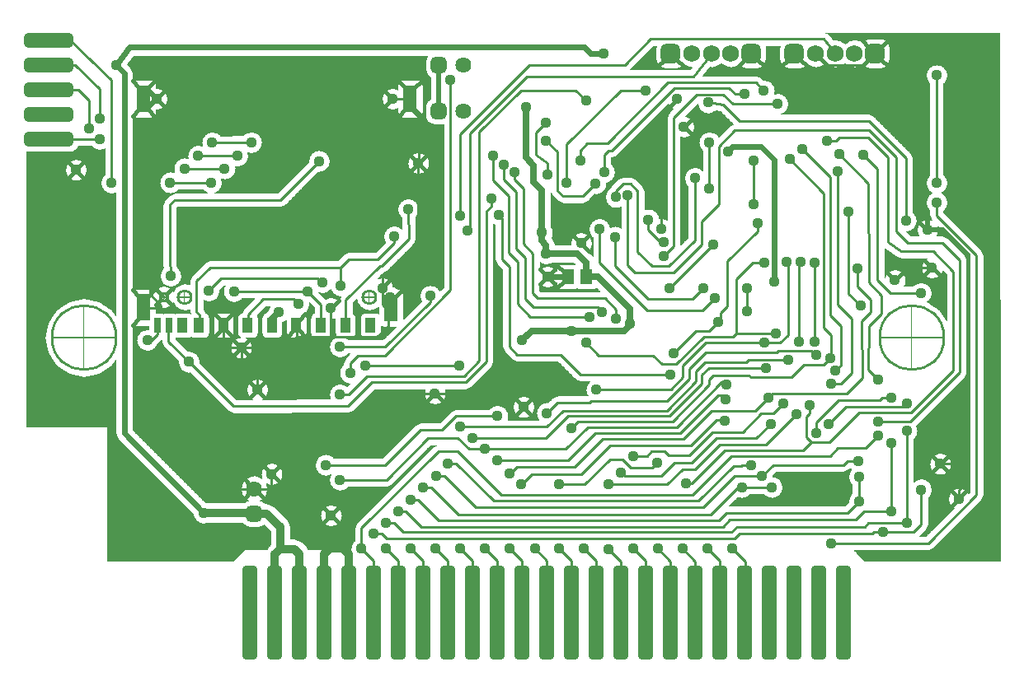
<source format=gbl>
G04*
G04  File:            SD-MAPPER-FINAL_VERSION.GBL, Wed Oct 15 21:18:23 2014*
G04  Source:          P-CAD 2002 PCB (6/400) TRIAL VERSION - 1 days left, Version 17.01.22, (E:\Eletro\PCAD-PCI\SD-Mapper\SD-Mapper-final_version.PCB)*
G04  Format:          Gerber Format (RS-274-D), ASCII*
G04*
G04  Format Options:  Absolute Positioning*
G04                   Leading-Zero Suppression*
G04                   Scale Factor 1:1*
G04                   NO Circular Interpolation*
G04                   Inch Units*
G04                   Numeric Format: 4.4 (XXXX.XXXX)*
G04                   G54 NOT Used for Aperture Change*
G04                   Apertures Embedded*
G04*
G04  File Options:    Offset = (0.0mil,0.0mil)*
G04                   Drill Symbol Size = 80.0mil*
G04                   Pad/Via Holes*
G04*
G04  File Contents:   Pads*
G04                   Vias*
G04                   No Designators*
G04                   No Types*
G04                   No Values*
G04                   No Drill Symbols*
G04                   Bottom*
G04*
%INSD-MAPPER-FINAL_VERSION.GBL*%
%ICAS*%
%MOIN*%
G04*
G04  Aperture MACROs for general use --- invoked via D-code assignment *
G04*
G04  General MACRO for flashed round with rotation and/or offset hole *
%AMROTOFFROUND*
1,1,$1,0.0000,0.0000*
1,0,$2,$3,$4*%
G04*
G04  General MACRO for flashed oval (obround) with rotation and/or offset hole *
%AMROTOFFOVAL*
21,1,$1,$2,0.0000,0.0000,$3*
1,1,$4,$5,$6*
1,1,$4,0-$5,0-$6*
1,0,$7,$8,$9*%
G04*
G04  General MACRO for flashed oval (obround) with rotation and no hole *
%AMROTOVALNOHOLE*
21,1,$1,$2,0.0000,0.0000,$3*
1,1,$4,$5,$6*
1,1,$4,0-$5,0-$6*%
G04*
G04  General MACRO for flashed rectangle with rotation and/or offset hole *
%AMROTOFFRECT*
21,1,$1,$2,0.0000,0.0000,$3*
1,0,$4,$5,$6*%
G04*
G04  General MACRO for flashed rectangle with rotation and no hole *
%AMROTRECTNOHOLE*
21,1,$1,$2,0.0000,0.0000,$3*%
G04*
G04  General MACRO for flashed rounded-rectangle *
%AMROUNDRECT*
21,1,$1,$2-$4,0.0000,0.0000,$3*
21,1,$1-$4,$2,0.0000,0.0000,$3*
1,1,$4,$5,$6*
1,1,$4,$7,$8*
1,1,$4,0-$5,0-$6*
1,1,$4,0-$7,0-$8*
1,0,$9,$10,$11*%
G04*
G04  General MACRO for flashed rounded-rectangle with rotation and no hole *
%AMROUNDRECTNOHOLE*
21,1,$1,$2-$4,0.0000,0.0000,$3*
21,1,$1-$4,$2,0.0000,0.0000,$3*
1,1,$4,$5,$6*
1,1,$4,$7,$8*
1,1,$4,0-$5,0-$6*
1,1,$4,0-$7,0-$8*%
G04*
G04  General MACRO for flashed regular polygon *
%AMREGPOLY*
5,1,$1,0.0000,0.0000,$2,$3+$4*
1,0,$5,$6,$7*%
G04*
G04  General MACRO for flashed regular polygon with no hole *
%AMREGPOLYNOHOLE*
5,1,$1,0.0000,0.0000,$2,$3+$4*%
G04*
G04  General MACRO for target *
%AMTARGET*
6,0,0,$1,$2,$3,4,$4,$5,$6*%
G04*
G04  General MACRO for mounting hole *
%AMMTHOLE*
1,1,$1,0,0*
1,0,$2,0,0*
$1=$1-$2*
$1=$1/2*
21,1,$2+$1,$3,0,0,$4*
21,1,$3,$2+$1,0,0,$4*%
G04*
G04*
G04  D10 : "Ellipse X10.0mil Y10.0mil H0.0mil 0.0deg (0.0mil,0.0mil) Draw"*
G04  Disc: OuterDia=0.0100*
%ADD10C, 0.0100*%
G04  D11 : "Ellipse X12.0mil Y12.0mil H0.0mil 0.0deg (0.0mil,0.0mil) Draw"*
G04  Disc: OuterDia=0.0120*
%ADD11C, 0.0120*%
G04  D12 : "Ellipse X14.0mil Y14.0mil H0.0mil 0.0deg (0.0mil,0.0mil) Draw"*
G04  Disc: OuterDia=0.0140*
%ADD12C, 0.0140*%
G04  D13 : "Ellipse X15.0mil Y15.0mil H0.0mil 0.0deg (0.0mil,0.0mil) Draw"*
G04  Disc: OuterDia=0.0150*
%ADD13C, 0.0150*%
G04  D14 : "Ellipse X17.0mil Y17.0mil H0.0mil 0.0deg (0.0mil,0.0mil) Draw"*
G04  Disc: OuterDia=0.0170*
%ADD14C, 0.0170*%
G04  D15 : "Ellipse X18.0mil Y18.0mil H0.0mil 0.0deg (0.0mil,0.0mil) Draw"*
G04  Disc: OuterDia=0.0180*
%ADD15C, 0.0180*%
G04  D16 : "Ellipse X2.0mil Y2.0mil H0.0mil 0.0deg (0.0mil,0.0mil) Draw"*
G04  Disc: OuterDia=0.0020*
%ADD16C, 0.0020*%
G04  D17 : "Ellipse X20.0mil Y20.0mil H0.0mil 0.0deg (0.0mil,0.0mil) Draw"*
G04  Disc: OuterDia=0.0200*
%ADD17C, 0.0200*%
G04  D18 : "Ellipse X22.0mil Y22.0mil H0.0mil 0.0deg (0.0mil,0.0mil) Draw"*
G04  Disc: OuterDia=0.0220*
%ADD18C, 0.0220*%
G04  D19 : "Ellipse X24.0mil Y24.0mil H0.0mil 0.0deg (0.0mil,0.0mil) Draw"*
G04  Disc: OuterDia=0.0240*
%ADD19C, 0.0240*%
G04  D20 : "Ellipse X26.0mil Y26.0mil H0.0mil 0.0deg (0.0mil,0.0mil) Draw"*
G04  Disc: OuterDia=0.0260*
%ADD20C, 0.0260*%
G04  D21 : "Ellipse X34.0mil Y34.0mil H0.0mil 0.0deg (0.0mil,0.0mil) Draw"*
G04  Disc: OuterDia=0.0340*
%ADD21C, 0.0340*%
G04  D22 : "Ellipse X35.0mil Y35.0mil H0.0mil 0.0deg (0.0mil,0.0mil) Draw"*
G04  Disc: OuterDia=0.0350*
%ADD22C, 0.0350*%
G04  D23 : "Ellipse X40.0mil Y40.0mil H0.0mil 0.0deg (0.0mil,0.0mil) Draw"*
G04  Disc: OuterDia=0.0400*
%ADD23C, 0.0400*%
G04  D24 : "Ellipse X45.0mil Y45.0mil H0.0mil 0.0deg (0.0mil,0.0mil) Draw"*
G04  Disc: OuterDia=0.0450*
%ADD24C, 0.0450*%
G04  D25 : "Ellipse X8.0mil Y8.0mil H0.0mil 0.0deg (0.0mil,0.0mil) Draw"*
G04  Disc: OuterDia=0.0080*
%ADD25C, 0.0080*%
G04  D26 : "Ellipse X285.0mil Y285.0mil H0.0mil 0.0deg (0.0mil,0.0mil) Flash"*
G04  Disc: OuterDia=0.2850*
%ADD26C, 0.2850*%
G04  D27 : "Ellipse X59.0mil Y59.0mil H0.0mil 0.0deg (0.0mil,0.0mil) Flash"*
G04  Disc: OuterDia=0.0590*
%ADD27C, 0.0590*%
G04  D28 : "Ellipse X64.0mil Y64.0mil H0.0mil 0.0deg (0.0mil,0.0mil) Flash"*
G04  Disc: OuterDia=0.0640*
%ADD28C, 0.0640*%
G04  D29 : "Ellipse X68.0mil Y68.0mil H0.0mil 0.0deg (0.0mil,0.0mil) Flash"*
G04  Disc: OuterDia=0.0680*
%ADD29C, 0.0680*%
G04  D30 : "Ellipse X79.0mil Y79.0mil H0.0mil 0.0deg (0.0mil,0.0mil) Flash"*
G04  Disc: OuterDia=0.0790*
%ADD30C, 0.0790*%
G04  D31 : "Ellipse X83.0mil Y83.0mil H0.0mil 0.0deg (0.0mil,0.0mil) Flash"*
G04  Disc: OuterDia=0.0830*
%ADD31C, 0.0830*%
G04  D32 : "Mounting Hole X270.0mil Y270.0mil H0.0mil 0.0deg (0.0mil,0.0mil) Flash"*
G04  Mounting Hole: Diameter=0.2700, Rotation=0.0, LineWidth=0.0050 *
%ADD32MTHOLE, 0.2700 X0.2500 X0.0050 X0.0*%
G04  D33 : "Mounting Hole X44.0mil Y44.0mil H0.0mil 0.0deg (0.0mil,0.0mil) Flash"*
G04  Mounting Hole: Diameter=0.0440, Rotation=0.0, LineWidth=0.0050 *
%ADD33MTHOLE, 0.0440 X0.0240 X0.0050 X0.0*%
G04  D34 : "Mounting Hole X64.0mil Y64.0mil H0.0mil 0.0deg (0.0mil,0.0mil) Flash"*
G04  Mounting Hole: Diameter=0.0640, Rotation=0.0, LineWidth=0.0050 *
%ADD34MTHOLE, 0.0640 X0.0440 X0.0050 X0.0*%
G04  D35 : "Rounded Rectangle X196.9mil Y60.0mil H0.0mil 0.0deg (0.0mil,0.0mil) Flash"*
G04  RoundRct: DimX=0.1969, DimY=0.0600, CornerRad=0.0150, Rotation=0.0, OffsetX=0.0000, OffsetY=0.0000, HoleDia=0.0000 *
%ADD35ROUNDRECTNOHOLE, 0.1969 X0.0600 X0.0 X0.0300 X-0.0834 X-0.0150 X-0.0834 X0.0150*%
G04  D36 : "Rounded Rectangle X60.0mil Y350.0mil H0.0mil 0.0deg (0.0mil,0.0mil) Flash"*
G04  RoundRct: DimX=0.0600, DimY=0.3500, CornerRad=0.0150, Rotation=0.0, OffsetX=0.0000, OffsetY=0.0000, HoleDia=0.0000 *
%ADD36ROUNDRECTNOHOLE, 0.0600 X0.3500 X0.0 X0.0300 X-0.0150 X-0.1600 X-0.0150 X0.1600*%
G04  D37 : "Rounded Rectangle X60.0mil Y380.0mil H0.0mil 0.0deg (0.0mil,0.0mil) Flash"*
G04  RoundRct: DimX=0.0600, DimY=0.3800, CornerRad=0.0150, Rotation=0.0, OffsetX=0.0000, OffsetY=0.0000, HoleDia=0.0000 *
%ADD37ROUNDRECTNOHOLE, 0.0600 X0.3800 X0.0 X0.0300 X-0.0150 X-0.1750 X-0.0150 X0.1750*%
G04  D38 : "Rounded Rectangle X64.0mil Y64.0mil H0.0mil 0.0deg (0.0mil,0.0mil) Flash"*
G04  RoundRct: DimX=0.0640, DimY=0.0640, CornerRad=0.0160, Rotation=0.0, OffsetX=0.0000, OffsetY=0.0000, HoleDia=0.0000 *
%ADD38ROUNDRECTNOHOLE, 0.0640 X0.0640 X0.0 X0.0320 X-0.0160 X-0.0160 X-0.0160 X0.0160*%
G04  D39 : "Rounded Rectangle X211.9mil Y75.0mil H0.0mil 0.0deg (0.0mil,0.0mil) Flash"*
G04  RoundRct: DimX=0.2119, DimY=0.0750, CornerRad=0.0187, Rotation=0.0, OffsetX=0.0000, OffsetY=0.0000, HoleDia=0.0000 *
%ADD39ROUNDRECTNOHOLE, 0.2119 X0.0750 X0.0 X0.0375 X-0.0872 X-0.0187 X-0.0872 X0.0187*%
G04  D40 : "Rounded Rectangle X75.0mil Y365.0mil H0.0mil 0.0deg (0.0mil,0.0mil) Flash"*
G04  RoundRct: DimX=0.0750, DimY=0.3650, CornerRad=0.0187, Rotation=0.0, OffsetX=0.0000, OffsetY=0.0000, HoleDia=0.0000 *
%ADD40ROUNDRECTNOHOLE, 0.0750 X0.3650 X0.0 X0.0375 X-0.0187 X-0.1638 X-0.0187 X0.1638*%
G04  D41 : "Rounded Rectangle X75.0mil Y395.0mil H0.0mil 0.0deg (0.0mil,0.0mil) Flash"*
G04  RoundRct: DimX=0.0750, DimY=0.3950, CornerRad=0.0187, Rotation=0.0, OffsetX=0.0000, OffsetY=0.0000, HoleDia=0.0000 *
%ADD41ROUNDRECTNOHOLE, 0.0750 X0.3950 X0.0 X0.0375 X-0.0187 X-0.1788 X-0.0187 X0.1788*%
G04  D42 : "Rounded Rectangle X78.0mil Y78.0mil H0.0mil 0.0deg (0.0mil,0.0mil) Flash"*
G04  RoundRct: DimX=0.0780, DimY=0.0780, CornerRad=0.0195, Rotation=0.0, OffsetX=0.0000, OffsetY=0.0000, HoleDia=0.0000 *
%ADD42ROUNDRECTNOHOLE, 0.0780 X0.0780 X0.0 X0.0390 X-0.0195 X-0.0195 X-0.0195 X0.0195*%
G04  D43 : "Rounded Rectangle X79.0mil Y79.0mil H0.0mil 0.0deg (0.0mil,0.0mil) Flash"*
G04  RoundRct: DimX=0.0790, DimY=0.0790, CornerRad=0.0198, Rotation=0.0, OffsetX=0.0000, OffsetY=0.0000, HoleDia=0.0000 *
%ADD43ROUNDRECTNOHOLE, 0.0790 X0.0790 X0.0 X0.0395 X-0.0198 X-0.0198 X-0.0198 X0.0198*%
G04  D44 : "Rounded Rectangle X93.0mil Y93.0mil H0.0mil 0.0deg (0.0mil,0.0mil) Flash"*
G04  RoundRct: DimX=0.0930, DimY=0.0930, CornerRad=0.0233, Rotation=0.0, OffsetX=0.0000, OffsetY=0.0000, HoleDia=0.0000 *
%ADD44ROUNDRECTNOHOLE, 0.0930 X0.0930 X0.0 X0.0465 X-0.0233 X-0.0233 X-0.0233 X0.0233*%
G04  D45 : "Rectangle X11.8mil Y63.0mil H0.0mil 0.0deg (0.0mil,0.0mil) Flash"*
G04  Rectangular: DimX=0.0118, DimY=0.0630, Rotation=0.0, OffsetX=0.0000, OffsetY=0.0000, HoleDia=0.0000 *
%ADD45R, 0.0118 X0.0630*%
G04  D46 : "Rectangle X63.0mil Y11.8mil H0.0mil 0.0deg (0.0mil,0.0mil) Flash"*
G04  Rectangular: DimX=0.0630, DimY=0.0118, Rotation=0.0, OffsetX=0.0000, OffsetY=0.0000, HoleDia=0.0000 *
%ADD46R, 0.0630 X0.0118*%
G04  D47 : "Rectangle X141.7mil Y86.6mil H0.0mil 0.0deg (0.0mil,0.0mil) Flash"*
G04  Rectangular: DimX=0.1417, DimY=0.0866, Rotation=0.0, OffsetX=0.0000, OffsetY=0.0000, HoleDia=0.0000 *
%ADD47R, 0.1417 X0.0866*%
G04  D48 : "Rectangle X156.7mil Y101.6mil H0.0mil 0.0deg (0.0mil,0.0mil) Flash"*
G04  Rectangular: DimX=0.1567, DimY=0.1016, Rotation=0.0, OffsetX=0.0000, OffsetY=0.0000, HoleDia=0.0000 *
%ADD48R, 0.1567 X0.1016*%
G04  D49 : "Rectangle X23.6mil Y78.7mil H0.0mil 0.0deg (0.0mil,0.0mil) Flash"*
G04  Rectangular: DimX=0.0236, DimY=0.0787, Rotation=0.0, OffsetX=0.0000, OffsetY=0.0000, HoleDia=0.0000 *
%ADD49R, 0.0236 X0.0787*%
G04  D50 : "Rectangle X78.7mil Y23.6mil H0.0mil 0.0deg (0.0mil,0.0mil) Flash"*
G04  Rectangular: DimX=0.0787, DimY=0.0236, Rotation=0.0, OffsetX=0.0000, OffsetY=0.0000, HoleDia=0.0000 *
%ADD50R, 0.0787 X0.0236*%
G04  D51 : "Rectangle X23.6mil Y86.6mil H0.0mil 0.0deg (0.0mil,0.0mil) Flash"*
G04  Rectangular: DimX=0.0236, DimY=0.0866, Rotation=0.0, OffsetX=0.0000, OffsetY=0.0000, HoleDia=0.0000 *
%ADD51R, 0.0236 X0.0866*%
G04  D52 : "Rectangle X26.0mil Y60.0mil H0.0mil 0.0deg (0.0mil,0.0mil) Flash"*
G04  Rectangular: DimX=0.0260, DimY=0.0600, Rotation=0.0, OffsetX=0.0000, OffsetY=0.0000, HoleDia=0.0000 *
%ADD52R, 0.0260 X0.0600*%
G04  D53 : "Rectangle X26.8mil Y78.0mil H0.0mil 0.0deg (0.0mil,0.0mil) Flash"*
G04  Rectangular: DimX=0.0268, DimY=0.0780, Rotation=0.0, OffsetX=0.0000, OffsetY=0.0000, HoleDia=0.0000 *
%ADD53R, 0.0268 X0.0780*%
G04  D54 : "Rectangle X78.0mil Y26.8mil H0.0mil 0.0deg (0.0mil,0.0mil) Flash"*
G04  Rectangular: DimX=0.0780, DimY=0.0268, Rotation=0.0, OffsetX=0.0000, OffsetY=0.0000, HoleDia=0.0000 *
%ADD54R, 0.0780 X0.0268*%
G04  D55 : "Rectangle X32.0mil Y32.0mil H0.0mil 0.0deg (0.0mil,0.0mil) Flash"*
G04  Square: Side=0.0320, Rotation=0.0, OffsetX=0.0000, OffsetY=0.0000, HoleDia=0.0000*
%ADD55R, 0.0320 X0.0320*%
G04  D56 : "Rectangle X38.6mil Y101.6mil H0.0mil 0.0deg (0.0mil,0.0mil) Flash"*
G04  Rectangular: DimX=0.0386, DimY=0.1016, Rotation=0.0, OffsetX=0.0000, OffsetY=0.0000, HoleDia=0.0000 *
%ADD56R, 0.0386 X0.1016*%
G04  D57 : "Rectangle X38.6mil Y93.7mil H0.0mil 0.0deg (0.0mil,0.0mil) Flash"*
G04  Rectangular: DimX=0.0386, DimY=0.0937, Rotation=0.0, OffsetX=0.0000, OffsetY=0.0000, HoleDia=0.0000 *
%ADD57R, 0.0386 X0.0937*%
G04  D58 : "Rectangle X93.7mil Y38.6mil H0.0mil 0.0deg (0.0mil,0.0mil) Flash"*
G04  Rectangular: DimX=0.0937, DimY=0.0386, Rotation=0.0, OffsetX=0.0000, OffsetY=0.0000, HoleDia=0.0000 *
%ADD58R, 0.0937 X0.0386*%
G04  D59 : "Rectangle X40.0mil Y60.0mil H0.0mil 0.0deg (0.0mil,0.0mil) Flash"*
G04  Rectangular: DimX=0.0400, DimY=0.0600, Rotation=0.0, OffsetX=0.0000, OffsetY=0.0000, HoleDia=0.0000 *
%ADD59R, 0.0400 X0.0600*%
G04  D60 : "Rectangle X41.0mil Y75.0mil H0.0mil 0.0deg (0.0mil,0.0mil) Flash"*
G04  Rectangular: DimX=0.0410, DimY=0.0750, Rotation=0.0, OffsetX=0.0000, OffsetY=0.0000, HoleDia=0.0000 *
%ADD60R, 0.0410 X0.0750*%
G04  D61 : "Rectangle X47.0mil Y47.0mil H0.0mil 0.0deg (0.0mil,0.0mil) Flash"*
G04  Square: Side=0.0470, Rotation=0.0, OffsetX=0.0000, OffsetY=0.0000, HoleDia=0.0000*
%ADD61R, 0.0470 X0.0470*%
G04  D62 : "Rectangle X47.2mil Y86.6mil H0.0mil 0.0deg (0.0mil,0.0mil) Flash"*
G04  Rectangular: DimX=0.0472, DimY=0.0866, Rotation=0.0, OffsetX=0.0000, OffsetY=0.0000, HoleDia=0.0000 *
%ADD62R, 0.0472 X0.0866*%
G04  D63 : "Rectangle X51.2mil Y59.1mil H0.0mil 0.0deg (0.0mil,0.0mil) Flash"*
G04  Rectangular: DimX=0.0512, DimY=0.0591, Rotation=0.0, OffsetX=0.0000, OffsetY=0.0000, HoleDia=0.0000 *
%ADD63R, 0.0512 X0.0591*%
G04  D64 : "Rectangle X59.1mil Y51.2mil H0.0mil 0.0deg (0.0mil,0.0mil) Flash"*
G04  Rectangular: DimX=0.0591, DimY=0.0512, Rotation=0.0, OffsetX=0.0000, OffsetY=0.0000, HoleDia=0.0000 *
%ADD64R, 0.0591 X0.0512*%
G04  D65 : "Rectangle X55.0mil Y75.0mil H0.0mil 0.0deg (0.0mil,0.0mil) Flash"*
G04  Rectangular: DimX=0.0550, DimY=0.0750, Rotation=0.0, OffsetX=0.0000, OffsetY=0.0000, HoleDia=0.0000 *
%ADD65R, 0.0550 X0.0750*%
G04  D66 : "Rectangle X58.0mil Y110.0mil H0.0mil 0.0deg (0.0mil,0.0mil) Flash"*
G04  Rectangular: DimX=0.0580, DimY=0.1100, Rotation=0.0, OffsetX=0.0000, OffsetY=0.0000, HoleDia=0.0000 *
%ADD66R, 0.0580 X0.1100*%
G04  D67 : "Rectangle X62.2mil Y101.6mil H0.0mil 0.0deg (0.0mil,0.0mil) Flash"*
G04  Rectangular: DimX=0.0622, DimY=0.1016, Rotation=0.0, OffsetX=0.0000, OffsetY=0.0000, HoleDia=0.0000 *
%ADD67R, 0.0622 X0.1016*%
G04  D68 : "Rectangle X66.2mil Y74.1mil H0.0mil 0.0deg (0.0mil,0.0mil) Flash"*
G04  Rectangular: DimX=0.0662, DimY=0.0741, Rotation=0.0, OffsetX=0.0000, OffsetY=0.0000, HoleDia=0.0000 *
%ADD68R, 0.0662 X0.0741*%
G04  D69 : "Rectangle X74.1mil Y66.2mil H0.0mil 0.0deg (0.0mil,0.0mil) Flash"*
G04  Rectangular: DimX=0.0741, DimY=0.0662, Rotation=0.0, OffsetX=0.0000, OffsetY=0.0000, HoleDia=0.0000 *
%ADD69R, 0.0741 X0.0662*%
G04  D70 : "Rectangle X72.0mil Y80.0mil H0.0mil 0.0deg (0.0mil,0.0mil) Flash"*
G04  Rectangular: DimX=0.0720, DimY=0.0800, Rotation=0.0, OffsetX=0.0000, OffsetY=0.0000, HoleDia=0.0000 *
%ADD70R, 0.0720 X0.0800*%
G04  D71 : "Rectangle X73.0mil Y125.0mil H0.0mil 0.0deg (0.0mil,0.0mil) Flash"*
G04  Rectangular: DimX=0.0730, DimY=0.1250, Rotation=0.0, OffsetX=0.0000, OffsetY=0.0000, HoleDia=0.0000 *
%ADD71R, 0.0730 X0.1250*%
G04  D72 : "Rectangle X80.0mil Y110.0mil H0.0mil 0.0deg (0.0mil,0.0mil) Flash"*
G04  Rectangular: DimX=0.0800, DimY=0.1100, Rotation=0.0, OffsetX=0.0000, OffsetY=0.0000, HoleDia=0.0000 *
%ADD72R, 0.0800 X0.1100*%
G04  D73 : "Rectangle X87.0mil Y95.0mil H0.0mil 0.0deg (0.0mil,0.0mil) Flash"*
G04  Rectangular: DimX=0.0870, DimY=0.0950, Rotation=0.0, OffsetX=0.0000, OffsetY=0.0000, HoleDia=0.0000 *
%ADD73R, 0.0870 X0.0950*%
G04  D74 : "Rectangle X95.0mil Y125.0mil H0.0mil 0.0deg (0.0mil,0.0mil) Flash"*
G04  Rectangular: DimX=0.0950, DimY=0.1250, Rotation=0.0, OffsetX=0.0000, OffsetY=0.0000, HoleDia=0.0000 *
%ADD74R, 0.0950 X0.1250*%
G04  D75 : "Ellipse X44.0mil Y44.0mil H0.0mil 0.0deg (0.0mil,0.0mil) Flash"*
G04  Disc: OuterDia=0.0440*
%ADD75C, 0.0440*%
G04*
%FSLAX44Y44*%
%SFA1B1*%
%OFA0.0000B0.0000*%
G04*
G70*
G90*
G01*
D2*
%LNBottom*%
%LPD*%
D10*
X30359Y85429*
X32399D1*
X31419Y88429D2*
X32399Y87449D1*
X31219Y89429D2*
X32879Y87839D1*
X30359Y89429D2*
X31219D1*
X31539Y87429D2*
X31039D1*
X30359D2*
X31039D1*
X30359Y88429D2*
X31419D1*
X34739Y77889D2*
Y77829D1*
X34749Y77829D2*
X34739Y77829D1*
Y77539*
X34499Y77299*
X34329*
X35179Y77799D2*
Y77239D1*
X34429Y79429D2*
X34609D1*
X34999Y79039*
X35269Y79889D2*
Y80259D1*
X35239Y80289*
X34879Y78599D2*
X34079D1*
X34889D2*
Y78699D1*
X34429Y79159*
Y79429D2*
Y79219D1*
Y79159*
X35239Y82779D2*
X35429Y82969D1*
X34709Y84109D2*
Y86259D1*
X34319Y86669*
X34189Y87069D2*
X34079Y87059D1*
X34359Y87409D2*
X34079Y87059D1*
X37979Y71269D2*
X38139D1*
X38649*
D2*
D21*
X36609Y70299*
X38639D1*
X38649Y70269*
D2*
D10*
X37979Y71269*
X38139D1*
X38649*
X37419Y77879D2*
Y77269D1*
X37709Y76979*
X38129*
X38779Y75279D2*
Y75779D1*
X38129Y76429*
Y76979*
X37309Y79779D2*
X36819Y79289D1*
X36429Y78319D2*
X36319Y78429D1*
Y79679*
X36869Y80239*
X38529Y85299D2*
X36959Y85289D1*
X37969Y84749D2*
X36389D1*
D2*
D21*
X41489Y66209*
Y66249D1*
Y68629D2*
Y66249D1*
X40489Y66209D2*
Y66249D1*
X39489Y66209D2*
Y66249D1*
Y68619D2*
Y66249D1*
X40489Y68629D2*
Y66249D1*
D2*
D10*
X39359Y71869*
Y71269D1*
X39579*
X41349Y77769D2*
Y77889D1*
X40369Y77879D2*
Y77409D1*
X41759D2*
X40369D1*
X39939Y76979*
X41409Y79649D2*
X41219Y79779D1*
X41349Y78739D2*
X40819Y79269D1*
X40239Y78949D2*
X40449Y78749D1*
D2*
D20*
X39379Y78149*
X39639Y78419D1*
D2*
D21*
X42489Y66209*
Y66249D1*
Y68619D2*
Y66249D1*
D2*
D10*
X43489Y66209*
Y66249D1*
X42989Y68849D2*
X43489Y68349D1*
Y66249*
X44489Y66209D2*
Y66249D1*
X43989Y68849D2*
X44489Y68349D1*
Y66249*
X43489Y69449D2*
X43819D1*
X43999Y69269*
X43989Y69889D2*
X44309D1*
X44689Y69509*
X44489Y70359D2*
X44789D1*
X42119Y71639D2*
X44009D1*
X43959Y77029D2*
X42119D1*
X44069Y77859D2*
X43619Y77409D1*
X43219Y75839D2*
X42469Y75089D1*
X42119*
X42529Y75969D2*
Y76369D1*
X42829Y76669*
X43929*
X42359Y78909D2*
X43729Y80279D1*
X43799*
X44069Y78479D2*
X43829Y78719D1*
X44179Y78489D2*
X44069Y78479D1*
X44179Y78489D2*
X44069Y78479D1*
X43829Y78755D2*
Y78719D1*
Y78755D2*
Y79354D1*
Y78755D2*
Y78719D1*
Y78709D2*
Y78719D1*
Y79409D2*
Y79399D1*
Y79409D2*
Y79399D1*
Y79409D2*
Y79399D1*
Y79354D2*
Y79399D1*
Y79354D2*
Y79399D1*
Y79354D2*
Y79399D1*
Y79409D2*
Y79859D1*
Y78709D2*
Y78719D1*
X42149Y79799D2*
Y79499D1*
X42479Y80569D2*
X43659Y80559D1*
X42149Y80239D2*
Y79799D1*
Y80239D2*
X42479Y80569D1*
X44309Y81209D2*
Y81489D1*
X44899Y81379D2*
X44879Y82589D1*
X44859Y87059D2*
X44249D1*
X45489Y68349D2*
Y66249D1*
Y66199D2*
Y66209D1*
Y66249*
X46489Y66209D2*
Y66249D1*
X45989Y68849D2*
X46489Y68349D1*
Y66249*
X47489Y66209D2*
Y66249D1*
X46989Y68849D2*
X47489Y68349D1*
Y66249*
X45289Y70829D2*
X46119Y69999D1*
X45489Y71339D2*
X45819D1*
X46919Y70239*
X45999Y71779D2*
X46339Y71789D1*
X47609Y70519*
X46869Y72799D2*
X46109D1*
X46489Y72299D2*
X46819D1*
X45669Y73319D2*
X46889D1*
X47329Y72879*
X46809Y74209D2*
X46259Y73659D1*
X45369*
X46439Y75129D2*
X45959D1*
X45519D2*
X45959D1*
X45519D2*
X45959D1*
X47759Y76459D2*
X47139Y75839D1*
X45769Y79079D2*
Y78839D1*
X47389Y81799D2*
X47289Y81709D1*
D2*
D17*
X46119Y86569*
X46099Y86559D1*
D2*
D10*
X45319Y86339*
Y84579D1*
X45269Y84529*
X45289Y84449*
D2*
D17*
X46109Y88429*
X46119Y88409D1*
D2*
D10*
X50489Y68359*
Y66249D1*
Y66209D2*
Y66249D1*
Y68359D2*
X49999Y68849D1*
X48489Y68349D2*
Y66249D1*
Y66199D2*
Y66209D1*
Y66249*
X49489Y66209D2*
Y66249D1*
X48989Y68849D2*
X49489Y68349D1*
Y66249*
X48989Y71899D2*
X49019D1*
X49469Y71449D2*
X49879Y71859D1*
X50489Y74339D2*
X50909Y74759D1*
X48969Y77019D2*
X49289Y76699D1*
D2*
D20*
X49469Y77299*
X49879Y77669D1*
D2*
D10*
X49609Y80629*
Y78969D1*
X49959Y78619*
X48949Y80819D2*
X49299Y80469D1*
Y78749*
X49819Y78229*
X50119Y78979D2*
X49909Y79189D1*
X49919Y80799*
X48669Y80549D2*
X48969Y80249D1*
X48729Y83799D2*
X49249Y83279D1*
X48299Y83769D2*
X48949Y83119D1*
X49539Y81179D2*
Y83439D1*
X49189Y83789*
X48259Y82719D2*
Y83009D1*
X48529Y82359D2*
X48669Y82219D1*
D2*
D20*
X50289Y81649*
X50279Y81759D1*
Y83349*
X49949Y83679*
X50289Y81649D2*
Y81429D1*
Y81309*
X50459Y81139*
D2*
D10*
Y85349*
X50899Y84909D1*
X50449Y86099D2*
X50059Y85699D1*
Y84779*
X50499Y84449*
D2*
D20*
X49949Y84369*
X49639Y84679D1*
Y86739*
D2*
D10*
X51489Y68349*
Y66249D1*
Y66209D2*
Y66249D1*
X53489Y68339D2*
Y66249D1*
Y66209D2*
Y66249D1*
Y68339D2*
X52989Y68839D1*
X52489Y66209D2*
Y66249D1*
X51989Y68849D2*
X52489Y68349D1*
Y66249*
X53639Y71779D2*
X53489Y71919D1*
X52209Y74759D2*
X52269Y74819D1*
X53879Y72139D2*
X53549Y72469D1*
X53039*
X51489Y73739D2*
X51749Y73999D1*
X52129Y73769D2*
X51239Y72879D1*
X51359Y72439D2*
X52449Y73529D1*
X51609Y72149D2*
X52749Y73289D1*
X52589Y76669D2*
X52069Y77189D1*
D2*
D20*
X53609Y77669*
X51479D1*
D2*
D10*
X52529Y78619*
X52719Y78429D1*
X53269Y78149D2*
Y78539D1*
X52829Y78979*
D2*
D20*
X52079Y79869*
Y80429D1*
X51709Y80789*
X52079Y79869D2*
X52549Y79849D1*
X53839Y78569*
D2*
D19*
X51331Y79859*
X51331D1*
D2*
D10*
X51129Y83109*
X51929D1*
X52459Y83639*
X53269Y83079D2*
Y83319D1*
X53569Y83619*
X53869*
X51829Y84559D2*
Y84969D1*
X52109Y85249*
X52929*
X52799Y84089D2*
X52809Y84099D1*
Y84799*
X52969Y84959*
X53099*
D2*
D18*
X51999Y89149*
X52249Y88899D1*
X52789*
D2*
D10*
X54489Y68349*
Y66249D1*
Y66209D2*
Y66249D1*
X56489Y66209D2*
Y66249D1*
X55979Y68849D2*
X56489Y68339D1*
Y66249*
X54979Y68849D2*
X55489Y68339D1*
Y66249*
X55479Y66199D2*
X55489Y66209D1*
Y66249*
X56359Y71499D2*
X56149D1*
X56109*
X54939Y72339D2*
X54729Y72139D1*
X55969Y72059D2*
X56479D1*
X56349Y72319D2*
X55659D1*
X54529Y72599D2*
X54719Y72789D1*
X55249Y72799*
X55419Y72629*
X56249*
X56239Y75719D2*
Y76119D1*
X56899Y76779*
X55609Y76759D2*
X56519Y77669D1*
X56839Y77429D2*
X55719Y76309D1*
X55149*
X54789Y76669*
X56909Y77179D2*
X55979Y76249D1*
Y75779*
X55499Y75299*
X56509Y75619D2*
Y76019D1*
X56879Y76389*
X56759Y75519D2*
Y75889D1*
X54149D2*
X54549Y75879D1*
X55479*
X54549Y78479D2*
X56779D1*
X54589Y78959D2*
X56379D1*
X56809Y79389*
X54149Y80869D2*
X54739Y80279D1*
X55409*
X55609Y80039D2*
X54049D1*
X56469Y81339D2*
Y83849D1*
X54589Y82169D2*
Y81759D1*
X55089Y81259*
X55209*
X56729Y82089D2*
Y81159D1*
X58489Y66209D2*
X58499Y68339D1*
X57989Y68849*
X57489Y66209D2*
Y66249D1*
Y68349D2*
Y66249D1*
X58069Y69269D2*
X58269Y69449D1*
X57949Y69509D2*
X58179Y69739D1*
X57599D2*
X57879Y70019D1*
X57449Y69999D2*
X57749Y70299D1*
X58369Y71339D2*
X59579D1*
X57119Y70239D2*
X58219Y71339D1*
X58369*
X58069Y71779D2*
X59169D1*
X58039Y72199D2*
X58339D1*
X58369Y72229*
X58739*
X57479Y73059D2*
X59359D1*
X59549Y73899D2*
X58959Y73309D1*
X57339*
X57179Y73559D2*
X58399D1*
X59149Y74309*
X59649*
X57159Y74439D2*
X58909D1*
X57329Y74069D2*
X57639D1*
X57689Y74019*
X57809Y76779D2*
X57819D1*
X59779*
X59859Y76859*
X57209Y75859D2*
X58659D1*
X58729Y75789*
X58159Y77569D2*
X59739D1*
X58159D2*
X58024Y77434D1*
X59289Y77179D2*
X58659D1*
X59289D2*
X59919D1*
X58549Y76389D2*
X58649Y76489D1*
X57749Y75489D2*
X57659Y75579D1*
X57549*
X57549Y75579*
X57409Y75059D2*
X57549D1*
X58589Y79389D2*
Y78449D1*
X57789Y80479D2*
Y78659D1*
X57509Y78379*
Y78119*
X59269Y80419D2*
X58819D1*
X58159Y79759*
X58999Y82029D2*
X59009Y81699D1*
X58279Y86159D2*
X57599Y86839D1*
X57999Y86849D2*
X59809D1*
X58079Y85779D2*
X57429Y85129D1*
D2*
D18*
X59669Y84589*
X59139Y85119D1*
X57989*
X57799Y84929*
D2*
D10*
X57629Y87719*
X58939D1*
X59259Y87399*
X57859Y87499D2*
X58109Y87249D1*
X58489*
X62239Y72909D2*
X61929Y72599D1*
X61889Y73899D2*
X62569Y74579D1*
X61389Y73529D2*
Y73959D1*
X62289Y74859*
X62489Y72239D2*
X62639Y72389D1*
X61169Y73159D2*
X60829Y72819D1*
X61169Y73159D2*
X60969Y73359D1*
Y74179*
X61119Y74329*
Y74669*
X61169Y73159D2*
X61909D1*
X60889Y76289D2*
X61309D1*
X60389Y75789D2*
X60889Y76289D1*
X61189Y76859D2*
X61369Y76679D1*
X61309Y76289D2*
X61669D1*
X61939Y76559*
X61979Y76599D2*
X61969Y77489D1*
X61939Y76559D2*
X61979Y76599D1*
X61969Y77489D2*
X61669Y77789D1*
X62369Y76269D2*
Y77869D1*
X62149Y76049D2*
X62369Y76269D1*
X61969Y75519D2*
X62059D1*
X62369D2*
X62059D1*
X62369D2*
X62819Y75969D1*
Y78149D2*
X62259Y78709D1*
X60229Y80309D2*
X60179Y80449D1*
X60689Y80399D2*
X60749Y80449D1*
X62319Y85499D2*
X62169Y85349D1*
X61799*
X62139Y88899D2*
X61679Y89479D1*
X61349Y88899D2*
X61839Y88409D1*
X63629Y69449D2*
X63699Y69519D1*
X64079*
X65319*
X65619Y69819*
Y71239*
X63339Y69739D2*
X63489Y69889D1*
X65029*
X63309Y70359D2*
X64399D1*
X63099Y70749D2*
Y71769D1*
X63889Y73419D2*
X63379Y72909D1*
X64879Y74579D2*
X65029Y74729D1*
X63109Y74359D2*
X65209D1*
X63889Y73989D2*
X65189D1*
X63494Y77849D2*
X63489Y76089D1*
X63889Y75689*
X64559Y79709D2*
X65069Y80219D1*
X65609Y79199D2*
X64369D1*
X63859Y79709*
X63499Y79609D2*
X64019Y79089D1*
Y78369*
X63219Y78049D2*
X63579Y78409D1*
Y78939*
X63049Y79469*
Y80199*
D2*
D17*
X65869Y82239*
Y81759D1*
D2*
D10*
Y82239*
X65749Y82309D1*
X65069Y81239D2*
X64619Y81689D1*
X63859Y84229D2*
X63289Y84799D1*
X64999Y84659D2*
X63499Y86159D1*
X64269Y84699D2*
X63469Y85499D1*
X64619Y84679D2*
X63519Y85779D1*
X63259Y88409D2*
X63749Y88899D1*
X67469Y71569D2*
X67139Y71239D1*
Y70869*
X66389Y72279D2*
X67469D1*
D2*
D14*
X67509Y80749*
Y80579D1*
Y80549D2*
Y80579D1*
Y80549D2*
Y80519D1*
Y80579*
D2*
D10*
X66909Y80069*
X66099Y80879D1*
X66239Y82339D2*
Y82869D1*
X32399Y87449D2*
Y86259D1*
X31969Y86999D2*
Y85849D1*
X31539Y87429D2*
X31969Y86999D1*
X35239Y80289D2*
Y82779D1*
X34429Y79429D2*
Y83829D1*
X34709Y84109*
D2*
D17*
X34319Y86669*
X34709Y87059D1*
X34359Y87409D2*
X34709Y87059D1*
D2*
D10*
X36429Y77889*
Y78319D1*
X38399Y77889D2*
Y77989D1*
Y78329*
D2*
D21*
X41709Y68849*
X41489Y68629D1*
D2*
D10*
X39579Y71269*
X41709Y68849D1*
D2*
D21*
X41769*
X41709D1*
X39709Y68839D2*
X39489Y68619D1*
X39709Y68839D2*
X40279D1*
X40489Y68629*
X39709Y68839D2*
Y69719D1*
D2*
D10*
X41349Y77889*
Y78739D1*
X39719Y82969D2*
X41269Y84539D1*
X41759Y77409D2*
Y78579D1*
D2*
D20*
X39379Y77999*
Y78149D1*
D2*
D10*
X42149Y69809*
Y68849D1*
D2*
D21*
X42259*
X42489Y68619D1*
D2*
D10*
X42989Y69679*
Y68849D1*
X43659Y80559D2*
X44309Y81209D1*
X42359Y77889D2*
Y78909D1*
X43799Y80279D2*
X44899Y81379D1*
X42459Y74629D2*
X43409Y75579D1*
X44069Y78479D2*
Y77859D1*
X44859Y86799D2*
Y87059D1*
X45279Y81309D2*
X45289Y84449D1*
D2*
D17*
X46119Y88409*
Y86569D1*
D2*
D10*
X49019Y71899*
X49269Y72149D1*
X48729Y84399D2*
Y83799D1*
X49249Y83279D2*
Y80989D1*
X49609Y80629*
X50899Y84909D2*
Y83339D1*
X48299Y84749D2*
Y83769D1*
X48949Y83119D2*
Y80819D1*
X49919Y80799D2*
X49539Y81179D1*
X49189Y83789D2*
Y84099D1*
X50499Y84449D2*
Y83979D1*
X48669Y82219D2*
Y80549D1*
X48969Y80249D2*
Y77019D1*
D2*
D20*
X49949Y83679*
Y84369D1*
X50459Y81139D2*
Y80789D1*
D2*
D10*
X53039Y72469*
X52019Y71449D1*
X51869Y71859D2*
X53049Y73039D1*
X52609Y81779D2*
Y80419D1*
X53249Y81469D2*
Y80299D1*
X53759Y80329D2*
Y83169D1*
X51279Y85219D2*
Y83649D1*
X53839Y77899D2*
Y77969D1*
D2*
D20*
Y77899*
X53609Y77669D1*
X53839Y78569D2*
Y77969D1*
D2*
D10*
X52069Y86979*
X51649Y87399D1*
X55359Y71449D2*
X55969Y72059D1*
X55659Y72319D2*
X55119Y71779D1*
X55339Y74819D2*
X56239Y75719D1*
X54149Y83339D2*
Y80869D1*
X55409Y80279D2*
X56469Y81339D1*
X55219Y80699D2*
X55609Y81089D1*
X55329Y74439D2*
X56509Y75619D1*
X55459Y74219D2*
X56759Y75519D1*
X56729Y81159D2*
X55609Y80039D1*
X55099Y86389D2*
X55759Y87049D1*
X55609Y86289D2*
X56549Y87229D1*
X59169Y71779D2*
X59629Y72239D1*
X57049Y77669D2*
X57409Y78019D1*
X59009Y81699D2*
X57789Y80479D1*
X57509Y78119D2*
X57409Y78019D1*
X58159Y79759D2*
Y77569D1*
X58829Y82779D2*
Y84559D1*
X57059Y83419D2*
Y85299D1*
X57549Y75059D2*
X57719Y74889D1*
X57429Y85129D2*
Y82789D1*
D2*
D18*
X59669Y79669*
Y84589D1*
D2*
D10*
X58909Y74439*
X59439Y74969D1*
X59609Y75139*
X57619Y87229D2*
X57999Y86849D1*
X62679Y82479D2*
X62689Y79159D1*
X62259Y78709D2*
Y84119D1*
X62369Y77869D2*
X61959Y78279D1*
Y83879*
X60799Y85039*
X61669Y83239D2*
X60299Y84609D1*
X60229Y77489D2*
Y80309D1*
X60689Y77229D2*
Y80399D1*
X61299Y77239D2*
Y80439D1*
X61669Y77789D2*
Y83239D1*
X62819Y75969D2*
Y78149D1*
X64399Y70359D2*
Y73109D1*
X63859Y79709D2*
Y84229D1*
X63939Y74859D2*
X64029Y74949D1*
X64399*
X64999Y82129D2*
Y84659D1*
X63489Y83629D2*
X63499Y79609D1*
X64019Y78369D2*
X63494Y77849D1*
X63229Y75769D2*
X63219Y78049D1*
X64809Y80879D2*
X64269Y81259D1*
Y84699*
X64619Y81689D2*
Y84679D1*
X65869Y86779D2*
X63749Y88899D1*
X67469Y72279D2*
Y71569D1*
D2*
D15*
X66499Y81759*
X67509Y80749D1*
D2*
D10*
X67849Y80729*
X66239Y82339D1*
X66909Y76059D2*
Y80069D1*
X67189Y75989D2*
Y80519D1*
X66469Y81239*
X32879Y87839D2*
Y83669D1*
D2*
D18*
X33399Y88089*
Y73509D1*
D2*
D10*
X46979Y85619*
Y82309D1*
X47389Y85669D2*
Y81799D1*
X47759Y85719D2*
Y76459D1*
X46579Y79319D2*
Y87809D1*
X53489Y87399D2*
X51279Y85219D1*
X55109Y81789D2*
X55099Y86389D1*
X55609Y81089D2*
Y86289D1*
X65749Y82309D2*
X65869Y86779D1*
X65029Y69889D2*
Y73619D1*
X67469Y72279D2*
Y80549D1*
X66239Y83649D2*
Y88009D1*
X67849Y71019D2*
Y80729D1*
X35179Y77239D2*
X36009Y76409D1*
X35259Y83669D2*
X36909Y83659D1*
D2*
D18*
X33069Y88419*
X33609Y89149D1*
X33069Y88419D2*
X33399Y88089D1*
D2*
D10*
X45489Y68349*
X44989Y68849D1*
X48489Y68349D2*
X47989Y68849D1*
X41759Y70199D2*
X42149Y69809D1*
X39359Y71269D2*
X38649D1*
X44789Y70359D2*
X45409Y69739D1*
X44989Y70829D2*
X45289D1*
D2*
D21*
X39709Y69719*
X39159Y70269D1*
X38649*
D2*
D10*
X37799Y74619*
X42459Y74629D1*
X47329Y72879D2*
X47989D1*
X48489Y74219D2*
X46809Y74209D1*
X45369Y73659D2*
X43949Y72239D1*
X41539*
X43409Y75579D2*
X47199D1*
X48039Y76419*
X39939Y76979D2*
X38129D1*
X43619Y77409D2*
X41759D1*
X43139Y76249D2*
X46929D1*
X47139Y75839D2*
X43219D1*
X37829Y79269D2*
X40819D1*
X38399Y78329D2*
X39019Y78949D1*
X40239*
X48029Y82489D2*
X48259Y82719D1*
X44969Y86809D2*
X44859Y86799D1*
X45319Y86339*
X44969Y86809D2*
X44859Y86799D1*
X44969Y87069D2*
X44859Y87059D1*
X44969Y87069D2*
X44859Y87059D1*
X51489Y68349D2*
X50989Y68849D1*
X54489Y68349D2*
X53989Y68849D1*
X56989D2*
X57489Y68349D1*
X56809Y70519D2*
X58069Y71779D1*
X52019Y71449D2*
X50989D1*
X52989D2*
X55359D1*
X55119Y71779D2*
X53639D1*
X49879Y71859D2*
X51869D1*
X50909Y74759D2*
X52209D1*
X52269Y74819D2*
X55339D1*
X54729Y72139D2*
X53879D1*
X56479Y72059D2*
X57479Y73059D1*
X59359D2*
X60579Y74279D1*
X57339Y73309D2*
X56349Y72319D1*
X53989Y72599D2*
X54529D1*
X56249Y72629D2*
X57179Y73559D1*
X59649Y74309D2*
X60049Y74709D1*
X51749Y73999D2*
X55569D1*
X50489Y73789D2*
X51139Y74439D1*
X55329*
X50449Y73319D2*
X51349Y74219D1*
X55459*
X55739Y73769D2*
X52129D1*
X52449Y73529D2*
X55879D1*
X52749Y73289D2*
X56009D1*
X57159Y74439*
X53049Y73039D2*
X56299D1*
X57329Y74069*
X60829Y72819D2*
X57679D1*
X56899Y76779D2*
X57809D1*
X56519Y77669D2*
X57049D1*
X57039Y75479D2*
Y75689D1*
X57209Y75859*
X58024Y77434D2*
X56839Y77429D1*
X54789Y76669D2*
X52589D1*
X58659Y77179D2*
X56909D1*
X55499Y75299D2*
X52489Y75279D1*
X59919Y77179D2*
X60229Y77489D1*
X56879Y76389D2*
X58549D1*
X58649Y76489D2*
X60229D1*
X56759Y75889D2*
X57029Y76159D1*
X59329*
X51039Y76699D2*
X51849Y75889D1*
X54149*
D2*
D20*
X49879Y77669*
X51479D1*
D2*
D10*
X58729Y75789*
X60389D1*
X59859Y76859D2*
X61189D1*
X49959Y78619D2*
X52529D1*
X49819Y78229D2*
X52199D1*
X52829Y78979D2*
X50119D1*
X52609Y80419D2*
X54549Y78479D1*
X56779D2*
X57289Y78989D1*
X53249Y80299D2*
X54589Y78959D1*
X54049Y80039D2*
X53759Y80329D1*
D2*
D20*
X51709Y80789*
X50459D1*
D2*
D19*
X51331Y79859*
X50509D1*
D2*
D10*
X50899Y83339*
X51129Y83109D1*
X53869Y83619D2*
X54149Y83339D1*
X57429Y82789D2*
X56729Y82089D1*
X57599Y86839D2*
X56999Y86909D1*
X54679Y89479D2*
X53629Y88429D1*
X49789*
X57139Y88899D2*
X56399Y87959D1*
X49679*
X55389Y87719D2*
X57629D1*
X55639Y87499D2*
X57859D1*
X56549Y87229D2*
X57619D1*
X54489Y87399D2*
X53489D1*
X62969Y70019D2*
X63309Y70359D1*
X62639Y70299D2*
X63099Y70749D1*
X65899Y69069D2*
X67849Y71019D1*
X61969Y69069D2*
X65899D1*
X63379Y72909D2*
X62239D1*
X62569Y74579D2*
X64879D1*
X62289Y74859D2*
X63939D1*
X62639Y72389D2*
X63079D1*
X61909Y73159D2*
X63109Y74359D1*
X62599Y75139D2*
X63229Y75769D1*
X65069Y80219D2*
X66059D1*
X62689Y79159D2*
X63169Y78679D1*
X66099Y80879D2*
X64809D1*
D2*
D17*
X66499Y81759*
X65869D1*
D2*
D10*
X66469Y81239*
X65069D1*
X63469Y85499D2*
X62319D1*
X61839Y88409D2*
X63259D1*
D2*
D21*
X42149Y68849*
X42259D1*
X42149D2*
X41769D1*
D2*
D10*
X48639Y71029*
X46869Y72799D1*
X46109D2*
X42989Y69679D1*
X46819Y72299D2*
X48339Y70779D1*
X44009Y71639D2*
X45669Y73319D1*
X48039Y76419D2*
X48029Y82489D1*
X45769Y78839D2*
X43959Y77029D1*
X43829Y79859D2*
X45279Y81309D1*
X43929Y76669D2*
X46579Y79319D1*
X49439Y87399D2*
X47759Y85719D1*
X57939Y72599D2*
X56369Y71029D1*
X56619Y70779D2*
X58039Y72199D1*
X57679Y72819D2*
X56359Y71499D1*
X55569Y73999D2*
X57039Y75479D1*
X57549Y75579D2*
X55739Y73769D1*
X55439Y79389D2*
X57199Y81149D1*
X62299Y84819D2*
X63489Y83629D1*
X65209Y74359D2*
X66909Y76059D1*
X65189Y73989D2*
X67189Y75989D1*
D2*
D18*
X33399Y73509*
X36609Y70299D1*
D2*
D10*
X52929Y85249*
X55389Y87719D1*
X53099Y84959D2*
X55639Y87499D1*
X55879Y73529D2*
X57409Y75059D1*
X46989Y73789D2*
X50489D1*
X47489Y73319D2*
X50449D1*
X51239Y72879D2*
X47989D1*
X48489Y72439D2*
X51359D1*
X49269Y72149D2*
X51609D1*
X49289Y76699D2*
X51039D1*
X41219Y79779D2*
X37309D1*
X36869Y80239D2*
X42149D1*
X35429Y82969D2*
X39719D1*
X37459Y84239D2*
X35829D1*
X51649Y87399D2*
X49439D1*
D2*
D18*
X33609Y89149*
X51999D1*
D2*
D10*
X58269Y69449*
X63629D1*
X58179Y69739D2*
X63339D1*
X57879Y70019D2*
X62969D1*
X57749Y70299D2*
X62639D1*
X61929Y72599D2*
X57939D1*
X59629Y72239D2*
X62489D1*
X59609Y75139D2*
X62599D1*
X63499Y86159D2*
X58279D1*
X63519Y85779D2*
X58079D1*
X36009Y76409D2*
X37799Y74619D1*
X49789Y88429D2*
X46979Y85619D1*
X49679Y87959D2*
X47389Y85669D1*
X56369Y71029D2*
X48639D1*
X43999Y69269D2*
X58069D1*
X44689Y69509D2*
X57949D1*
X45409Y69739D2*
X57599D1*
X46119Y69999D2*
X57449D1*
X46919Y70239D2*
X57119D1*
X47609Y70519D2*
X56809D1*
X48339Y70779D2*
X56619D1*
X61679Y89479D2*
X54679D1*
D2*
D16*
X42744Y77589*
X42727Y77508D1*
X42681Y77438*
X42611Y77392*
X42529Y77375*
X42376*
X42430Y77340*
X42449Y77311*
X43843*
X44367Y77835*
X43879*
X43798Y77852*
X43764Y77874*
Y77589*
X43747Y77508*
X43701Y77438*
X43631Y77392*
X43549Y77375*
X43149*
X43068Y77392*
X42998Y77438*
X42952Y77508*
X42935Y77589*
Y78189*
X42952Y78271*
X42998Y78341*
X43068Y78387*
X43149Y78404*
X43549*
X43631Y78387*
X43665Y78365*
Y78640*
X43516Y78540*
X43309Y78499*
X43103Y78540*
X42927Y78657*
X42810Y78833*
X42789Y78941*
X42641Y78793*
Y78368*
X42681Y78341*
X42727Y78271*
X42744Y78189*
Y77589*
X42449Y77311D2*
X43843D1*
X42439Y77326D2*
X43858D1*
X42427Y77341D2*
X43873D1*
X42405Y77356D2*
X43888D1*
X42382Y77371D2*
X43903D1*
X42582Y77386D2*
X43097D1*
X43602D2*
X43918D1*
X42625Y77401D2*
X43054D1*
X43645D2*
X43933D1*
X42648Y77416D2*
X43031D1*
X43668D2*
X43948D1*
X42670Y77431D2*
X43009D1*
X43690D2*
X43963D1*
X42686Y77446D2*
X42993D1*
X43706D2*
X43978D1*
X42696Y77461D2*
X42983D1*
X43716D2*
X43993D1*
X42706Y77476D2*
X42973D1*
X43726D2*
X44008D1*
X42716Y77491D2*
X42963D1*
X43736D2*
X44023D1*
X42726Y77506D2*
X42953D1*
X43746D2*
X44038D1*
X42730Y77521D2*
X42949D1*
X43750D2*
X44053D1*
X42733Y77536D2*
X42946D1*
X43753D2*
X44068D1*
X42736Y77551D2*
X42943D1*
X43756D2*
X44083D1*
X42739Y77566D2*
X42940D1*
X43759D2*
X44098D1*
X42742Y77581D2*
X42937D1*
X43762D2*
X44113D1*
X42744Y77596D2*
X42935D1*
X43764D2*
X44128D1*
X42744Y77611D2*
X42935D1*
X43764D2*
X44143D1*
X42744Y77626D2*
X42935D1*
X43764D2*
X44158D1*
X42744Y77641D2*
X42935D1*
X43764D2*
X44173D1*
X42744Y77656D2*
X42935D1*
X43764D2*
X44188D1*
X42744Y77671D2*
X42935D1*
X43764D2*
X44203D1*
X42744Y77686D2*
X42935D1*
X43764D2*
X44218D1*
X42744Y77701D2*
X42935D1*
X43764D2*
X44233D1*
X42744Y77716D2*
X42935D1*
X43764D2*
X44248D1*
X42744Y77731D2*
X42935D1*
X43764D2*
X44263D1*
X42744Y77746D2*
X42935D1*
X43764D2*
X44278D1*
X42744Y77761D2*
X42935D1*
X43764D2*
X44293D1*
X42744Y77776D2*
X42935D1*
X43764D2*
X44308D1*
X42744Y77791D2*
X42935D1*
X43764D2*
X44323D1*
X42744Y77806D2*
X42935D1*
X43764D2*
X44338D1*
X42744Y77821D2*
X42935D1*
X43764D2*
X44353D1*
X42744Y77836D2*
X42935D1*
X43764D2*
X43877D1*
X42744Y77851D2*
X42935D1*
X43764D2*
X43801D1*
X42744Y77866D2*
X42935D1*
X43764D2*
X43776D1*
X42744Y77881D2*
X42935D1*
X42744Y77896D2*
X42935D1*
X42744Y77911D2*
X42935D1*
X42744Y77926D2*
X42935D1*
X42744Y77941D2*
X42935D1*
X42744Y77956D2*
X42935D1*
X42744Y77971D2*
X42935D1*
X42744Y77986D2*
X42935D1*
X42744Y78001D2*
X42935D1*
X42744Y78016D2*
X42935D1*
X42744Y78031D2*
X42935D1*
X42744Y78046D2*
X42935D1*
X42744Y78061D2*
X42935D1*
X42744Y78076D2*
X42935D1*
X42744Y78091D2*
X42935D1*
X42744Y78106D2*
X42935D1*
X42744Y78121D2*
X42935D1*
X42744Y78136D2*
X42935D1*
X42744Y78151D2*
X42935D1*
X42744Y78166D2*
X42935D1*
X42744Y78181D2*
X42935D1*
X42742Y78196D2*
X42937D1*
X42739Y78211D2*
X42940D1*
X42736Y78226D2*
X42943D1*
X42733Y78241D2*
X42946D1*
X42730Y78256D2*
X42949D1*
X42727Y78271D2*
X42952D1*
X42718Y78286D2*
X42961D1*
X42708Y78301D2*
X42971D1*
X42698Y78316D2*
X42981D1*
X42688Y78331D2*
X42991D1*
X42673Y78346D2*
X43006D1*
X42651Y78361D2*
X43028D1*
X42641Y78376D2*
X43051D1*
X43648D2*
X43665D1*
X42641Y78391D2*
X43086D1*
X43613D2*
X43665D1*
X42641Y78406D2*
X43665D1*
X42641Y78421D2*
X43665D1*
X42641Y78436D2*
X43665D1*
X42641Y78451D2*
X43665D1*
X42641Y78466D2*
X43665D1*
X42641Y78481D2*
X43665D1*
X42641Y78496D2*
X43665D1*
X42641Y78511D2*
X43250D1*
X43369D2*
X43665D1*
X42641Y78526D2*
X43175D1*
X43444D2*
X43665D1*
X42641Y78541D2*
X43102D1*
X43517D2*
X43665D1*
X42641Y78556D2*
X43079D1*
X43540D2*
X43665D1*
X42641Y78571D2*
X43057D1*
X43562D2*
X43665D1*
X42641Y78586D2*
X43034D1*
X43585D2*
X43665D1*
X42641Y78601D2*
X43012D1*
X43607D2*
X43665D1*
X42641Y78616D2*
X42989D1*
X43630D2*
X43665D1*
X42641Y78631D2*
X42967D1*
X43652D2*
X43665D1*
X42641Y78646D2*
X42945D1*
X42641Y78661D2*
X42925D1*
X42641Y78676D2*
X42915D1*
X42641Y78691D2*
X42905D1*
X42641Y78706D2*
X42895D1*
X42641Y78721D2*
X42885D1*
X42641Y78736D2*
X42875D1*
X42641Y78751D2*
X42865D1*
X42641Y78766D2*
X42855D1*
X42641Y78781D2*
X42845D1*
X42644Y78796D2*
X42835D1*
X42659Y78811D2*
X42825D1*
X42674Y78826D2*
X42815D1*
X42689Y78841D2*
X42809D1*
X42704Y78856D2*
X42806D1*
X42719Y78871D2*
X42803D1*
X42734Y78886D2*
X42800D1*
X42749Y78901D2*
X42797D1*
X42764Y78916D2*
X42794D1*
X42779Y78931D2*
X42791D1*
X35468Y78387D2*
X35549Y78404D1*
X35949*
X36031Y78387*
X36065Y78365*
X36038Y78429*
Y78537*
X35849Y78499*
X35643Y78540*
X35467Y78657*
X35364Y78812*
X35310Y78729*
X35167Y78634*
X34999Y78601*
X34832Y78634*
X34689Y78729*
X34684Y78738*
Y78404*
X34859*
X34941Y78387*
X34964Y78372*
X34988Y78387*
X35069Y78404*
X35329*
X35411Y78387*
X35439Y78369*
X35468Y78387*
X34952Y78380D2*
X34977D1*
X35422D2*
X35457D1*
X36042D2*
X36059D1*
X34903Y78395D2*
X35026D1*
X35373D2*
X35506D1*
X35993D2*
X36052D1*
X34684Y78410D2*
X36046D1*
X34684Y78425D2*
X36040D1*
X34684Y78440D2*
X36038D1*
X34684Y78455D2*
X36038D1*
X34684Y78470D2*
X36038D1*
X34684Y78485D2*
X36038D1*
X34684Y78500D2*
X35845D1*
X35854D2*
X36038D1*
X34684Y78515D2*
X35769D1*
X35930D2*
X36038D1*
X34684Y78530D2*
X35694D1*
X36005D2*
X36038D1*
X34684Y78545D2*
X35636D1*
X34684Y78560D2*
X35613D1*
X34684Y78575D2*
X35591D1*
X34684Y78590D2*
X35568D1*
X34684Y78605D2*
X34980D1*
X35019D2*
X35546D1*
X34684Y78620D2*
X34904D1*
X35095D2*
X35523D1*
X34684Y78635D2*
X34831D1*
X35168D2*
X35501D1*
X34684Y78650D2*
X34808D1*
X35191D2*
X35478D1*
X34684Y78665D2*
X34786D1*
X35213D2*
X35462D1*
X34684Y78680D2*
X34763D1*
X35235D2*
X35452D1*
X34684Y78695D2*
X34741D1*
X35258D2*
X35442D1*
X34684Y78710D2*
X34719D1*
X35280D2*
X35432D1*
X34684Y78725D2*
X34696D1*
X35303D2*
X35422D1*
X35317Y78740D2*
X35412D1*
X35327Y78755D2*
X35402D1*
X35337Y78770D2*
X35392D1*
X35347Y78785D2*
X35382D1*
X35357Y78800D2*
X35372D1*
D2*
D15*
X35109Y78929*
X35310Y78729D1*
X34889Y78929D2*
X34689Y78729D1*
D2*
D16*
X41592Y78985*
X41759Y79018D1*
X41927Y78985*
X42070Y78890*
X42078Y78877*
Y78909*
X42142Y79063*
X41982Y79094*
X41839Y79189*
X41744Y79332*
X41739Y79359*
X41720Y79329*
X41577Y79234*
X41409Y79201*
X41255Y79232*
X41538Y78949*
X41592Y78985*
X42066Y78892D2*
X42078D1*
X42044Y78907D2*
X42078D1*
X42021Y78922D2*
X42083D1*
X41999Y78937D2*
X42089D1*
X41535Y78952D2*
X41543D1*
X41976D2*
X42096D1*
X41520Y78967D2*
X41565D1*
X41954D2*
X42102D1*
X41505Y78982D2*
X41587D1*
X41932D2*
X42108D1*
X41490Y78997D2*
X41653D1*
X41866D2*
X42114D1*
X41475Y79012D2*
X41728D1*
X41791D2*
X42120D1*
X41460Y79027D2*
X42127D1*
X41445Y79042D2*
X42133D1*
X41430Y79057D2*
X42139D1*
X41415Y79072D2*
X42096D1*
X41400Y79087D2*
X42021D1*
X41385Y79102D2*
X41971D1*
X41370Y79117D2*
X41948D1*
X41355Y79132D2*
X41926D1*
X41340Y79147D2*
X41904D1*
X41325Y79162D2*
X41881D1*
X41310Y79177D2*
X41859D1*
X41295Y79192D2*
X41838D1*
X41280Y79207D2*
X41381D1*
X41438D2*
X41828D1*
X41265Y79222D2*
X41306D1*
X41513D2*
X41818D1*
X41581Y79237D2*
X41808D1*
X41603Y79252D2*
X41798D1*
X41626Y79267D2*
X41788D1*
X41648Y79282D2*
X41778D1*
X41670Y79297D2*
X41768D1*
X41693Y79312D2*
X41758D1*
X41715Y79327D2*
X41748D1*
X41728Y79342D2*
X41742D1*
X41738Y79357D2*
X41739D1*
D2*
D15*
X41869Y78689*
X42070Y78890D1*
D2*
D16*
X50683Y80421*
X50627Y80384D1*
X50459Y80351*
X50292Y80384*
X50199Y80447*
X50197Y80166*
X50199Y80170*
X50342Y80265*
X50509Y80298*
X50677Y80265*
X50820Y80170*
X50861Y80107*
Y80155*
X50878Y80237*
X50924Y80306*
X50994Y80353*
X51076Y80369*
X51587*
X51621Y80362*
X51560Y80421*
X50683*
X50851Y80122D2*
X50861D1*
X50841Y80137D2*
X50861D1*
X50831Y80152D2*
X50861D1*
X50197Y80167D2*
X50198D1*
X50821D2*
X50864D1*
X50197Y80182D2*
X50218D1*
X50801D2*
X50867D1*
X50197Y80197D2*
X50240D1*
X50779D2*
X50870D1*
X50197Y80212D2*
X50263D1*
X50756D2*
X50873D1*
X50197Y80227D2*
X50285D1*
X50734D2*
X50876D1*
X50197Y80242D2*
X50308D1*
X50711D2*
X50881D1*
X50198Y80257D2*
X50330D1*
X50689D2*
X50891D1*
X50198Y80272D2*
X50378D1*
X50641D2*
X50901D1*
X50198Y80287D2*
X50453D1*
X50566D2*
X50911D1*
X50198Y80302D2*
X50921D1*
X50198Y80317D2*
X50940D1*
X50198Y80332D2*
X50962D1*
X50198Y80347D2*
X50985D1*
X50198Y80362D2*
X50406D1*
X50513D2*
X51040D1*
X50198Y80377D2*
X50330D1*
X50588D2*
X51606D1*
X50198Y80392D2*
X50281D1*
X50638D2*
X51591D1*
X50198Y80407D2*
X50258D1*
X50661D2*
X51575D1*
X50199Y80422D2*
X50236D1*
X50199Y80437D2*
X50213D1*
D2*
D15*
X50619Y79969*
X50820Y80170D1*
X50399Y79969D2*
X50199Y80170D1*
X51166Y80065D2*
X50924Y80306D1*
D2*
D16*
X51669Y79366*
X51587Y79350D1*
X51076*
X50994Y79366*
X50924Y79413*
X50878Y79482*
X50861Y79564*
Y79612*
X50820Y79549*
X50677Y79454*
X50509Y79421*
X50342Y79454*
X50199Y79549*
X50193Y79559*
X50192Y79305*
X50236Y79261*
X52620*
X52475Y79405*
X52417Y79366*
X52335Y79350*
X51824*
X51742Y79366*
X51705Y79391*
X51669Y79366*
X50236Y79261D2*
X52620D1*
X50221Y79276D2*
X52605D1*
X50206Y79291D2*
X52590D1*
X50192Y79306D2*
X52575D1*
X50192Y79321D2*
X52560D1*
X50192Y79336D2*
X52545D1*
X50192Y79351D2*
X51072D1*
X51591D2*
X51820D1*
X52339D2*
X52529D1*
X50192Y79366D2*
X50996D1*
X51667D2*
X51744D1*
X52415D2*
X52514D1*
X50192Y79381D2*
X50972D1*
X51691D2*
X51720D1*
X52439D2*
X52499D1*
X50192Y79396D2*
X50949D1*
X52462D2*
X52484D1*
X50192Y79411D2*
X50927D1*
X50192Y79426D2*
X50485D1*
X50534D2*
X50915D1*
X50192Y79441D2*
X50410D1*
X50609D2*
X50905D1*
X50193Y79456D2*
X50340D1*
X50679D2*
X50895D1*
X50193Y79471D2*
X50317D1*
X50702D2*
X50885D1*
X50193Y79486D2*
X50295D1*
X50724D2*
X50877D1*
X50193Y79501D2*
X50272D1*
X50747D2*
X50874D1*
X50193Y79516D2*
X50250D1*
X50769D2*
X50871D1*
X50193Y79531D2*
X50227D1*
X50792D2*
X50868D1*
X50193Y79546D2*
X50205D1*
X50814D2*
X50865D1*
X50827Y79561D2*
X50862D1*
X50837Y79576D2*
X50861D1*
X50847Y79591D2*
X50861D1*
X50857Y79606D2*
X50861D1*
D2*
D15*
X50399Y79749*
X50199Y79549D1*
X50619Y79749D2*
X50820Y79549D1*
X51166Y79654D2*
X50924Y79413D1*
D2*
D16*
X54796Y89198*
X53839Y88241D1*
X56263*
X56341Y88340*
X56135Y88381*
X56011Y88464*
X55976Y88413*
X55843Y88323*
X55684Y88292*
X55294*
X55136Y88323*
X55003Y88413*
X54913Y88546*
X54882Y88704*
Y89094*
X54902Y89198*
X54796*
X53839Y88241D2*
X56263D1*
X53854Y88256D2*
X56275D1*
X53869Y88271D2*
X56286D1*
X53884Y88286D2*
X56298D1*
X53899Y88301D2*
X55247D1*
X55732D2*
X56310D1*
X53914Y88316D2*
X55172D1*
X55807D2*
X56322D1*
X53929Y88331D2*
X55125D1*
X55854D2*
X56334D1*
X53944Y88346D2*
X55102D1*
X55877D2*
X56313D1*
X53959Y88361D2*
X55080D1*
X55899D2*
X56238D1*
X53974Y88376D2*
X55057D1*
X55922D2*
X56163D1*
X53989Y88391D2*
X55035D1*
X55944D2*
X56121D1*
X54004Y88406D2*
X55012D1*
X55967D2*
X56098D1*
X54019Y88421D2*
X54997D1*
X55982D2*
X56076D1*
X54034Y88436D2*
X54987D1*
X55992D2*
X56053D1*
X54049Y88451D2*
X54977D1*
X56002D2*
X56031D1*
X54064Y88466D2*
X54967D1*
X54079Y88481D2*
X54957D1*
X54094Y88496D2*
X54947D1*
X54109Y88511D2*
X54937D1*
X54124Y88526D2*
X54927D1*
X54139Y88541D2*
X54917D1*
X54154Y88556D2*
X54911D1*
X54169Y88571D2*
X54908D1*
X54184Y88586D2*
X54905D1*
X54199Y88601D2*
X54902D1*
X54214Y88616D2*
X54899D1*
X54229Y88631D2*
X54896D1*
X54244Y88646D2*
X54893D1*
X54259Y88661D2*
X54890D1*
X54274Y88676D2*
X54887D1*
X54289Y88691D2*
X54884D1*
X54304Y88706D2*
X54882D1*
X54319Y88721D2*
X54882D1*
X54334Y88736D2*
X54882D1*
X54349Y88751D2*
X54882D1*
X54364Y88766D2*
X54882D1*
X54379Y88781D2*
X54882D1*
X54394Y88796D2*
X54882D1*
X54409Y88811D2*
X54882D1*
X54424Y88826D2*
X54882D1*
X54439Y88841D2*
X54882D1*
X54454Y88856D2*
X54882D1*
X54469Y88871D2*
X54882D1*
X54484Y88886D2*
X54882D1*
X54499Y88901D2*
X54882D1*
X54514Y88916D2*
X54882D1*
X54529Y88931D2*
X54882D1*
X54544Y88946D2*
X54882D1*
X54559Y88961D2*
X54882D1*
X54574Y88976D2*
X54882D1*
X54589Y88991D2*
X54882D1*
X54604Y89006D2*
X54882D1*
X54619Y89021D2*
X54882D1*
X54634Y89036D2*
X54882D1*
X54649Y89051D2*
X54882D1*
X54664Y89066D2*
X54882D1*
X54679Y89081D2*
X54882D1*
X54694Y89096D2*
X54882D1*
X54709Y89111D2*
X54885D1*
X54724Y89126D2*
X54888D1*
X54739Y89141D2*
X54891D1*
X54754Y89156D2*
X54894D1*
X54769Y89171D2*
X54897D1*
X54784Y89186D2*
X54900D1*
D2*
D15*
X55197Y88607*
X55003Y88413D1*
X55782Y88607D2*
X55976Y88413D1*
D2*
D16*
X66354Y78514*
X66628Y78104D1*
Y79953*
X66475Y80106*
X66465Y80052*
X66370Y79909*
X66227Y79814*
X66059Y79781*
X65892Y79814*
X65749Y79909*
X65654Y80052*
X65621Y80219*
X65654Y80387*
X65749Y80530*
X65852Y80598*
X64809*
X64731Y80631*
X64648Y80649*
X64141Y81006*
Y79826*
X64144Y79823*
X64154Y79877*
X64249Y80020*
X64392Y80115*
X64559Y80148*
X64727Y80115*
X64870Y80020*
X64965Y79877*
X64998Y79709*
X64965Y79542*
X64924Y79481*
X65280*
X65299Y79510*
X65442Y79605*
X65609Y79638*
X65777Y79605*
X65920Y79510*
X66015Y79367*
X66048Y79199*
X66015Y79032*
X65920Y78889*
X65856Y78847*
X66354Y78514*
X66618Y78119D2*
X66628D1*
X66608Y78134D2*
X66628D1*
X66598Y78149D2*
X66628D1*
X66588Y78164D2*
X66628D1*
X66578Y78179D2*
X66628D1*
X66568Y78194D2*
X66628D1*
X66558Y78209D2*
X66628D1*
X66548Y78224D2*
X66628D1*
X66538Y78239D2*
X66628D1*
X66528Y78254D2*
X66628D1*
X66518Y78269D2*
X66628D1*
X66508Y78284D2*
X66628D1*
X66498Y78299D2*
X66628D1*
X66488Y78314D2*
X66628D1*
X66478Y78329D2*
X66628D1*
X66468Y78344D2*
X66628D1*
X66458Y78359D2*
X66628D1*
X66448Y78374D2*
X66628D1*
X66438Y78389D2*
X66628D1*
X66428Y78404D2*
X66628D1*
X66418Y78419D2*
X66628D1*
X66408Y78434D2*
X66628D1*
X66398Y78449D2*
X66628D1*
X66388Y78464D2*
X66628D1*
X66378Y78479D2*
X66628D1*
X66367Y78494D2*
X66628D1*
X66357Y78509D2*
X66628D1*
X66339Y78524D2*
X66628D1*
X66317Y78539D2*
X66628D1*
X66294Y78554D2*
X66628D1*
X66272Y78569D2*
X66628D1*
X66249Y78584D2*
X66628D1*
X66227Y78599D2*
X66628D1*
X66204Y78614D2*
X66628D1*
X66182Y78629D2*
X66628D1*
X66159Y78644D2*
X66628D1*
X66137Y78659D2*
X66628D1*
X66115Y78674D2*
X66628D1*
X66092Y78689D2*
X66628D1*
X66070Y78704D2*
X66628D1*
X66047Y78719D2*
X66628D1*
X66025Y78734D2*
X66628D1*
X66002Y78749D2*
X66628D1*
X65980Y78764D2*
X66628D1*
X65957Y78779D2*
X66628D1*
X65935Y78794D2*
X66628D1*
X65913Y78809D2*
X66628D1*
X65890Y78824D2*
X66628D1*
X65868Y78839D2*
X66628D1*
X65867Y78854D2*
X66628D1*
X65889Y78869D2*
X66628D1*
X65912Y78884D2*
X66628D1*
X65926Y78899D2*
X66628D1*
X65936Y78914D2*
X66628D1*
X65946Y78929D2*
X66628D1*
X65956Y78944D2*
X66628D1*
X65966Y78959D2*
X66628D1*
X65976Y78974D2*
X66628D1*
X65986Y78989D2*
X66628D1*
X65996Y79004D2*
X66628D1*
X66006Y79019D2*
X66628D1*
X66015Y79034D2*
X66628D1*
X66018Y79049D2*
X66628D1*
X66021Y79064D2*
X66628D1*
X66024Y79079D2*
X66628D1*
X66027Y79094D2*
X66628D1*
X66030Y79109D2*
X66628D1*
X66033Y79124D2*
X66628D1*
X66036Y79139D2*
X66628D1*
X66039Y79154D2*
X66628D1*
X66042Y79169D2*
X66628D1*
X66045Y79184D2*
X66628D1*
X66048Y79199D2*
X66628D1*
X66045Y79214D2*
X66628D1*
X66042Y79229D2*
X66628D1*
X66039Y79244D2*
X66628D1*
X66036Y79259D2*
X66628D1*
X66033Y79274D2*
X66628D1*
X66030Y79289D2*
X66628D1*
X66027Y79304D2*
X66628D1*
X66024Y79319D2*
X66628D1*
X66021Y79334D2*
X66628D1*
X66018Y79349D2*
X66628D1*
X66015Y79364D2*
X66628D1*
X66007Y79379D2*
X66628D1*
X65996Y79394D2*
X66628D1*
X65986Y79409D2*
X66628D1*
X65976Y79424D2*
X66628D1*
X65966Y79439D2*
X66628D1*
X65956Y79454D2*
X66628D1*
X65946Y79469D2*
X66628D1*
X64926Y79484D2*
X65283D1*
X65936D2*
X66628D1*
X64936Y79499D2*
X65293D1*
X65926D2*
X66628D1*
X64946Y79514D2*
X65307D1*
X65912D2*
X66628D1*
X64956Y79529D2*
X65329D1*
X65890D2*
X66628D1*
X64965Y79544D2*
X65352D1*
X65867D2*
X66628D1*
X64968Y79559D2*
X65374D1*
X65845D2*
X66628D1*
X64971Y79574D2*
X65396D1*
X65823D2*
X66628D1*
X64974Y79589D2*
X65419D1*
X65800D2*
X66628D1*
X64977Y79604D2*
X65441D1*
X65778D2*
X66628D1*
X64980Y79619D2*
X65516D1*
X65703D2*
X66628D1*
X64983Y79634D2*
X65591D1*
X65628D2*
X66628D1*
X64986Y79649D2*
X66628D1*
X64989Y79664D2*
X66628D1*
X64992Y79679D2*
X66628D1*
X64995Y79694D2*
X66628D1*
X64998Y79709D2*
X66628D1*
X64995Y79724D2*
X66628D1*
X64992Y79739D2*
X66628D1*
X64989Y79754D2*
X66628D1*
X64986Y79769D2*
X66628D1*
X64983Y79784D2*
X66043D1*
X66076D2*
X66628D1*
X64980Y79799D2*
X65968D1*
X66151D2*
X66628D1*
X64977Y79814D2*
X65892D1*
X66226D2*
X66628D1*
X64141Y79829D2*
X64145D1*
X64974D2*
X65870D1*
X66249D2*
X66628D1*
X64141Y79844D2*
X64148D1*
X64971D2*
X65847D1*
X66272D2*
X66628D1*
X64141Y79859D2*
X64151D1*
X64968D2*
X65825D1*
X66294D2*
X66628D1*
X64141Y79874D2*
X64154D1*
X64965D2*
X65802D1*
X66317D2*
X66628D1*
X64141Y79889D2*
X64162D1*
X64957D2*
X65780D1*
X66339D2*
X66628D1*
X64141Y79904D2*
X64173D1*
X64946D2*
X65757D1*
X66362D2*
X66628D1*
X64141Y79919D2*
X64183D1*
X64936D2*
X65743D1*
X66376D2*
X66628D1*
X64141Y79934D2*
X64193D1*
X64926D2*
X65733D1*
X66386D2*
X66628D1*
X64141Y79949D2*
X64203D1*
X64916D2*
X65723D1*
X66396D2*
X66628D1*
X64141Y79964D2*
X64213D1*
X64906D2*
X65713D1*
X66406D2*
X66617D1*
X64141Y79979D2*
X64223D1*
X64896D2*
X65703D1*
X66416D2*
X66602D1*
X64141Y79994D2*
X64233D1*
X64886D2*
X65693D1*
X66426D2*
X66587D1*
X64141Y80009D2*
X64243D1*
X64876D2*
X65683D1*
X66436D2*
X66572D1*
X64141Y80024D2*
X64257D1*
X64862D2*
X65673D1*
X66446D2*
X66557D1*
X64141Y80039D2*
X64279D1*
X64840D2*
X65663D1*
X66456D2*
X66542D1*
X64141Y80054D2*
X64302D1*
X64817D2*
X65654D1*
X66465D2*
X66527D1*
X64141Y80069D2*
X64324D1*
X64795D2*
X65651D1*
X66468D2*
X66512D1*
X64141Y80084D2*
X64346D1*
X64773D2*
X65648D1*
X66471D2*
X66497D1*
X64141Y80099D2*
X64369D1*
X64750D2*
X65645D1*
X66474D2*
X66482D1*
X64141Y80114D2*
X64391D1*
X64728D2*
X65642D1*
X64141Y80129D2*
X64466D1*
X64653D2*
X65639D1*
X64141Y80144D2*
X64541D1*
X64578D2*
X65636D1*
X64141Y80159D2*
X65633D1*
X64141Y80174D2*
X65630D1*
X64141Y80189D2*
X65627D1*
X64141Y80204D2*
X65624D1*
X64141Y80219D2*
X65621D1*
X64141Y80234D2*
X65624D1*
X64141Y80249D2*
X65627D1*
X64141Y80264D2*
X65630D1*
X64141Y80279D2*
X65633D1*
X64141Y80294D2*
X65636D1*
X64141Y80309D2*
X65639D1*
X64141Y80324D2*
X65642D1*
X64141Y80339D2*
X65645D1*
X64141Y80354D2*
X65648D1*
X64141Y80369D2*
X65651D1*
X64141Y80384D2*
X65654D1*
X64141Y80399D2*
X65662D1*
X64141Y80414D2*
X65673D1*
X64141Y80429D2*
X65683D1*
X64141Y80444D2*
X65693D1*
X64141Y80459D2*
X65703D1*
X64141Y80474D2*
X65713D1*
X64141Y80489D2*
X65723D1*
X64141Y80504D2*
X65733D1*
X64141Y80519D2*
X65743D1*
X64141Y80534D2*
X65757D1*
X64141Y80549D2*
X65779D1*
X64141Y80564D2*
X65802D1*
X64141Y80579D2*
X65824D1*
X64141Y80594D2*
X65846D1*
X64141Y80609D2*
X64782D1*
X64141Y80624D2*
X64746D1*
X64141Y80639D2*
X64692D1*
X64141Y80654D2*
X64641D1*
X64141Y80669D2*
X64619D1*
X64141Y80684D2*
X64598D1*
X64141Y80699D2*
X64577D1*
X64141Y80714D2*
X64555D1*
X64141Y80729D2*
X64534D1*
X64141Y80744D2*
X64513D1*
X64141Y80759D2*
X64491D1*
X64141Y80774D2*
X64470D1*
X64141Y80789D2*
X64449D1*
X64141Y80804D2*
X64427D1*
X64141Y80819D2*
X64406D1*
X64141Y80834D2*
X64385D1*
X64141Y80849D2*
X64363D1*
X64141Y80864D2*
X64342D1*
X64141Y80879D2*
X64321D1*
X64141Y80894D2*
X64299D1*
X64141Y80909D2*
X64278D1*
X64141Y80924D2*
X64257D1*
X64141Y80939D2*
X64236D1*
X64141Y80954D2*
X64214D1*
X64141Y80969D2*
X64193D1*
X64141Y80984D2*
X64172D1*
X64141Y80999D2*
X64150D1*
D2*
D15*
X64669Y79819*
X64870Y80020D1*
X64449Y79819D2*
X64249Y80020D1*
X65949Y80329D2*
X65749Y80530D1*
X65949Y80109D2*
X65749Y79909D1*
X66169Y80109D2*
X66370Y79909D1*
D2*
D16*
X53298Y84761*
X53099Y84678D1*
X53091*
Y84412*
X53110Y84400*
X53205Y84257*
X53238Y84089*
X53205Y83922*
X53110Y83779*
X52967Y83684*
X52892Y83669*
X52898Y83639*
X52865Y83472*
X52770Y83329*
X52627Y83234*
X52459Y83201*
X52426Y83208*
X52128Y82911*
X51929Y82828*
X51129*
X50931Y82911*
X50701Y83141*
X50648Y83268*
Y81888*
X50695Y81817*
X50728Y81649*
X50695Y81482*
X50672Y81448*
X50720Y81400*
X50820Y81158*
X51441*
X51431Y81209*
X51464Y81377*
X51559Y81520*
X51702Y81615*
X51869Y81648*
X52037Y81615*
X52180Y81520*
X52275Y81377*
X52308Y81209*
X52275Y81042*
X52180Y80899*
X52147Y80878*
X52328Y80701*
Y81450*
X52299Y81469*
X52204Y81612*
X52171Y81779*
X52204Y81947*
X52299Y82090*
X52442Y82185*
X52609Y82218*
X52777Y82185*
X52920Y82090*
X53015Y81947*
X53035Y81843*
X53082Y81875*
X53249Y81908*
X53417Y81875*
X53478Y81834*
Y82702*
X53437Y82674*
X53269Y82641*
X53102Y82674*
X52959Y82769*
X52864Y82912*
X52831Y83079*
X52864Y83247*
X52959Y83390*
X53039Y83443*
X53071Y83518*
X53371Y83818*
X53569Y83901*
X53869*
X54068Y83818*
X54348Y83538*
X54431Y83339*
Y82576*
X54589Y82608*
X54757Y82575*
X54900Y82480*
X54995Y82337*
X55020Y82210*
X55109Y82228*
X55277Y82195*
X55328Y82161*
Y86289*
X55411Y86488*
X55577Y86655*
X55449Y86739*
X55381Y86843*
X53298Y84761*
X52313Y80716D2*
X52328D1*
X52297Y80731D2*
X52328D1*
X52282Y80746D2*
X52328D1*
X52266Y80761D2*
X52328D1*
X52251Y80776D2*
X52328D1*
X52236Y80791D2*
X52328D1*
X52220Y80806D2*
X52328D1*
X52205Y80821D2*
X52328D1*
X52189Y80836D2*
X52328D1*
X52174Y80851D2*
X52328D1*
X52158Y80866D2*
X52328D1*
X52152Y80881D2*
X52328D1*
X52174Y80896D2*
X52328D1*
X52187Y80911D2*
X52328D1*
X52197Y80926D2*
X52328D1*
X52207Y80941D2*
X52328D1*
X52217Y80956D2*
X52328D1*
X52227Y80971D2*
X52328D1*
X52237Y80986D2*
X52328D1*
X52247Y81001D2*
X52328D1*
X52257Y81016D2*
X52328D1*
X52267Y81031D2*
X52328D1*
X52275Y81046D2*
X52328D1*
X52278Y81061D2*
X52328D1*
X52281Y81076D2*
X52328D1*
X52284Y81091D2*
X52328D1*
X52287Y81106D2*
X52328D1*
X52290Y81121D2*
X52328D1*
X52293Y81136D2*
X52328D1*
X52296Y81151D2*
X52328D1*
X50816Y81166D2*
X51440D1*
X52299D2*
X52328D1*
X50810Y81181D2*
X51437D1*
X52302D2*
X52328D1*
X50804Y81196D2*
X51434D1*
X52305D2*
X52328D1*
X50798Y81211D2*
X51431D1*
X52308D2*
X52328D1*
X50792Y81226D2*
X51434D1*
X52305D2*
X52328D1*
X50785Y81241D2*
X51437D1*
X52302D2*
X52328D1*
X50779Y81256D2*
X51440D1*
X52299D2*
X52328D1*
X50773Y81271D2*
X51443D1*
X52296D2*
X52328D1*
X50767Y81286D2*
X51446D1*
X52293D2*
X52328D1*
X50761Y81301D2*
X51449D1*
X52290D2*
X52328D1*
X50754Y81316D2*
X51452D1*
X52287D2*
X52328D1*
X50748Y81331D2*
X51455D1*
X52284D2*
X52328D1*
X50742Y81346D2*
X51458D1*
X52281D2*
X52328D1*
X50736Y81361D2*
X51461D1*
X52278D2*
X52328D1*
X50730Y81376D2*
X51464D1*
X52275D2*
X52328D1*
X50723Y81391D2*
X51474D1*
X52265D2*
X52328D1*
X50713Y81406D2*
X51484D1*
X52255D2*
X52328D1*
X50698Y81421D2*
X51494D1*
X52245D2*
X52328D1*
X50683Y81436D2*
X51504D1*
X52235D2*
X52328D1*
X50674Y81451D2*
X51514D1*
X52225D2*
X52327D1*
X50684Y81466D2*
X51524D1*
X52215D2*
X52305D1*
X50694Y81481D2*
X51534D1*
X52205D2*
X52292D1*
X50697Y81496D2*
X51544D1*
X52195D2*
X52282D1*
X50700Y81511D2*
X51554D1*
X52185D2*
X52272D1*
X50703Y81526D2*
X51569D1*
X52170D2*
X52262D1*
X50706Y81541D2*
X51592D1*
X52147D2*
X52252D1*
X50709Y81556D2*
X51614D1*
X52125D2*
X52242D1*
X50712Y81571D2*
X51637D1*
X52102D2*
X52232D1*
X50715Y81586D2*
X51659D1*
X52080D2*
X52222D1*
X50718Y81601D2*
X51682D1*
X52057D2*
X52212D1*
X50721Y81616D2*
X51710D1*
X52029D2*
X52204D1*
X50724Y81631D2*
X51785D1*
X51954D2*
X52201D1*
X50727Y81646D2*
X51860D1*
X51879D2*
X52198D1*
X50726Y81661D2*
X52195D1*
X50723Y81676D2*
X52192D1*
X50720Y81691D2*
X52189D1*
X50717Y81706D2*
X52186D1*
X50714Y81721D2*
X52183D1*
X50711Y81736D2*
X52180D1*
X50708Y81751D2*
X52177D1*
X50705Y81766D2*
X52174D1*
X50702Y81781D2*
X52171D1*
X50699Y81796D2*
X52174D1*
X50696Y81811D2*
X52177D1*
X50689Y81826D2*
X52180D1*
X50679Y81841D2*
X52183D1*
X53467D2*
X53478D1*
X50669Y81856D2*
X52186D1*
X53033D2*
X53054D1*
X53445D2*
X53478D1*
X50659Y81871D2*
X52189D1*
X53030D2*
X53077D1*
X53422D2*
X53478D1*
X50649Y81886D2*
X52192D1*
X53027D2*
X53140D1*
X53359D2*
X53478D1*
X50648Y81901D2*
X52195D1*
X53024D2*
X53215D1*
X53284D2*
X53478D1*
X50648Y81916D2*
X52198D1*
X53021D2*
X53478D1*
X50648Y81931D2*
X52201D1*
X53018D2*
X53478D1*
X50648Y81946D2*
X52204D1*
X53015D2*
X53478D1*
X50648Y81961D2*
X52214D1*
X53005D2*
X53478D1*
X50648Y81976D2*
X52224D1*
X52995D2*
X53478D1*
X50648Y81991D2*
X52234D1*
X52985D2*
X53478D1*
X50648Y82006D2*
X52244D1*
X52975D2*
X53478D1*
X50648Y82021D2*
X52254D1*
X52965D2*
X53478D1*
X50648Y82036D2*
X52264D1*
X52955D2*
X53478D1*
X50648Y82051D2*
X52274D1*
X52945D2*
X53478D1*
X50648Y82066D2*
X52284D1*
X52935D2*
X53478D1*
X50648Y82081D2*
X52294D1*
X52925D2*
X53478D1*
X50648Y82096D2*
X52309D1*
X52910D2*
X53478D1*
X50648Y82111D2*
X52332D1*
X52887D2*
X53478D1*
X50648Y82126D2*
X52354D1*
X52865D2*
X53478D1*
X50648Y82141D2*
X52377D1*
X52842D2*
X53478D1*
X50648Y82156D2*
X52399D1*
X52820D2*
X53478D1*
X50648Y82171D2*
X52422D1*
X52797D2*
X53478D1*
X55312D2*
X55328D1*
X50648Y82186D2*
X52450D1*
X52769D2*
X53478D1*
X55290D2*
X55328D1*
X50648Y82201D2*
X52525D1*
X52694D2*
X53478D1*
X55244D2*
X55328D1*
X50648Y82216D2*
X52600D1*
X52619D2*
X53478D1*
X55019D2*
X55050D1*
X55169D2*
X55328D1*
X50648Y82231D2*
X53478D1*
X55016D2*
X55328D1*
X50648Y82246D2*
X53478D1*
X55013D2*
X55328D1*
X50648Y82261D2*
X53478D1*
X55010D2*
X55328D1*
X50648Y82276D2*
X53478D1*
X55007D2*
X55328D1*
X50648Y82291D2*
X53478D1*
X55004D2*
X55328D1*
X50648Y82306D2*
X53478D1*
X55001D2*
X55328D1*
X50648Y82321D2*
X53478D1*
X54998D2*
X55328D1*
X50648Y82336D2*
X53478D1*
X54995D2*
X55328D1*
X50648Y82351D2*
X53478D1*
X54985D2*
X55328D1*
X50648Y82366D2*
X53478D1*
X54975D2*
X55328D1*
X50648Y82381D2*
X53478D1*
X54965D2*
X55328D1*
X50648Y82396D2*
X53478D1*
X54955D2*
X55328D1*
X50648Y82411D2*
X53478D1*
X54945D2*
X55328D1*
X50648Y82426D2*
X53478D1*
X54935D2*
X55328D1*
X50648Y82441D2*
X53478D1*
X54925D2*
X55328D1*
X50648Y82456D2*
X53478D1*
X54915D2*
X55328D1*
X50648Y82471D2*
X53478D1*
X54905D2*
X55328D1*
X50648Y82486D2*
X53478D1*
X54890D2*
X55328D1*
X50648Y82501D2*
X53478D1*
X54867D2*
X55328D1*
X50648Y82516D2*
X53478D1*
X54845D2*
X55328D1*
X50648Y82531D2*
X53478D1*
X54822D2*
X55328D1*
X50648Y82546D2*
X53478D1*
X54800D2*
X55328D1*
X50648Y82561D2*
X53478D1*
X54777D2*
X55328D1*
X50648Y82576D2*
X53478D1*
X54749D2*
X55328D1*
X50648Y82591D2*
X53478D1*
X54431D2*
X54505D1*
X54674D2*
X55328D1*
X50648Y82606D2*
X53478D1*
X54431D2*
X54580D1*
X54599D2*
X55328D1*
X50648Y82621D2*
X53478D1*
X54431D2*
X55328D1*
X50648Y82636D2*
X53478D1*
X54431D2*
X55328D1*
X50648Y82651D2*
X53219D1*
X53320D2*
X53478D1*
X54431D2*
X55328D1*
X50648Y82666D2*
X53144D1*
X53395D2*
X53478D1*
X54431D2*
X55328D1*
X50648Y82681D2*
X53092D1*
X53447D2*
X53478D1*
X54431D2*
X55328D1*
X50648Y82696D2*
X53069D1*
X53470D2*
X53478D1*
X54431D2*
X55328D1*
X50648Y82711D2*
X53047D1*
X54431D2*
X55328D1*
X50648Y82726D2*
X53024D1*
X54431D2*
X55328D1*
X50648Y82741D2*
X53002D1*
X54431D2*
X55328D1*
X50648Y82756D2*
X52980D1*
X54431D2*
X55328D1*
X50648Y82771D2*
X52958D1*
X54431D2*
X55328D1*
X50648Y82786D2*
X52948D1*
X54431D2*
X55328D1*
X50648Y82801D2*
X52938D1*
X54431D2*
X55328D1*
X50648Y82816D2*
X52928D1*
X54431D2*
X55328D1*
X50648Y82831D2*
X51122D1*
X51937D2*
X52918D1*
X54431D2*
X55328D1*
X50648Y82846D2*
X51086D1*
X51973D2*
X52908D1*
X54431D2*
X55328D1*
X50648Y82861D2*
X51050D1*
X52009D2*
X52898D1*
X54431D2*
X55328D1*
X50648Y82876D2*
X51014D1*
X52045D2*
X52888D1*
X54431D2*
X55328D1*
X50648Y82891D2*
X50977D1*
X52082D2*
X52878D1*
X54431D2*
X55328D1*
X50648Y82906D2*
X50941D1*
X52118D2*
X52868D1*
X54431D2*
X55328D1*
X50648Y82921D2*
X50920D1*
X52139D2*
X52863D1*
X54431D2*
X55328D1*
X50648Y82936D2*
X50905D1*
X52154D2*
X52860D1*
X54431D2*
X55328D1*
X50648Y82951D2*
X50890D1*
X52169D2*
X52857D1*
X54431D2*
X55328D1*
X50648Y82966D2*
X50875D1*
X52184D2*
X52854D1*
X54431D2*
X55328D1*
X50648Y82981D2*
X50860D1*
X52199D2*
X52851D1*
X54431D2*
X55328D1*
X50648Y82996D2*
X50845D1*
X52214D2*
X52848D1*
X54431D2*
X55328D1*
X50648Y83011D2*
X50830D1*
X52229D2*
X52845D1*
X54431D2*
X55328D1*
X50648Y83026D2*
X50815D1*
X52244D2*
X52842D1*
X54431D2*
X55328D1*
X50648Y83041D2*
X50800D1*
X52259D2*
X52839D1*
X54431D2*
X55328D1*
X50648Y83056D2*
X50785D1*
X52274D2*
X52836D1*
X54431D2*
X55328D1*
X50648Y83071D2*
X50770D1*
X52289D2*
X52833D1*
X54431D2*
X55328D1*
X50648Y83086D2*
X50755D1*
X52304D2*
X52832D1*
X54431D2*
X55328D1*
X50648Y83101D2*
X50740D1*
X52319D2*
X52835D1*
X54431D2*
X55328D1*
X50648Y83116D2*
X50725D1*
X52334D2*
X52838D1*
X54431D2*
X55328D1*
X50648Y83131D2*
X50710D1*
X52349D2*
X52841D1*
X54431D2*
X55328D1*
X50648Y83146D2*
X50698D1*
X52364D2*
X52844D1*
X54431D2*
X55328D1*
X50648Y83161D2*
X50692D1*
X52379D2*
X52847D1*
X54431D2*
X55328D1*
X50648Y83176D2*
X50686D1*
X52394D2*
X52850D1*
X54431D2*
X55328D1*
X50648Y83191D2*
X50680D1*
X52409D2*
X52853D1*
X54431D2*
X55328D1*
X50648Y83206D2*
X50673D1*
X52424D2*
X52434D1*
X52485D2*
X52856D1*
X54431D2*
X55328D1*
X50648Y83221D2*
X50667D1*
X52560D2*
X52859D1*
X54431D2*
X55328D1*
X50648Y83236D2*
X50661D1*
X52630D2*
X52862D1*
X54431D2*
X55328D1*
X50648Y83251D2*
X50655D1*
X52652D2*
X52867D1*
X54431D2*
X55328D1*
X50648Y83266D2*
X50648D1*
X52675D2*
X52877D1*
X54431D2*
X55328D1*
X52697Y83281D2*
X52887D1*
X54431D2*
X55328D1*
X52720Y83296D2*
X52897D1*
X54431D2*
X55328D1*
X52742Y83311D2*
X52907D1*
X54431D2*
X55328D1*
X52764Y83326D2*
X52917D1*
X54431D2*
X55328D1*
X52777Y83341D2*
X52927D1*
X54430D2*
X55328D1*
X52787Y83356D2*
X52937D1*
X54424D2*
X55328D1*
X52797Y83371D2*
X52947D1*
X54418D2*
X55328D1*
X52807Y83386D2*
X52957D1*
X54412D2*
X55328D1*
X52817Y83401D2*
X52977D1*
X54405D2*
X55328D1*
X52827Y83416D2*
X52999D1*
X54399D2*
X55328D1*
X52837Y83431D2*
X53022D1*
X54393D2*
X55328D1*
X52847Y83446D2*
X53041D1*
X54387D2*
X55328D1*
X52857Y83461D2*
X53047D1*
X54381D2*
X55328D1*
X52865Y83476D2*
X53053D1*
X54374D2*
X55328D1*
X52868Y83491D2*
X53059D1*
X54368D2*
X55328D1*
X52871Y83506D2*
X53065D1*
X54362D2*
X55328D1*
X52874Y83521D2*
X53073D1*
X54356D2*
X55328D1*
X52877Y83536D2*
X53088D1*
X54349D2*
X55328D1*
X52880Y83551D2*
X53103D1*
X54336D2*
X55328D1*
X52883Y83566D2*
X53118D1*
X54321D2*
X55328D1*
X52886Y83581D2*
X53133D1*
X54306D2*
X55328D1*
X52889Y83596D2*
X53148D1*
X54291D2*
X55328D1*
X52892Y83611D2*
X53163D1*
X54276D2*
X55328D1*
X52895Y83626D2*
X53178D1*
X54261D2*
X55328D1*
X52898Y83641D2*
X53193D1*
X54246D2*
X55328D1*
X52895Y83656D2*
X53208D1*
X54231D2*
X55328D1*
X52900Y83671D2*
X53223D1*
X54216D2*
X55328D1*
X52970Y83686D2*
X53238D1*
X54201D2*
X55328D1*
X52992Y83701D2*
X53253D1*
X54186D2*
X55328D1*
X53015Y83716D2*
X53268D1*
X54171D2*
X55328D1*
X53037Y83731D2*
X53283D1*
X54156D2*
X55328D1*
X53060Y83746D2*
X53298D1*
X54141D2*
X55328D1*
X53082Y83761D2*
X53313D1*
X54126D2*
X55328D1*
X53104Y83776D2*
X53328D1*
X54111D2*
X55328D1*
X53117Y83791D2*
X53343D1*
X54096D2*
X55328D1*
X53127Y83806D2*
X53358D1*
X54081D2*
X55328D1*
X53137Y83821D2*
X53377D1*
X54062D2*
X55328D1*
X53147Y83836D2*
X53413D1*
X54026D2*
X55328D1*
X53157Y83851D2*
X53449D1*
X53990D2*
X55328D1*
X53167Y83866D2*
X53485D1*
X53954D2*
X55328D1*
X53177Y83881D2*
X53522D1*
X53917D2*
X55328D1*
X53187Y83896D2*
X53558D1*
X53881D2*
X55328D1*
X53197Y83911D2*
X55328D1*
X53205Y83926D2*
X55328D1*
X53208Y83941D2*
X55328D1*
X53211Y83956D2*
X55328D1*
X53214Y83971D2*
X55328D1*
X53217Y83986D2*
X55328D1*
X53220Y84001D2*
X55328D1*
X53223Y84016D2*
X55328D1*
X53226Y84031D2*
X55328D1*
X53229Y84046D2*
X55328D1*
X53232Y84061D2*
X55328D1*
X53235Y84076D2*
X55328D1*
X53238Y84091D2*
X55328D1*
X53235Y84106D2*
X55328D1*
X53232Y84121D2*
X55328D1*
X53229Y84136D2*
X55328D1*
X53226Y84151D2*
X55328D1*
X53223Y84166D2*
X55328D1*
X53220Y84181D2*
X55328D1*
X53217Y84196D2*
X55328D1*
X53214Y84211D2*
X55328D1*
X53211Y84226D2*
X55328D1*
X53208Y84241D2*
X55328D1*
X53205Y84256D2*
X55328D1*
X53195Y84271D2*
X55328D1*
X53185Y84286D2*
X55328D1*
X53175Y84301D2*
X55328D1*
X53165Y84316D2*
X55328D1*
X53155Y84331D2*
X55328D1*
X53145Y84346D2*
X55328D1*
X53135Y84361D2*
X55328D1*
X53125Y84376D2*
X55328D1*
X53115Y84391D2*
X55328D1*
X53100Y84406D2*
X55328D1*
X53091Y84421D2*
X55328D1*
X53091Y84436D2*
X55328D1*
X53091Y84451D2*
X55328D1*
X53091Y84466D2*
X55328D1*
X53091Y84481D2*
X55328D1*
X53091Y84496D2*
X55328D1*
X53091Y84511D2*
X55328D1*
X53091Y84526D2*
X55328D1*
X53091Y84541D2*
X55328D1*
X53091Y84556D2*
X55328D1*
X53091Y84571D2*
X55328D1*
X53091Y84586D2*
X55328D1*
X53091Y84601D2*
X55328D1*
X53091Y84616D2*
X55328D1*
X53091Y84631D2*
X55328D1*
X53091Y84646D2*
X55328D1*
X53091Y84661D2*
X55328D1*
X53091Y84676D2*
X55328D1*
X53131Y84691D2*
X55328D1*
X53167Y84706D2*
X55328D1*
X53203Y84721D2*
X55328D1*
X53240Y84736D2*
X55328D1*
X53276Y84751D2*
X55328D1*
X53304Y84766D2*
X55328D1*
X53319Y84781D2*
X55328D1*
X53334Y84796D2*
X55328D1*
X53349Y84811D2*
X55328D1*
X53364Y84826D2*
X55328D1*
X53379Y84841D2*
X55328D1*
X53394Y84856D2*
X55328D1*
X53409Y84871D2*
X55328D1*
X53424Y84886D2*
X55328D1*
X53439Y84901D2*
X55328D1*
X53454Y84916D2*
X55328D1*
X53469Y84931D2*
X55328D1*
X53484Y84946D2*
X55328D1*
X53499Y84961D2*
X55328D1*
X53514Y84976D2*
X55328D1*
X53529Y84991D2*
X55328D1*
X53544Y85006D2*
X55328D1*
X53559Y85021D2*
X55328D1*
X53574Y85036D2*
X55328D1*
X53589Y85051D2*
X55328D1*
X53604Y85066D2*
X55328D1*
X53619Y85081D2*
X55328D1*
X53634Y85096D2*
X55328D1*
X53649Y85111D2*
X55328D1*
X53664Y85126D2*
X55328D1*
X53679Y85141D2*
X55328D1*
X53694Y85156D2*
X55328D1*
X53709Y85171D2*
X55328D1*
X53724Y85186D2*
X55328D1*
X53739Y85201D2*
X55328D1*
X53754Y85216D2*
X55328D1*
X53769Y85231D2*
X55328D1*
X53784Y85246D2*
X55328D1*
X53799Y85261D2*
X55328D1*
X53814Y85276D2*
X55328D1*
X53829Y85291D2*
X55328D1*
X53844Y85306D2*
X55328D1*
X53859Y85321D2*
X55328D1*
X53874Y85336D2*
X55328D1*
X53889Y85351D2*
X55328D1*
X53904Y85366D2*
X55328D1*
X53919Y85381D2*
X55328D1*
X53934Y85396D2*
X55328D1*
X53949Y85411D2*
X55328D1*
X53964Y85426D2*
X55328D1*
X53979Y85441D2*
X55328D1*
X53994Y85456D2*
X55328D1*
X54009Y85471D2*
X55328D1*
X54024Y85486D2*
X55328D1*
X54039Y85501D2*
X55328D1*
X54054Y85516D2*
X55328D1*
X54069Y85531D2*
X55328D1*
X54084Y85546D2*
X55328D1*
X54099Y85561D2*
X55328D1*
X54114Y85576D2*
X55328D1*
X54129Y85591D2*
X55328D1*
X54144Y85606D2*
X55328D1*
X54159Y85621D2*
X55328D1*
X54174Y85636D2*
X55328D1*
X54189Y85651D2*
X55328D1*
X54204Y85666D2*
X55328D1*
X54219Y85681D2*
X55328D1*
X54234Y85696D2*
X55328D1*
X54249Y85711D2*
X55328D1*
X54264Y85726D2*
X55328D1*
X54279Y85741D2*
X55328D1*
X54294Y85756D2*
X55328D1*
X54309Y85771D2*
X55328D1*
X54324Y85786D2*
X55328D1*
X54339Y85801D2*
X55328D1*
X54354Y85816D2*
X55328D1*
X54369Y85831D2*
X55328D1*
X54384Y85846D2*
X55328D1*
X54399Y85861D2*
X55328D1*
X54414Y85876D2*
X55328D1*
X54429Y85891D2*
X55328D1*
X54444Y85906D2*
X55328D1*
X54459Y85921D2*
X55328D1*
X54474Y85936D2*
X55328D1*
X54489Y85951D2*
X55328D1*
X54504Y85966D2*
X55328D1*
X54519Y85981D2*
X55328D1*
X54534Y85996D2*
X55328D1*
X54549Y86011D2*
X55328D1*
X54564Y86026D2*
X55328D1*
X54579Y86041D2*
X55328D1*
X54594Y86056D2*
X55328D1*
X54609Y86071D2*
X55328D1*
X54624Y86086D2*
X55328D1*
X54639Y86101D2*
X55328D1*
X54654Y86116D2*
X55328D1*
X54669Y86131D2*
X55328D1*
X54684Y86146D2*
X55328D1*
X54699Y86161D2*
X55328D1*
X54714Y86176D2*
X55328D1*
X54729Y86191D2*
X55328D1*
X54744Y86206D2*
X55328D1*
X54759Y86221D2*
X55328D1*
X54774Y86236D2*
X55328D1*
X54789Y86251D2*
X55328D1*
X54804Y86266D2*
X55328D1*
X54819Y86281D2*
X55328D1*
X54834Y86296D2*
X55331D1*
X54849Y86311D2*
X55337D1*
X54864Y86326D2*
X55343D1*
X54879Y86341D2*
X55349D1*
X54894Y86356D2*
X55356D1*
X54909Y86371D2*
X55362D1*
X54924Y86386D2*
X55368D1*
X54939Y86401D2*
X55374D1*
X54954Y86416D2*
X55381D1*
X54969Y86431D2*
X55387D1*
X54984Y86446D2*
X55393D1*
X54999Y86461D2*
X55399D1*
X55014Y86476D2*
X55405D1*
X55029Y86491D2*
X55413D1*
X55044Y86506D2*
X55428D1*
X55059Y86521D2*
X55443D1*
X55074Y86536D2*
X55458D1*
X55089Y86551D2*
X55473D1*
X55104Y86566D2*
X55488D1*
X55119Y86581D2*
X55503D1*
X55134Y86596D2*
X55518D1*
X55149Y86611D2*
X55533D1*
X55164Y86626D2*
X55548D1*
X55179Y86641D2*
X55563D1*
X55194Y86656D2*
X55574D1*
X55209Y86671D2*
X55552D1*
X55224Y86686D2*
X55529D1*
X55239Y86701D2*
X55507D1*
X55254Y86716D2*
X55484D1*
X55269Y86731D2*
X55462D1*
X55284Y86746D2*
X55445D1*
X55299Y86761D2*
X55435D1*
X55314Y86776D2*
X55425D1*
X55329Y86791D2*
X55415D1*
X55344Y86806D2*
X55405D1*
X55359Y86821D2*
X55395D1*
X55374Y86836D2*
X55385D1*
D2*
D15*
X51979Y81319*
X52180Y81520D1*
X51759Y81319D2*
X51559Y81520D1*
X51979Y81099D2*
X52180Y80899D1*
X55649Y86939D2*
X55449Y86739D1*
D2*
D16*
X56778Y84970*
X56749Y84989D1*
X56654Y85132*
X56621Y85299*
X56654Y85467*
X56749Y85610*
X56892Y85705*
X57059Y85738*
X57227Y85705*
X57370Y85610*
X57426Y85524*
X57881Y85978*
X58009Y86032*
X57470Y86571*
X57297Y86591*
X57167Y86504*
X56999Y86471*
X56832Y86504*
X56689Y86599*
X56594Y86742*
X56572Y86854*
X56075Y86357*
X56187Y86335*
X56330Y86240*
X56425Y86097*
X56458Y85929*
X56425Y85762*
X56330Y85619*
X56187Y85524*
X56019Y85491*
X55891Y85517*
Y81159*
X56188Y81456*
Y83520*
X56159Y83539*
X56064Y83682*
X56031Y83849*
X56064Y84017*
X56159Y84160*
X56302Y84255*
X56469Y84288*
X56637Y84255*
X56778Y84160*
Y84970*
X55891Y81174D2*
X55906D1*
X55891Y81189D2*
X55921D1*
X55891Y81204D2*
X55936D1*
X55891Y81219D2*
X55951D1*
X55891Y81234D2*
X55966D1*
X55891Y81249D2*
X55981D1*
X55891Y81264D2*
X55996D1*
X55891Y81279D2*
X56011D1*
X55891Y81294D2*
X56026D1*
X55891Y81309D2*
X56041D1*
X55891Y81324D2*
X56056D1*
X55891Y81339D2*
X56071D1*
X55891Y81354D2*
X56086D1*
X55891Y81369D2*
X56101D1*
X55891Y81384D2*
X56116D1*
X55891Y81399D2*
X56131D1*
X55891Y81414D2*
X56146D1*
X55891Y81429D2*
X56161D1*
X55891Y81444D2*
X56176D1*
X55891Y81459D2*
X56188D1*
X55891Y81474D2*
X56188D1*
X55891Y81489D2*
X56188D1*
X55891Y81504D2*
X56188D1*
X55891Y81519D2*
X56188D1*
X55891Y81534D2*
X56188D1*
X55891Y81549D2*
X56188D1*
X55891Y81564D2*
X56188D1*
X55891Y81579D2*
X56188D1*
X55891Y81594D2*
X56188D1*
X55891Y81609D2*
X56188D1*
X55891Y81624D2*
X56188D1*
X55891Y81639D2*
X56188D1*
X55891Y81654D2*
X56188D1*
X55891Y81669D2*
X56188D1*
X55891Y81684D2*
X56188D1*
X55891Y81699D2*
X56188D1*
X55891Y81714D2*
X56188D1*
X55891Y81729D2*
X56188D1*
X55891Y81744D2*
X56188D1*
X55891Y81759D2*
X56188D1*
X55891Y81774D2*
X56188D1*
X55891Y81789D2*
X56188D1*
X55891Y81804D2*
X56188D1*
X55891Y81819D2*
X56188D1*
X55891Y81834D2*
X56188D1*
X55891Y81849D2*
X56188D1*
X55891Y81864D2*
X56188D1*
X55891Y81879D2*
X56188D1*
X55891Y81894D2*
X56188D1*
X55891Y81909D2*
X56188D1*
X55891Y81924D2*
X56188D1*
X55891Y81939D2*
X56188D1*
X55891Y81954D2*
X56188D1*
X55891Y81969D2*
X56188D1*
X55891Y81984D2*
X56188D1*
X55891Y81999D2*
X56188D1*
X55891Y82014D2*
X56188D1*
X55891Y82029D2*
X56188D1*
X55891Y82044D2*
X56188D1*
X55891Y82059D2*
X56188D1*
X55891Y82074D2*
X56188D1*
X55891Y82089D2*
X56188D1*
X55891Y82104D2*
X56188D1*
X55891Y82119D2*
X56188D1*
X55891Y82134D2*
X56188D1*
X55891Y82149D2*
X56188D1*
X55891Y82164D2*
X56188D1*
X55891Y82179D2*
X56188D1*
X55891Y82194D2*
X56188D1*
X55891Y82209D2*
X56188D1*
X55891Y82224D2*
X56188D1*
X55891Y82239D2*
X56188D1*
X55891Y82254D2*
X56188D1*
X55891Y82269D2*
X56188D1*
X55891Y82284D2*
X56188D1*
X55891Y82299D2*
X56188D1*
X55891Y82314D2*
X56188D1*
X55891Y82329D2*
X56188D1*
X55891Y82344D2*
X56188D1*
X55891Y82359D2*
X56188D1*
X55891Y82374D2*
X56188D1*
X55891Y82389D2*
X56188D1*
X55891Y82404D2*
X56188D1*
X55891Y82419D2*
X56188D1*
X55891Y82434D2*
X56188D1*
X55891Y82449D2*
X56188D1*
X55891Y82464D2*
X56188D1*
X55891Y82479D2*
X56188D1*
X55891Y82494D2*
X56188D1*
X55891Y82509D2*
X56188D1*
X55891Y82524D2*
X56188D1*
X55891Y82539D2*
X56188D1*
X55891Y82554D2*
X56188D1*
X55891Y82569D2*
X56188D1*
X55891Y82584D2*
X56188D1*
X55891Y82599D2*
X56188D1*
X55891Y82614D2*
X56188D1*
X55891Y82629D2*
X56188D1*
X55891Y82644D2*
X56188D1*
X55891Y82659D2*
X56188D1*
X55891Y82674D2*
X56188D1*
X55891Y82689D2*
X56188D1*
X55891Y82704D2*
X56188D1*
X55891Y82719D2*
X56188D1*
X55891Y82734D2*
X56188D1*
X55891Y82749D2*
X56188D1*
X55891Y82764D2*
X56188D1*
X55891Y82779D2*
X56188D1*
X55891Y82794D2*
X56188D1*
X55891Y82809D2*
X56188D1*
X55891Y82824D2*
X56188D1*
X55891Y82839D2*
X56188D1*
X55891Y82854D2*
X56188D1*
X55891Y82869D2*
X56188D1*
X55891Y82884D2*
X56188D1*
X55891Y82899D2*
X56188D1*
X55891Y82914D2*
X56188D1*
X55891Y82929D2*
X56188D1*
X55891Y82944D2*
X56188D1*
X55891Y82959D2*
X56188D1*
X55891Y82974D2*
X56188D1*
X55891Y82989D2*
X56188D1*
X55891Y83004D2*
X56188D1*
X55891Y83019D2*
X56188D1*
X55891Y83034D2*
X56188D1*
X55891Y83049D2*
X56188D1*
X55891Y83064D2*
X56188D1*
X55891Y83079D2*
X56188D1*
X55891Y83094D2*
X56188D1*
X55891Y83109D2*
X56188D1*
X55891Y83124D2*
X56188D1*
X55891Y83139D2*
X56188D1*
X55891Y83154D2*
X56188D1*
X55891Y83169D2*
X56188D1*
X55891Y83184D2*
X56188D1*
X55891Y83199D2*
X56188D1*
X55891Y83214D2*
X56188D1*
X55891Y83229D2*
X56188D1*
X55891Y83244D2*
X56188D1*
X55891Y83259D2*
X56188D1*
X55891Y83274D2*
X56188D1*
X55891Y83289D2*
X56188D1*
X55891Y83304D2*
X56188D1*
X55891Y83319D2*
X56188D1*
X55891Y83334D2*
X56188D1*
X55891Y83349D2*
X56188D1*
X55891Y83364D2*
X56188D1*
X55891Y83379D2*
X56188D1*
X55891Y83394D2*
X56188D1*
X55891Y83409D2*
X56188D1*
X55891Y83424D2*
X56188D1*
X55891Y83439D2*
X56188D1*
X55891Y83454D2*
X56188D1*
X55891Y83469D2*
X56188D1*
X55891Y83484D2*
X56188D1*
X55891Y83499D2*
X56188D1*
X55891Y83514D2*
X56188D1*
X55891Y83529D2*
X56175D1*
X55891Y83544D2*
X56157D1*
X55891Y83559D2*
X56147D1*
X55891Y83574D2*
X56136D1*
X55891Y83589D2*
X56126D1*
X55891Y83604D2*
X56116D1*
X55891Y83619D2*
X56106D1*
X55891Y83634D2*
X56096D1*
X55891Y83649D2*
X56086D1*
X55891Y83664D2*
X56076D1*
X55891Y83679D2*
X56066D1*
X55891Y83694D2*
X56062D1*
X55891Y83709D2*
X56059D1*
X55891Y83724D2*
X56056D1*
X55891Y83739D2*
X56053D1*
X55891Y83754D2*
X56050D1*
X55891Y83769D2*
X56047D1*
X55891Y83784D2*
X56044D1*
X55891Y83799D2*
X56041D1*
X55891Y83814D2*
X56038D1*
X55891Y83829D2*
X56035D1*
X55891Y83844D2*
X56032D1*
X55891Y83859D2*
X56033D1*
X55891Y83874D2*
X56036D1*
X55891Y83889D2*
X56039D1*
X55891Y83904D2*
X56042D1*
X55891Y83919D2*
X56045D1*
X55891Y83934D2*
X56048D1*
X55891Y83949D2*
X56051D1*
X55891Y83964D2*
X56054D1*
X55891Y83979D2*
X56057D1*
X55891Y83994D2*
X56060D1*
X55891Y84009D2*
X56063D1*
X55891Y84024D2*
X56069D1*
X55891Y84039D2*
X56079D1*
X55891Y84054D2*
X56089D1*
X55891Y84069D2*
X56099D1*
X55891Y84084D2*
X56109D1*
X55891Y84099D2*
X56119D1*
X55891Y84114D2*
X56129D1*
X55891Y84129D2*
X56139D1*
X55891Y84144D2*
X56149D1*
X55891Y84159D2*
X56159D1*
X55891Y84174D2*
X56181D1*
X56758D2*
X56778D1*
X55891Y84189D2*
X56203D1*
X56736D2*
X56778D1*
X55891Y84204D2*
X56226D1*
X56713D2*
X56778D1*
X55891Y84219D2*
X56248D1*
X56691D2*
X56778D1*
X55891Y84234D2*
X56271D1*
X56668D2*
X56778D1*
X55891Y84249D2*
X56293D1*
X56646D2*
X56778D1*
X55891Y84264D2*
X56349D1*
X56590D2*
X56778D1*
X55891Y84279D2*
X56424D1*
X56515D2*
X56778D1*
X55891Y84294D2*
X56778D1*
X55891Y84309D2*
X56778D1*
X55891Y84324D2*
X56778D1*
X55891Y84339D2*
X56778D1*
X55891Y84354D2*
X56778D1*
X55891Y84369D2*
X56778D1*
X55891Y84384D2*
X56778D1*
X55891Y84399D2*
X56778D1*
X55891Y84414D2*
X56778D1*
X55891Y84429D2*
X56778D1*
X55891Y84444D2*
X56778D1*
X55891Y84459D2*
X56778D1*
X55891Y84474D2*
X56778D1*
X55891Y84489D2*
X56778D1*
X55891Y84504D2*
X56778D1*
X55891Y84519D2*
X56778D1*
X55891Y84534D2*
X56778D1*
X55891Y84549D2*
X56778D1*
X55891Y84564D2*
X56778D1*
X55891Y84579D2*
X56778D1*
X55891Y84594D2*
X56778D1*
X55891Y84609D2*
X56778D1*
X55891Y84624D2*
X56778D1*
X55891Y84639D2*
X56778D1*
X55891Y84654D2*
X56778D1*
X55891Y84669D2*
X56778D1*
X55891Y84684D2*
X56778D1*
X55891Y84699D2*
X56778D1*
X55891Y84714D2*
X56778D1*
X55891Y84729D2*
X56778D1*
X55891Y84744D2*
X56778D1*
X55891Y84759D2*
X56778D1*
X55891Y84774D2*
X56778D1*
X55891Y84789D2*
X56778D1*
X55891Y84804D2*
X56778D1*
X55891Y84819D2*
X56778D1*
X55891Y84834D2*
X56778D1*
X55891Y84849D2*
X56778D1*
X55891Y84864D2*
X56778D1*
X55891Y84879D2*
X56778D1*
X55891Y84894D2*
X56778D1*
X55891Y84909D2*
X56778D1*
X55891Y84924D2*
X56778D1*
X55891Y84939D2*
X56778D1*
X55891Y84954D2*
X56778D1*
X55891Y84969D2*
X56778D1*
X55891Y84984D2*
X56758D1*
X55891Y84999D2*
X56743D1*
X55891Y85014D2*
X56733D1*
X55891Y85029D2*
X56723D1*
X55891Y85044D2*
X56713D1*
X55891Y85059D2*
X56703D1*
X55891Y85074D2*
X56693D1*
X55891Y85089D2*
X56683D1*
X55891Y85104D2*
X56673D1*
X55891Y85119D2*
X56663D1*
X55891Y85134D2*
X56654D1*
X55891Y85149D2*
X56651D1*
X55891Y85164D2*
X56648D1*
X55891Y85179D2*
X56645D1*
X55891Y85194D2*
X56642D1*
X55891Y85209D2*
X56639D1*
X55891Y85224D2*
X56636D1*
X55891Y85239D2*
X56633D1*
X55891Y85254D2*
X56630D1*
X55891Y85269D2*
X56627D1*
X55891Y85284D2*
X56624D1*
X55891Y85299D2*
X56621D1*
X55891Y85314D2*
X56624D1*
X55891Y85329D2*
X56627D1*
X55891Y85344D2*
X56630D1*
X55891Y85359D2*
X56633D1*
X55891Y85374D2*
X56636D1*
X55891Y85389D2*
X56639D1*
X55891Y85404D2*
X56642D1*
X55891Y85419D2*
X56645D1*
X55891Y85434D2*
X56648D1*
X55891Y85449D2*
X56651D1*
X55891Y85464D2*
X56654D1*
X55891Y85479D2*
X56662D1*
X55891Y85494D2*
X56005D1*
X56034D2*
X56672D1*
X55891Y85509D2*
X55930D1*
X56109D2*
X56682D1*
X56185Y85524D2*
X56692D1*
X56209Y85539D2*
X56702D1*
X57417D2*
X57441D1*
X56231Y85554D2*
X56712D1*
X57407D2*
X57456D1*
X56254Y85569D2*
X56722D1*
X57397D2*
X57471D1*
X56276Y85584D2*
X56732D1*
X57387D2*
X57486D1*
X56299Y85599D2*
X56742D1*
X57377D2*
X57501D1*
X56321Y85614D2*
X56756D1*
X57363D2*
X57516D1*
X56336Y85629D2*
X56779D1*
X57340D2*
X57531D1*
X56346Y85644D2*
X56801D1*
X57318D2*
X57546D1*
X56356Y85659D2*
X56823D1*
X57296D2*
X57561D1*
X56366Y85674D2*
X56846D1*
X57273D2*
X57576D1*
X56376Y85689D2*
X56868D1*
X57251D2*
X57591D1*
X56386Y85704D2*
X56891D1*
X57228D2*
X57606D1*
X56396Y85719D2*
X56964D1*
X57155D2*
X57621D1*
X56406Y85734D2*
X57039D1*
X57080D2*
X57636D1*
X56416Y85749D2*
X57651D1*
X56425Y85764D2*
X57666D1*
X56428Y85779D2*
X57681D1*
X56431Y85794D2*
X57696D1*
X56434Y85809D2*
X57711D1*
X56437Y85824D2*
X57726D1*
X56440Y85839D2*
X57741D1*
X56443Y85854D2*
X57756D1*
X56446Y85869D2*
X57771D1*
X56449Y85884D2*
X57786D1*
X56452Y85899D2*
X57801D1*
X56455Y85914D2*
X57816D1*
X56458Y85929D2*
X57831D1*
X56455Y85944D2*
X57846D1*
X56452Y85959D2*
X57861D1*
X56449Y85974D2*
X57876D1*
X56446Y85989D2*
X57906D1*
X56443Y86004D2*
X57942D1*
X56440Y86019D2*
X57978D1*
X56437Y86034D2*
X58007D1*
X56434Y86049D2*
X57992D1*
X56431Y86064D2*
X57977D1*
X56428Y86079D2*
X57962D1*
X56425Y86094D2*
X57947D1*
X56417Y86109D2*
X57932D1*
X56407Y86124D2*
X57917D1*
X56397Y86139D2*
X57902D1*
X56387Y86154D2*
X57887D1*
X56377Y86169D2*
X57872D1*
X56367Y86184D2*
X57857D1*
X56357Y86199D2*
X57842D1*
X56347Y86214D2*
X57827D1*
X56337Y86229D2*
X57812D1*
X56323Y86244D2*
X57797D1*
X56300Y86259D2*
X57782D1*
X56278Y86274D2*
X57767D1*
X56256Y86289D2*
X57752D1*
X56233Y86304D2*
X57737D1*
X56211Y86319D2*
X57722D1*
X56188Y86334D2*
X57707D1*
X56115Y86349D2*
X57692D1*
X56082Y86364D2*
X57677D1*
X56097Y86379D2*
X57662D1*
X56112Y86394D2*
X57647D1*
X56127Y86409D2*
X57632D1*
X56142Y86424D2*
X57617D1*
X56157Y86439D2*
X57602D1*
X56172Y86454D2*
X57587D1*
X56187Y86469D2*
X57572D1*
X56202Y86484D2*
X56935D1*
X57064D2*
X57557D1*
X56217Y86499D2*
X56860D1*
X57139D2*
X57542D1*
X56232Y86514D2*
X56818D1*
X57181D2*
X57527D1*
X56247Y86529D2*
X56795D1*
X57204D2*
X57512D1*
X56262Y86544D2*
X56773D1*
X57226D2*
X57497D1*
X56277Y86559D2*
X56750D1*
X57249D2*
X57482D1*
X56292Y86574D2*
X56728D1*
X57271D2*
X57447D1*
X56307Y86589D2*
X56705D1*
X57294D2*
X57319D1*
X56322Y86604D2*
X56687D1*
X56337Y86619D2*
X56677D1*
X56352Y86634D2*
X56666D1*
X56367Y86649D2*
X56656D1*
X56382Y86664D2*
X56646D1*
X56397Y86679D2*
X56636D1*
X56412Y86694D2*
X56626D1*
X56427Y86709D2*
X56616D1*
X56442Y86724D2*
X56606D1*
X56457Y86739D2*
X56596D1*
X56472Y86754D2*
X56592D1*
X56487Y86769D2*
X56589D1*
X56502Y86784D2*
X56586D1*
X56517Y86799D2*
X56583D1*
X56532Y86814D2*
X56580D1*
X56547Y86829D2*
X56577D1*
X56562Y86844D2*
X56574D1*
D2*
D15*
X56129Y86039*
X56330Y86240D1*
X56129Y85819D2*
X56330Y85619D1*
D2*
D16*
X65415Y73817*
X65435Y73787D1*
X65468Y73619*
X65435Y73452*
X65340Y73309*
X65311Y73290*
Y71550*
X65452Y71645*
X65619Y71678*
X65787Y71645*
X65930Y71550*
X66025Y71407*
X66058Y71239*
X66025Y71072*
X65930Y70929*
X65901Y70910*
Y69819*
X65818Y69621*
X65549Y69351*
X65783*
X66927Y70495*
X66829Y70559*
X66734Y70702*
X66701Y70869*
X66734Y71037*
X66829Y71180*
X66972Y71275*
X67139Y71308*
X67307Y71275*
X67450Y71180*
X67514Y71082*
X67568Y71136*
Y80613*
X66280Y81901*
X66308Y81759*
X66275Y81592*
X66227Y81521*
X66469*
X66668Y81438*
X67388Y80718*
X67471Y80519*
Y75989*
X67388Y75791*
X65415Y73817*
X66795Y72112D2*
X66700Y71969D1*
X66557Y71874*
X66389Y71841*
X66222Y71874*
X66079Y71969*
X65984Y72112*
X65951Y72279*
X65984Y72447*
X66079Y72590*
X66222Y72685*
X66389Y72718*
X66557Y72685*
X66700Y72590*
X66795Y72447*
X66828Y72279*
X66795Y72112*
X65549Y69351D2*
X65783D1*
X65564Y69366D2*
X65798D1*
X65579Y69381D2*
X65813D1*
X65594Y69396D2*
X65828D1*
X65609Y69411D2*
X65843D1*
X65624Y69426D2*
X65858D1*
X65639Y69441D2*
X65873D1*
X65654Y69456D2*
X65888D1*
X65669Y69471D2*
X65903D1*
X65684Y69486D2*
X65918D1*
X65699Y69501D2*
X65933D1*
X65714Y69516D2*
X65948D1*
X65729Y69531D2*
X65963D1*
X65744Y69546D2*
X65978D1*
X65759Y69561D2*
X65993D1*
X65774Y69576D2*
X66008D1*
X65789Y69591D2*
X66023D1*
X65804Y69606D2*
X66038D1*
X65819Y69621D2*
X66053D1*
X65825Y69636D2*
X66068D1*
X65831Y69651D2*
X66083D1*
X65837Y69666D2*
X66098D1*
X65844Y69681D2*
X66113D1*
X65850Y69696D2*
X66128D1*
X65856Y69711D2*
X66143D1*
X65862Y69726D2*
X66158D1*
X65868Y69741D2*
X66173D1*
X65875Y69756D2*
X66188D1*
X65881Y69771D2*
X66203D1*
X65887Y69786D2*
X66218D1*
X65893Y69801D2*
X66233D1*
X65899Y69816D2*
X66248D1*
X65901Y69831D2*
X66263D1*
X65901Y69846D2*
X66278D1*
X65901Y69861D2*
X66293D1*
X65901Y69876D2*
X66308D1*
X65901Y69891D2*
X66323D1*
X65901Y69906D2*
X66338D1*
X65901Y69921D2*
X66353D1*
X65901Y69936D2*
X66368D1*
X65901Y69951D2*
X66383D1*
X65901Y69966D2*
X66398D1*
X65901Y69981D2*
X66413D1*
X65901Y69996D2*
X66428D1*
X65901Y70011D2*
X66443D1*
X65901Y70026D2*
X66458D1*
X65901Y70041D2*
X66473D1*
X65901Y70056D2*
X66488D1*
X65901Y70071D2*
X66503D1*
X65901Y70086D2*
X66518D1*
X65901Y70101D2*
X66533D1*
X65901Y70116D2*
X66548D1*
X65901Y70131D2*
X66563D1*
X65901Y70146D2*
X66578D1*
X65901Y70161D2*
X66593D1*
X65901Y70176D2*
X66608D1*
X65901Y70191D2*
X66623D1*
X65901Y70206D2*
X66638D1*
X65901Y70221D2*
X66653D1*
X65901Y70236D2*
X66668D1*
X65901Y70251D2*
X66683D1*
X65901Y70266D2*
X66698D1*
X65901Y70281D2*
X66713D1*
X65901Y70296D2*
X66728D1*
X65901Y70311D2*
X66743D1*
X65901Y70326D2*
X66758D1*
X65901Y70341D2*
X66773D1*
X65901Y70356D2*
X66788D1*
X65901Y70371D2*
X66803D1*
X65901Y70386D2*
X66818D1*
X65901Y70401D2*
X66833D1*
X65901Y70416D2*
X66848D1*
X65901Y70431D2*
X66863D1*
X65901Y70446D2*
X66878D1*
X65901Y70461D2*
X66893D1*
X65901Y70476D2*
X66908D1*
X65901Y70491D2*
X66923D1*
X65901Y70506D2*
X66910D1*
X65901Y70521D2*
X66887D1*
X65901Y70536D2*
X66865D1*
X65901Y70551D2*
X66842D1*
X65901Y70566D2*
X66825D1*
X65901Y70581D2*
X66815D1*
X65901Y70596D2*
X66805D1*
X65901Y70611D2*
X66795D1*
X65901Y70626D2*
X66785D1*
X65901Y70641D2*
X66775D1*
X65901Y70656D2*
X66765D1*
X65901Y70671D2*
X66755D1*
X65901Y70686D2*
X66745D1*
X65901Y70701D2*
X66735D1*
X65901Y70716D2*
X66732D1*
X65901Y70731D2*
X66729D1*
X65901Y70746D2*
X66726D1*
X65901Y70761D2*
X66723D1*
X65901Y70776D2*
X66720D1*
X65901Y70791D2*
X66717D1*
X65901Y70806D2*
X66714D1*
X65901Y70821D2*
X66711D1*
X65901Y70836D2*
X66708D1*
X65901Y70851D2*
X66705D1*
X65901Y70866D2*
X66702D1*
X65901Y70881D2*
X66703D1*
X65901Y70896D2*
X66706D1*
X65902Y70911D2*
X66709D1*
X65924Y70926D2*
X66712D1*
X65937Y70941D2*
X66715D1*
X65947Y70956D2*
X66718D1*
X65957Y70971D2*
X66721D1*
X65967Y70986D2*
X66724D1*
X65977Y71001D2*
X66727D1*
X65987Y71016D2*
X66730D1*
X65997Y71031D2*
X66733D1*
X66007Y71046D2*
X66740D1*
X66017Y71061D2*
X66750D1*
X66025Y71076D2*
X66760D1*
X66028Y71091D2*
X66770D1*
X67509D2*
X67523D1*
X66031Y71106D2*
X66780D1*
X67499D2*
X67538D1*
X66034Y71121D2*
X66790D1*
X67489D2*
X67553D1*
X66037Y71136D2*
X66800D1*
X67479D2*
X67568D1*
X66040Y71151D2*
X66810D1*
X67469D2*
X67568D1*
X66043Y71166D2*
X66820D1*
X67459D2*
X67568D1*
X66046Y71181D2*
X66832D1*
X67447D2*
X67568D1*
X66049Y71196D2*
X66854D1*
X67425D2*
X67568D1*
X66052Y71211D2*
X66876D1*
X67402D2*
X67568D1*
X66055Y71226D2*
X66899D1*
X67380D2*
X67568D1*
X66058Y71241D2*
X66921D1*
X67358D2*
X67568D1*
X66055Y71256D2*
X66944D1*
X67335D2*
X67568D1*
X66052Y71271D2*
X66966D1*
X67313D2*
X67568D1*
X66049Y71286D2*
X67029D1*
X67250D2*
X67568D1*
X66046Y71301D2*
X67104D1*
X67175D2*
X67568D1*
X66043Y71316D2*
X67568D1*
X66040Y71331D2*
X67568D1*
X66037Y71346D2*
X67568D1*
X66034Y71361D2*
X67568D1*
X66031Y71376D2*
X67568D1*
X66028Y71391D2*
X67568D1*
X66025Y71406D2*
X67568D1*
X66015Y71421D2*
X67568D1*
X66005Y71436D2*
X67568D1*
X65995Y71451D2*
X67568D1*
X65985Y71466D2*
X67568D1*
X65975Y71481D2*
X67568D1*
X65965Y71496D2*
X67568D1*
X65955Y71511D2*
X67568D1*
X65945Y71526D2*
X67568D1*
X65935Y71541D2*
X67568D1*
X65311Y71556D2*
X65319D1*
X65920D2*
X67568D1*
X65311Y71571D2*
X65342D1*
X65897D2*
X67568D1*
X65311Y71586D2*
X65364D1*
X65875D2*
X67568D1*
X65311Y71601D2*
X65386D1*
X65853D2*
X67568D1*
X65311Y71616D2*
X65409D1*
X65830D2*
X67568D1*
X65311Y71631D2*
X65431D1*
X65808D2*
X67568D1*
X65311Y71646D2*
X65459D1*
X65780D2*
X67568D1*
X65311Y71661D2*
X65534D1*
X65705D2*
X67568D1*
X65311Y71676D2*
X65609D1*
X65630D2*
X67568D1*
X65311Y71691D2*
X67568D1*
X65311Y71706D2*
X67568D1*
X65311Y71721D2*
X67568D1*
X65311Y71736D2*
X67568D1*
X65311Y71751D2*
X67568D1*
X65311Y71766D2*
X67568D1*
X65311Y71781D2*
X67568D1*
X65311Y71796D2*
X67568D1*
X65311Y71811D2*
X67568D1*
X65311Y71826D2*
X67568D1*
X65311Y71841D2*
X67568D1*
X65311Y71856D2*
X66315D1*
X66464D2*
X67568D1*
X65311Y71871D2*
X66239D1*
X66540D2*
X67568D1*
X65311Y71886D2*
X66205D1*
X66574D2*
X67568D1*
X65311Y71901D2*
X66182D1*
X66597D2*
X67568D1*
X65311Y71916D2*
X66160D1*
X66619D2*
X67568D1*
X65311Y71931D2*
X66137D1*
X66642D2*
X67568D1*
X65311Y71946D2*
X66115D1*
X66664D2*
X67568D1*
X65311Y71961D2*
X66092D1*
X66687D2*
X67568D1*
X65311Y71976D2*
X66075D1*
X66704D2*
X67568D1*
X65311Y71991D2*
X66065D1*
X66714D2*
X67568D1*
X65311Y72006D2*
X66055D1*
X66724D2*
X67568D1*
X65311Y72021D2*
X66045D1*
X66734D2*
X67568D1*
X65311Y72036D2*
X66035D1*
X66744D2*
X67568D1*
X65311Y72051D2*
X66025D1*
X66754D2*
X67568D1*
X65311Y72066D2*
X66015D1*
X66764D2*
X67568D1*
X65311Y72081D2*
X66005D1*
X66774D2*
X67568D1*
X65311Y72096D2*
X65995D1*
X66784D2*
X67568D1*
X65311Y72111D2*
X65985D1*
X66794D2*
X67568D1*
X65311Y72126D2*
X65982D1*
X66797D2*
X67568D1*
X65311Y72141D2*
X65979D1*
X66800D2*
X67568D1*
X65311Y72156D2*
X65976D1*
X66803D2*
X67568D1*
X65311Y72171D2*
X65973D1*
X66806D2*
X67568D1*
X65311Y72186D2*
X65970D1*
X66809D2*
X67568D1*
X65311Y72201D2*
X65967D1*
X66812D2*
X67568D1*
X65311Y72216D2*
X65964D1*
X66815D2*
X67568D1*
X65311Y72231D2*
X65961D1*
X66818D2*
X67568D1*
X65311Y72246D2*
X65958D1*
X66821D2*
X67568D1*
X65311Y72261D2*
X65955D1*
X66824D2*
X67568D1*
X65311Y72276D2*
X65952D1*
X66827D2*
X67568D1*
X65311Y72291D2*
X65953D1*
X66826D2*
X67568D1*
X65311Y72306D2*
X65956D1*
X66823D2*
X67568D1*
X65311Y72321D2*
X65959D1*
X66820D2*
X67568D1*
X65311Y72336D2*
X65962D1*
X66817D2*
X67568D1*
X65311Y72351D2*
X65965D1*
X66814D2*
X67568D1*
X65311Y72366D2*
X65968D1*
X66811D2*
X67568D1*
X65311Y72381D2*
X65971D1*
X66808D2*
X67568D1*
X65311Y72396D2*
X65974D1*
X66805D2*
X67568D1*
X65311Y72411D2*
X65977D1*
X66802D2*
X67568D1*
X65311Y72426D2*
X65980D1*
X66799D2*
X67568D1*
X65311Y72441D2*
X65983D1*
X66796D2*
X67568D1*
X65311Y72456D2*
X65990D1*
X66789D2*
X67568D1*
X65311Y72471D2*
X66000D1*
X66779D2*
X67568D1*
X65311Y72486D2*
X66010D1*
X66769D2*
X67568D1*
X65311Y72501D2*
X66020D1*
X66759D2*
X67568D1*
X65311Y72516D2*
X66030D1*
X66749D2*
X67568D1*
X65311Y72531D2*
X66040D1*
X66739D2*
X67568D1*
X65311Y72546D2*
X66050D1*
X66729D2*
X67568D1*
X65311Y72561D2*
X66060D1*
X66719D2*
X67568D1*
X65311Y72576D2*
X66070D1*
X66709D2*
X67568D1*
X65311Y72591D2*
X66082D1*
X66697D2*
X67568D1*
X65311Y72606D2*
X66104D1*
X66675D2*
X67568D1*
X65311Y72621D2*
X66126D1*
X66652D2*
X67568D1*
X65311Y72636D2*
X66149D1*
X66630D2*
X67568D1*
X65311Y72651D2*
X66171D1*
X66608D2*
X67568D1*
X65311Y72666D2*
X66194D1*
X66585D2*
X67568D1*
X65311Y72681D2*
X66216D1*
X66563D2*
X67568D1*
X65311Y72696D2*
X66279D1*
X66500D2*
X67568D1*
X65311Y72711D2*
X66354D1*
X66425D2*
X67568D1*
X65311Y72726D2*
X67568D1*
X65311Y72741D2*
X67568D1*
X65311Y72756D2*
X67568D1*
X65311Y72771D2*
X67568D1*
X65311Y72786D2*
X67568D1*
X65311Y72801D2*
X67568D1*
X65311Y72816D2*
X67568D1*
X65311Y72831D2*
X67568D1*
X65311Y72846D2*
X67568D1*
X65311Y72861D2*
X67568D1*
X65311Y72876D2*
X67568D1*
X65311Y72891D2*
X67568D1*
X65311Y72906D2*
X67568D1*
X65311Y72921D2*
X67568D1*
X65311Y72936D2*
X67568D1*
X65311Y72951D2*
X67568D1*
X65311Y72966D2*
X67568D1*
X65311Y72981D2*
X67568D1*
X65311Y72996D2*
X67568D1*
X65311Y73011D2*
X67568D1*
X65311Y73026D2*
X67568D1*
X65311Y73041D2*
X67568D1*
X65311Y73056D2*
X67568D1*
X65311Y73071D2*
X67568D1*
X65311Y73086D2*
X67568D1*
X65311Y73101D2*
X67568D1*
X65311Y73116D2*
X67568D1*
X65311Y73131D2*
X67568D1*
X65311Y73146D2*
X67568D1*
X65311Y73161D2*
X67568D1*
X65311Y73176D2*
X67568D1*
X65311Y73191D2*
X67568D1*
X65311Y73206D2*
X67568D1*
X65311Y73221D2*
X67568D1*
X65311Y73236D2*
X67568D1*
X65311Y73251D2*
X67568D1*
X65311Y73266D2*
X67568D1*
X65311Y73281D2*
X67568D1*
X65319Y73296D2*
X67568D1*
X65340Y73311D2*
X67568D1*
X65350Y73326D2*
X67568D1*
X65361Y73341D2*
X67568D1*
X65371Y73356D2*
X67568D1*
X65381Y73371D2*
X67568D1*
X65391Y73386D2*
X67568D1*
X65401Y73401D2*
X67568D1*
X65411Y73416D2*
X67568D1*
X65421Y73431D2*
X67568D1*
X65431Y73446D2*
X67568D1*
X65436Y73461D2*
X67568D1*
X65439Y73476D2*
X67568D1*
X65442Y73491D2*
X67568D1*
X65445Y73506D2*
X67568D1*
X65448Y73521D2*
X67568D1*
X65451Y73536D2*
X67568D1*
X65454Y73551D2*
X67568D1*
X65457Y73566D2*
X67568D1*
X65460Y73581D2*
X67568D1*
X65463Y73596D2*
X67568D1*
X65466Y73611D2*
X67568D1*
X65467Y73626D2*
X67568D1*
X65464Y73641D2*
X67568D1*
X65461Y73656D2*
X67568D1*
X65458Y73671D2*
X67568D1*
X65455Y73686D2*
X67568D1*
X65452Y73701D2*
X67568D1*
X65449Y73716D2*
X67568D1*
X65446Y73731D2*
X67568D1*
X65443Y73746D2*
X67568D1*
X65440Y73761D2*
X67568D1*
X65437Y73776D2*
X67568D1*
X65432Y73791D2*
X67568D1*
X65422Y73806D2*
X67568D1*
X65419Y73821D2*
X67568D1*
X65434Y73836D2*
X67568D1*
X65449Y73851D2*
X67568D1*
X65464Y73866D2*
X67568D1*
X65479Y73881D2*
X67568D1*
X65494Y73896D2*
X67568D1*
X65509Y73911D2*
X67568D1*
X65524Y73926D2*
X67568D1*
X65539Y73941D2*
X67568D1*
X65554Y73956D2*
X67568D1*
X65569Y73971D2*
X67568D1*
X65584Y73986D2*
X67568D1*
X65599Y74001D2*
X67568D1*
X65614Y74016D2*
X67568D1*
X65629Y74031D2*
X67568D1*
X65644Y74046D2*
X67568D1*
X65659Y74061D2*
X67568D1*
X65674Y74076D2*
X67568D1*
X65689Y74091D2*
X67568D1*
X65704Y74106D2*
X67568D1*
X65719Y74121D2*
X67568D1*
X65734Y74136D2*
X67568D1*
X65749Y74151D2*
X67568D1*
X65764Y74166D2*
X67568D1*
X65779Y74181D2*
X67568D1*
X65794Y74196D2*
X67568D1*
X65809Y74211D2*
X67568D1*
X65824Y74226D2*
X67568D1*
X65839Y74241D2*
X67568D1*
X65854Y74256D2*
X67568D1*
X65869Y74271D2*
X67568D1*
X65884Y74286D2*
X67568D1*
X65899Y74301D2*
X67568D1*
X65914Y74316D2*
X67568D1*
X65929Y74331D2*
X67568D1*
X65944Y74346D2*
X67568D1*
X65959Y74361D2*
X67568D1*
X65974Y74376D2*
X67568D1*
X65989Y74391D2*
X67568D1*
X66004Y74406D2*
X67568D1*
X66019Y74421D2*
X67568D1*
X66034Y74436D2*
X67568D1*
X66049Y74451D2*
X67568D1*
X66064Y74466D2*
X67568D1*
X66079Y74481D2*
X67568D1*
X66094Y74496D2*
X67568D1*
X66109Y74511D2*
X67568D1*
X66124Y74526D2*
X67568D1*
X66139Y74541D2*
X67568D1*
X66154Y74556D2*
X67568D1*
X66169Y74571D2*
X67568D1*
X66184Y74586D2*
X67568D1*
X66199Y74601D2*
X67568D1*
X66214Y74616D2*
X67568D1*
X66229Y74631D2*
X67568D1*
X66244Y74646D2*
X67568D1*
X66259Y74661D2*
X67568D1*
X66274Y74676D2*
X67568D1*
X66289Y74691D2*
X67568D1*
X66304Y74706D2*
X67568D1*
X66319Y74721D2*
X67568D1*
X66334Y74736D2*
X67568D1*
X66349Y74751D2*
X67568D1*
X66364Y74766D2*
X67568D1*
X66379Y74781D2*
X67568D1*
X66394Y74796D2*
X67568D1*
X66409Y74811D2*
X67568D1*
X66424Y74826D2*
X67568D1*
X66439Y74841D2*
X67568D1*
X66454Y74856D2*
X67568D1*
X66469Y74871D2*
X67568D1*
X66484Y74886D2*
X67568D1*
X66499Y74901D2*
X67568D1*
X66514Y74916D2*
X67568D1*
X66529Y74931D2*
X67568D1*
X66544Y74946D2*
X67568D1*
X66559Y74961D2*
X67568D1*
X66574Y74976D2*
X67568D1*
X66589Y74991D2*
X67568D1*
X66604Y75006D2*
X67568D1*
X66619Y75021D2*
X67568D1*
X66634Y75036D2*
X67568D1*
X66649Y75051D2*
X67568D1*
X66664Y75066D2*
X67568D1*
X66679Y75081D2*
X67568D1*
X66694Y75096D2*
X67568D1*
X66709Y75111D2*
X67568D1*
X66724Y75126D2*
X67568D1*
X66739Y75141D2*
X67568D1*
X66754Y75156D2*
X67568D1*
X66769Y75171D2*
X67568D1*
X66784Y75186D2*
X67568D1*
X66799Y75201D2*
X67568D1*
X66814Y75216D2*
X67568D1*
X66829Y75231D2*
X67568D1*
X66844Y75246D2*
X67568D1*
X66859Y75261D2*
X67568D1*
X66874Y75276D2*
X67568D1*
X66889Y75291D2*
X67568D1*
X66904Y75306D2*
X67568D1*
X66919Y75321D2*
X67568D1*
X66934Y75336D2*
X67568D1*
X66949Y75351D2*
X67568D1*
X66964Y75366D2*
X67568D1*
X66979Y75381D2*
X67568D1*
X66994Y75396D2*
X67568D1*
X67009Y75411D2*
X67568D1*
X67024Y75426D2*
X67568D1*
X67039Y75441D2*
X67568D1*
X67054Y75456D2*
X67568D1*
X67069Y75471D2*
X67568D1*
X67084Y75486D2*
X67568D1*
X67099Y75501D2*
X67568D1*
X67114Y75516D2*
X67568D1*
X67129Y75531D2*
X67568D1*
X67144Y75546D2*
X67568D1*
X67159Y75561D2*
X67568D1*
X67174Y75576D2*
X67568D1*
X67189Y75591D2*
X67568D1*
X67204Y75606D2*
X67568D1*
X67219Y75621D2*
X67568D1*
X67234Y75636D2*
X67568D1*
X67249Y75651D2*
X67568D1*
X67264Y75666D2*
X67568D1*
X67279Y75681D2*
X67568D1*
X67294Y75696D2*
X67568D1*
X67309Y75711D2*
X67568D1*
X67324Y75726D2*
X67568D1*
X67339Y75741D2*
X67568D1*
X67354Y75756D2*
X67568D1*
X67369Y75771D2*
X67568D1*
X67384Y75786D2*
X67568D1*
X67393Y75801D2*
X67568D1*
X67399Y75816D2*
X67568D1*
X67405Y75831D2*
X67568D1*
X67411Y75846D2*
X67568D1*
X67418Y75861D2*
X67568D1*
X67424Y75876D2*
X67568D1*
X67430Y75891D2*
X67568D1*
X67436Y75906D2*
X67568D1*
X67443Y75921D2*
X67568D1*
X67449Y75936D2*
X67568D1*
X67455Y75951D2*
X67568D1*
X67461Y75966D2*
X67568D1*
X67467Y75981D2*
X67568D1*
X67471Y75996D2*
X67568D1*
X67471Y76011D2*
X67568D1*
X67471Y76026D2*
X67568D1*
X67471Y76041D2*
X67568D1*
X67471Y76056D2*
X67568D1*
X67471Y76071D2*
X67568D1*
X67471Y76086D2*
X67568D1*
X67471Y76101D2*
X67568D1*
X67471Y76116D2*
X67568D1*
X67471Y76131D2*
X67568D1*
X67471Y76146D2*
X67568D1*
X67471Y76161D2*
X67568D1*
X67471Y76176D2*
X67568D1*
X67471Y76191D2*
X67568D1*
X67471Y76206D2*
X67568D1*
X67471Y76221D2*
X67568D1*
X67471Y76236D2*
X67568D1*
X67471Y76251D2*
X67568D1*
X67471Y76266D2*
X67568D1*
X67471Y76281D2*
X67568D1*
X67471Y76296D2*
X67568D1*
X67471Y76311D2*
X67568D1*
X67471Y76326D2*
X67568D1*
X67471Y76341D2*
X67568D1*
X67471Y76356D2*
X67568D1*
X67471Y76371D2*
X67568D1*
X67471Y76386D2*
X67568D1*
X67471Y76401D2*
X67568D1*
X67471Y76416D2*
X67568D1*
X67471Y76431D2*
X67568D1*
X67471Y76446D2*
X67568D1*
X67471Y76461D2*
X67568D1*
X67471Y76476D2*
X67568D1*
X67471Y76491D2*
X67568D1*
X67471Y76506D2*
X67568D1*
X67471Y76521D2*
X67568D1*
X67471Y76536D2*
X67568D1*
X67471Y76551D2*
X67568D1*
X67471Y76566D2*
X67568D1*
X67471Y76581D2*
X67568D1*
X67471Y76596D2*
X67568D1*
X67471Y76611D2*
X67568D1*
X67471Y76626D2*
X67568D1*
X67471Y76641D2*
X67568D1*
X67471Y76656D2*
X67568D1*
X67471Y76671D2*
X67568D1*
X67471Y76686D2*
X67568D1*
X67471Y76701D2*
X67568D1*
X67471Y76716D2*
X67568D1*
X67471Y76731D2*
X67568D1*
X67471Y76746D2*
X67568D1*
X67471Y76761D2*
X67568D1*
X67471Y76776D2*
X67568D1*
X67471Y76791D2*
X67568D1*
X67471Y76806D2*
X67568D1*
X67471Y76821D2*
X67568D1*
X67471Y76836D2*
X67568D1*
X67471Y76851D2*
X67568D1*
X67471Y76866D2*
X67568D1*
X67471Y76881D2*
X67568D1*
X67471Y76896D2*
X67568D1*
X67471Y76911D2*
X67568D1*
X67471Y76926D2*
X67568D1*
X67471Y76941D2*
X67568D1*
X67471Y76956D2*
X67568D1*
X67471Y76971D2*
X67568D1*
X67471Y76986D2*
X67568D1*
X67471Y77001D2*
X67568D1*
X67471Y77016D2*
X67568D1*
X67471Y77031D2*
X67568D1*
X67471Y77046D2*
X67568D1*
X67471Y77061D2*
X67568D1*
X67471Y77076D2*
X67568D1*
X67471Y77091D2*
X67568D1*
X67471Y77106D2*
X67568D1*
X67471Y77121D2*
X67568D1*
X67471Y77136D2*
X67568D1*
X67471Y77151D2*
X67568D1*
X67471Y77166D2*
X67568D1*
X67471Y77181D2*
X67568D1*
X67471Y77196D2*
X67568D1*
X67471Y77211D2*
X67568D1*
X67471Y77226D2*
X67568D1*
X67471Y77241D2*
X67568D1*
X67471Y77256D2*
X67568D1*
X67471Y77271D2*
X67568D1*
X67471Y77286D2*
X67568D1*
X67471Y77301D2*
X67568D1*
X67471Y77316D2*
X67568D1*
X67471Y77331D2*
X67568D1*
X67471Y77346D2*
X67568D1*
X67471Y77361D2*
X67568D1*
X67471Y77376D2*
X67568D1*
X67471Y77391D2*
X67568D1*
X67471Y77406D2*
X67568D1*
X67471Y77421D2*
X67568D1*
X67471Y77436D2*
X67568D1*
X67471Y77451D2*
X67568D1*
X67471Y77466D2*
X67568D1*
X67471Y77481D2*
X67568D1*
X67471Y77496D2*
X67568D1*
X67471Y77511D2*
X67568D1*
X67471Y77526D2*
X67568D1*
X67471Y77541D2*
X67568D1*
X67471Y77556D2*
X67568D1*
X67471Y77571D2*
X67568D1*
X67471Y77586D2*
X67568D1*
X67471Y77601D2*
X67568D1*
X67471Y77616D2*
X67568D1*
X67471Y77631D2*
X67568D1*
X67471Y77646D2*
X67568D1*
X67471Y77661D2*
X67568D1*
X67471Y77676D2*
X67568D1*
X67471Y77691D2*
X67568D1*
X67471Y77706D2*
X67568D1*
X67471Y77721D2*
X67568D1*
X67471Y77736D2*
X67568D1*
X67471Y77751D2*
X67568D1*
X67471Y77766D2*
X67568D1*
X67471Y77781D2*
X67568D1*
X67471Y77796D2*
X67568D1*
X67471Y77811D2*
X67568D1*
X67471Y77826D2*
X67568D1*
X67471Y77841D2*
X67568D1*
X67471Y77856D2*
X67568D1*
X67471Y77871D2*
X67568D1*
X67471Y77886D2*
X67568D1*
X67471Y77901D2*
X67568D1*
X67471Y77916D2*
X67568D1*
X67471Y77931D2*
X67568D1*
X67471Y77946D2*
X67568D1*
X67471Y77961D2*
X67568D1*
X67471Y77976D2*
X67568D1*
X67471Y77991D2*
X67568D1*
X67471Y78006D2*
X67568D1*
X67471Y78021D2*
X67568D1*
X67471Y78036D2*
X67568D1*
X67471Y78051D2*
X67568D1*
X67471Y78066D2*
X67568D1*
X67471Y78081D2*
X67568D1*
X67471Y78096D2*
X67568D1*
X67471Y78111D2*
X67568D1*
X67471Y78126D2*
X67568D1*
X67471Y78141D2*
X67568D1*
X67471Y78156D2*
X67568D1*
X67471Y78171D2*
X67568D1*
X67471Y78186D2*
X67568D1*
X67471Y78201D2*
X67568D1*
X67471Y78216D2*
X67568D1*
X67471Y78231D2*
X67568D1*
X67471Y78246D2*
X67568D1*
X67471Y78261D2*
X67568D1*
X67471Y78276D2*
X67568D1*
X67471Y78291D2*
X67568D1*
X67471Y78306D2*
X67568D1*
X67471Y78321D2*
X67568D1*
X67471Y78336D2*
X67568D1*
X67471Y78351D2*
X67568D1*
X67471Y78366D2*
X67568D1*
X67471Y78381D2*
X67568D1*
X67471Y78396D2*
X67568D1*
X67471Y78411D2*
X67568D1*
X67471Y78426D2*
X67568D1*
X67471Y78441D2*
X67568D1*
X67471Y78456D2*
X67568D1*
X67471Y78471D2*
X67568D1*
X67471Y78486D2*
X67568D1*
X67471Y78501D2*
X67568D1*
X67471Y78516D2*
X67568D1*
X67471Y78531D2*
X67568D1*
X67471Y78546D2*
X67568D1*
X67471Y78561D2*
X67568D1*
X67471Y78576D2*
X67568D1*
X67471Y78591D2*
X67568D1*
X67471Y78606D2*
X67568D1*
X67471Y78621D2*
X67568D1*
X67471Y78636D2*
X67568D1*
X67471Y78651D2*
X67568D1*
X67471Y78666D2*
X67568D1*
X67471Y78681D2*
X67568D1*
X67471Y78696D2*
X67568D1*
X67471Y78711D2*
X67568D1*
X67471Y78726D2*
X67568D1*
X67471Y78741D2*
X67568D1*
X67471Y78756D2*
X67568D1*
X67471Y78771D2*
X67568D1*
X67471Y78786D2*
X67568D1*
X67471Y78801D2*
X67568D1*
X67471Y78816D2*
X67568D1*
X67471Y78831D2*
X67568D1*
X67471Y78846D2*
X67568D1*
X67471Y78861D2*
X67568D1*
X67471Y78876D2*
X67568D1*
X67471Y78891D2*
X67568D1*
X67471Y78906D2*
X67568D1*
X67471Y78921D2*
X67568D1*
X67471Y78936D2*
X67568D1*
X67471Y78951D2*
X67568D1*
X67471Y78966D2*
X67568D1*
X67471Y78981D2*
X67568D1*
X67471Y78996D2*
X67568D1*
X67471Y79011D2*
X67568D1*
X67471Y79026D2*
X67568D1*
X67471Y79041D2*
X67568D1*
X67471Y79056D2*
X67568D1*
X67471Y79071D2*
X67568D1*
X67471Y79086D2*
X67568D1*
X67471Y79101D2*
X67568D1*
X67471Y79116D2*
X67568D1*
X67471Y79131D2*
X67568D1*
X67471Y79146D2*
X67568D1*
X67471Y79161D2*
X67568D1*
X67471Y79176D2*
X67568D1*
X67471Y79191D2*
X67568D1*
X67471Y79206D2*
X67568D1*
X67471Y79221D2*
X67568D1*
X67471Y79236D2*
X67568D1*
X67471Y79251D2*
X67568D1*
X67471Y79266D2*
X67568D1*
X67471Y79281D2*
X67568D1*
X67471Y79296D2*
X67568D1*
X67471Y79311D2*
X67568D1*
X67471Y79326D2*
X67568D1*
X67471Y79341D2*
X67568D1*
X67471Y79356D2*
X67568D1*
X67471Y79371D2*
X67568D1*
X67471Y79386D2*
X67568D1*
X67471Y79401D2*
X67568D1*
X67471Y79416D2*
X67568D1*
X67471Y79431D2*
X67568D1*
X67471Y79446D2*
X67568D1*
X67471Y79461D2*
X67568D1*
X67471Y79476D2*
X67568D1*
X67471Y79491D2*
X67568D1*
X67471Y79506D2*
X67568D1*
X67471Y79521D2*
X67568D1*
X67471Y79536D2*
X67568D1*
X67471Y79551D2*
X67568D1*
X67471Y79566D2*
X67568D1*
X67471Y79581D2*
X67568D1*
X67471Y79596D2*
X67568D1*
X67471Y79611D2*
X67568D1*
X67471Y79626D2*
X67568D1*
X67471Y79641D2*
X67568D1*
X67471Y79656D2*
X67568D1*
X67471Y79671D2*
X67568D1*
X67471Y79686D2*
X67568D1*
X67471Y79701D2*
X67568D1*
X67471Y79716D2*
X67568D1*
X67471Y79731D2*
X67568D1*
X67471Y79746D2*
X67568D1*
X67471Y79761D2*
X67568D1*
X67471Y79776D2*
X67568D1*
X67471Y79791D2*
X67568D1*
X67471Y79806D2*
X67568D1*
X67471Y79821D2*
X67568D1*
X67471Y79836D2*
X67568D1*
X67471Y79851D2*
X67568D1*
X67471Y79866D2*
X67568D1*
X67471Y79881D2*
X67568D1*
X67471Y79896D2*
X67568D1*
X67471Y79911D2*
X67568D1*
X67471Y79926D2*
X67568D1*
X67471Y79941D2*
X67568D1*
X67471Y79956D2*
X67568D1*
X67471Y79971D2*
X67568D1*
X67471Y79986D2*
X67568D1*
X67471Y80001D2*
X67568D1*
X67471Y80016D2*
X67568D1*
X67471Y80031D2*
X67568D1*
X67471Y80046D2*
X67568D1*
X67471Y80061D2*
X67568D1*
X67471Y80076D2*
X67568D1*
X67471Y80091D2*
X67568D1*
X67471Y80106D2*
X67568D1*
X67471Y80121D2*
X67568D1*
X67471Y80136D2*
X67568D1*
X67471Y80151D2*
X67568D1*
X67471Y80166D2*
X67568D1*
X67471Y80181D2*
X67568D1*
X67471Y80196D2*
X67568D1*
X67471Y80211D2*
X67568D1*
X67471Y80226D2*
X67568D1*
X67471Y80241D2*
X67568D1*
X67471Y80256D2*
X67568D1*
X67471Y80271D2*
X67568D1*
X67471Y80286D2*
X67568D1*
X67471Y80301D2*
X67568D1*
X67471Y80316D2*
X67568D1*
X67471Y80331D2*
X67568D1*
X67471Y80346D2*
X67568D1*
X67471Y80361D2*
X67568D1*
X67471Y80376D2*
X67568D1*
X67471Y80391D2*
X67568D1*
X67471Y80406D2*
X67568D1*
X67471Y80421D2*
X67568D1*
X67471Y80436D2*
X67568D1*
X67471Y80451D2*
X67568D1*
X67471Y80466D2*
X67568D1*
X67471Y80481D2*
X67568D1*
X67471Y80496D2*
X67568D1*
X67471Y80511D2*
X67568D1*
X67468Y80526D2*
X67568D1*
X67462Y80541D2*
X67568D1*
X67456Y80556D2*
X67568D1*
X67450Y80571D2*
X67568D1*
X67443Y80586D2*
X67568D1*
X67437Y80601D2*
X67568D1*
X67431Y80616D2*
X67565D1*
X67425Y80631D2*
X67550D1*
X67419Y80646D2*
X67535D1*
X67412Y80661D2*
X67520D1*
X67406Y80676D2*
X67505D1*
X67400Y80691D2*
X67490D1*
X67394Y80706D2*
X67475D1*
X67386Y80721D2*
X67460D1*
X67371Y80736D2*
X67445D1*
X67356Y80751D2*
X67430D1*
X67341Y80766D2*
X67415D1*
X67326Y80781D2*
X67400D1*
X67311Y80796D2*
X67385D1*
X67296Y80811D2*
X67370D1*
X67281Y80826D2*
X67355D1*
X67266Y80841D2*
X67340D1*
X67251Y80856D2*
X67325D1*
X67236Y80871D2*
X67310D1*
X67221Y80886D2*
X67295D1*
X67206Y80901D2*
X67280D1*
X67191Y80916D2*
X67265D1*
X67176Y80931D2*
X67250D1*
X67161Y80946D2*
X67235D1*
X67146Y80961D2*
X67220D1*
X67131Y80976D2*
X67205D1*
X67116Y80991D2*
X67190D1*
X67101Y81006D2*
X67175D1*
X67086Y81021D2*
X67160D1*
X67071Y81036D2*
X67145D1*
X67056Y81051D2*
X67130D1*
X67041Y81066D2*
X67115D1*
X67026Y81081D2*
X67100D1*
X67011Y81096D2*
X67085D1*
X66996Y81111D2*
X67070D1*
X66981Y81126D2*
X67055D1*
X66966Y81141D2*
X67040D1*
X66951Y81156D2*
X67025D1*
X66936Y81171D2*
X67010D1*
X66921Y81186D2*
X66995D1*
X66906Y81201D2*
X66980D1*
X66891Y81216D2*
X66965D1*
X66876Y81231D2*
X66950D1*
X66861Y81246D2*
X66935D1*
X66846Y81261D2*
X66920D1*
X66831Y81276D2*
X66905D1*
X66816Y81291D2*
X66890D1*
X66801Y81306D2*
X66875D1*
X66786Y81321D2*
X66860D1*
X66771Y81336D2*
X66845D1*
X66756Y81351D2*
X66830D1*
X66741Y81366D2*
X66815D1*
X66726Y81381D2*
X66800D1*
X66711Y81396D2*
X66785D1*
X66696Y81411D2*
X66770D1*
X66681Y81426D2*
X66755D1*
X66663Y81441D2*
X66740D1*
X66626Y81456D2*
X66725D1*
X66590Y81471D2*
X66710D1*
X66554Y81486D2*
X66695D1*
X66518Y81501D2*
X66680D1*
X66482Y81516D2*
X66665D1*
X66234Y81531D2*
X66650D1*
X66244Y81546D2*
X66635D1*
X66254Y81561D2*
X66620D1*
X66264Y81576D2*
X66605D1*
X66274Y81591D2*
X66590D1*
X66277Y81606D2*
X66575D1*
X66280Y81621D2*
X66560D1*
X66283Y81636D2*
X66545D1*
X66286Y81651D2*
X66530D1*
X66289Y81666D2*
X66515D1*
X66292Y81681D2*
X66500D1*
X66295Y81696D2*
X66485D1*
X66298Y81711D2*
X66470D1*
X66301Y81726D2*
X66455D1*
X66304Y81741D2*
X66440D1*
X66307Y81756D2*
X66425D1*
X66306Y81771D2*
X66410D1*
X66303Y81786D2*
X66395D1*
X66300Y81801D2*
X66380D1*
X66297Y81816D2*
X66365D1*
X66294Y81831D2*
X66350D1*
X66291Y81846D2*
X66335D1*
X66288Y81861D2*
X66320D1*
X66285Y81876D2*
X66305D1*
X66282Y81891D2*
X66290D1*
D2*
D15*
X67249Y70979*
X67450Y71180D1*
X67029Y70979D2*
X66829Y71180D1*
X67029Y70759D2*
X66829Y70559D1*
X66499Y72389D2*
X66700Y72590D1*
X66279Y72389D2*
X66079Y72590D1*
X66279Y72169D2*
X66079Y71969D1*
X66499Y72169D2*
X66700Y71969D1*
D2*
D16*
X59746Y71958*
X59601Y71813D1*
X59608Y71779*
X59607Y71773*
X59747Y71745*
X59890Y71650*
X59985Y71507*
X60018Y71339*
X59985Y71172*
X59890Y71029*
X59747Y70934*
X59579Y70901*
X59412Y70934*
X59269Y71029*
X59250Y71058*
X58699*
X58680Y71029*
X58537Y70934*
X58369Y70901*
X58211Y70933*
X57859Y70581*
X62525*
X62667Y70720*
X62661Y70749*
X62694Y70917*
X62789Y71060*
X62818Y71079*
Y71440*
X62789Y71459*
X62694Y71602*
X62661Y71769*
X62694Y71937*
X62783Y72070*
X62769Y72079*
X62753Y72105*
X62688Y72041*
X62489Y71958*
X59746*
X57859Y70581D2*
X62525D1*
X57874Y70596D2*
X62540D1*
X57889Y70611D2*
X62555D1*
X57904Y70626D2*
X62571D1*
X57919Y70641D2*
X62586D1*
X57934Y70656D2*
X62601D1*
X57949Y70671D2*
X62617D1*
X57964Y70686D2*
X62632D1*
X57979Y70701D2*
X62647D1*
X57994Y70716D2*
X62663D1*
X58009Y70731D2*
X62665D1*
X58024Y70746D2*
X62662D1*
X58039Y70761D2*
X62663D1*
X58054Y70776D2*
X62666D1*
X58069Y70791D2*
X62669D1*
X58084Y70806D2*
X62672D1*
X58099Y70821D2*
X62675D1*
X58114Y70836D2*
X62678D1*
X58129Y70851D2*
X62681D1*
X58144Y70866D2*
X62684D1*
X58159Y70881D2*
X62687D1*
X58174Y70896D2*
X62690D1*
X58189Y70911D2*
X58320D1*
X58419D2*
X59530D1*
X59629D2*
X62693D1*
X58204Y70926D2*
X58245D1*
X58494D2*
X59455D1*
X59704D2*
X62700D1*
X58547Y70941D2*
X59402D1*
X59757D2*
X62710D1*
X58569Y70956D2*
X59380D1*
X59779D2*
X62720D1*
X58592Y70971D2*
X59357D1*
X59802D2*
X62730D1*
X58614Y70986D2*
X59335D1*
X59824D2*
X62740D1*
X58637Y71001D2*
X59312D1*
X59847D2*
X62750D1*
X58659Y71016D2*
X59290D1*
X59869D2*
X62760D1*
X58680Y71031D2*
X59269D1*
X59890D2*
X62770D1*
X58690Y71046D2*
X59259D1*
X59900D2*
X62780D1*
X59911Y71061D2*
X62792D1*
X59921Y71076D2*
X62814D1*
X59931Y71091D2*
X62818D1*
X59941Y71106D2*
X62818D1*
X59951Y71121D2*
X62818D1*
X59961Y71136D2*
X62818D1*
X59971Y71151D2*
X62818D1*
X59981Y71166D2*
X62818D1*
X59986Y71181D2*
X62818D1*
X59989Y71196D2*
X62818D1*
X59992Y71211D2*
X62818D1*
X59995Y71226D2*
X62818D1*
X59998Y71241D2*
X62818D1*
X60001Y71256D2*
X62818D1*
X60004Y71271D2*
X62818D1*
X60007Y71286D2*
X62818D1*
X60010Y71301D2*
X62818D1*
X60013Y71316D2*
X62818D1*
X60016Y71331D2*
X62818D1*
X60017Y71346D2*
X62818D1*
X60014Y71361D2*
X62818D1*
X60011Y71376D2*
X62818D1*
X60008Y71391D2*
X62818D1*
X60005Y71406D2*
X62818D1*
X60002Y71421D2*
X62818D1*
X59999Y71436D2*
X62818D1*
X59996Y71451D2*
X62802D1*
X59993Y71466D2*
X62785D1*
X59990Y71481D2*
X62775D1*
X59987Y71496D2*
X62765D1*
X59982Y71511D2*
X62755D1*
X59972Y71526D2*
X62745D1*
X59962Y71541D2*
X62735D1*
X59952Y71556D2*
X62725D1*
X59942Y71571D2*
X62715D1*
X59932Y71586D2*
X62705D1*
X59922Y71601D2*
X62695D1*
X59912Y71616D2*
X62692D1*
X59902Y71631D2*
X62689D1*
X59892Y71646D2*
X62686D1*
X59872Y71661D2*
X62683D1*
X59850Y71676D2*
X62680D1*
X59828Y71691D2*
X62677D1*
X59805Y71706D2*
X62674D1*
X59783Y71721D2*
X62671D1*
X59760Y71736D2*
X62668D1*
X59715Y71751D2*
X62665D1*
X59640Y71766D2*
X62662D1*
X59608Y71781D2*
X62663D1*
X59605Y71796D2*
X62666D1*
X59602Y71811D2*
X62669D1*
X59614Y71826D2*
X62672D1*
X59629Y71841D2*
X62675D1*
X59644Y71856D2*
X62678D1*
X59659Y71871D2*
X62681D1*
X59674Y71886D2*
X62684D1*
X59689Y71901D2*
X62687D1*
X59704Y71916D2*
X62690D1*
X59719Y71931D2*
X62693D1*
X59734Y71946D2*
X62700D1*
X62496Y71961D2*
X62710D1*
X62533Y71976D2*
X62720D1*
X62569Y71991D2*
X62730D1*
X62605Y72006D2*
X62740D1*
X62641Y72021D2*
X62750D1*
X62677Y72036D2*
X62760D1*
X62699Y72051D2*
X62770D1*
X62714Y72066D2*
X62780D1*
X62729Y72081D2*
X62769D1*
X62744Y72096D2*
X62759D1*
X37916Y74901D2*
X38570Y74903D1*
X38469Y74969*
X38374Y75112*
X38341Y75279*
X38374Y75447*
X38469Y75590*
X38612Y75685*
X38779Y75718*
X38947Y75685*
X39090Y75590*
X39185Y75447*
X39218Y75279*
X39185Y75112*
X39090Y74969*
X38991Y74903*
X41723Y74909*
X41714Y74922*
X41681Y75089*
X41714Y75257*
X41809Y75400*
X41952Y75495*
X42119Y75528*
X42287Y75495*
X42401Y75419*
X42516Y75534*
X42362Y75564*
X42219Y75659*
X42124Y75802*
X42091Y75969*
X42124Y76137*
X42219Y76280*
X42248Y76299*
Y76369*
X42331Y76568*
X42510Y76748*
X42449*
X42430Y76719*
X42287Y76624*
X42119Y76591*
X41952Y76624*
X41809Y76719*
X41714Y76862*
X41681Y77029*
X41714Y77197*
X41809Y77340*
X41952Y77435*
X41977Y77440*
X41932Y77508*
X41915Y77589*
Y78172*
X41759Y78141*
X41754Y78142*
Y77589*
X41737Y77508*
X41691Y77438*
X41621Y77392*
X41539Y77375*
X41139*
X41058Y77392*
X40988Y77438*
X40942Y77508*
X40925Y77589*
Y78189*
X40942Y78271*
X40988Y78341*
X41058Y78387*
X41068Y78389*
Y78623*
X40875Y78816*
X40888Y78749*
X40855Y78582*
X40760Y78439*
X40661Y78374*
X40711Y78341*
X40757Y78271*
X40774Y78189*
Y77589*
X40757Y77508*
X40711Y77438*
X40641Y77392*
X40559Y77375*
X40159*
X40078Y77392*
X40008Y77438*
X39962Y77508*
X39945Y77589*
Y78107*
X39807Y78014*
X39784Y78010*
Y77589*
X39767Y77508*
X39721Y77438*
X39651Y77392*
X39569Y77375*
X39169*
X39088Y77392*
X39018Y77438*
X38972Y77508*
X38955Y77589*
Y78189*
X38972Y78271*
X39018Y78341*
X39088Y78387*
X39109Y78392*
X39114Y78405*
X39220Y78514*
X39234Y78587*
X39288Y78668*
X39136*
X38768Y78300*
X38787Y78271*
X38804Y78189*
Y77589*
X38787Y77508*
X38741Y77438*
X38671Y77392*
X38589Y77375*
X38311*
X38440Y77290*
X38535Y77147*
X38568Y76979*
X38535Y76812*
X38440Y76669*
X38297Y76574*
X38129Y76541*
X37962Y76574*
X37819Y76669*
X37724Y76812*
X37691Y76979*
X37724Y77147*
X37819Y77290*
X37962Y77385*
X38082Y77409*
X38038Y77438*
X37992Y77508*
X37975Y77589*
Y78189*
X37992Y78271*
X38038Y78341*
X38108Y78387*
X38145Y78395*
X38201Y78528*
X38660Y78988*
X38159*
X38140Y78959*
X37997Y78864*
X37829Y78831*
X37662Y78864*
X37519Y78959*
X37424Y79102*
X37391Y79269*
X37424Y79437*
X37465Y79498*
X37426*
X37251Y79323*
X37258Y79289*
X37225Y79122*
X37130Y78979*
X36987Y78884*
X36819Y78851*
X36652Y78884*
X36601Y78918*
Y78546*
X36628Y78518*
X36681Y78391*
X36701Y78387*
X36771Y78341*
X36817Y78271*
X36834Y78189*
Y77589*
X36817Y77508*
X36771Y77438*
X36701Y77392*
X36619Y77375*
X36219*
X36138Y77392*
X36084Y77427*
X36031Y77392*
X35949Y77375*
X35549*
X35468Y77392*
X35461Y77396*
Y77356*
X35976Y76841*
X36009Y76848*
X36177Y76815*
X36320Y76720*
X36415Y76577*
X36448Y76409*
X36441Y76376*
X37916Y74901*
X37824Y77589D2*
X37807Y77508D1*
X37761Y77438*
X37691Y77392*
X37609Y77375*
X37209*
X37128Y77392*
X37058Y77438*
X37012Y77508*
X36995Y77589*
Y78189*
X37012Y78271*
X37058Y78341*
X37128Y78387*
X37209Y78404*
X37609*
X37691Y78387*
X37761Y78341*
X37807Y78271*
X37824Y78189*
Y77589*
X37901Y74916D2*
X38549D1*
X39010D2*
X41718D1*
X37886Y74931D2*
X38527D1*
X39032D2*
X41713D1*
X37871Y74946D2*
X38504D1*
X39055D2*
X41710D1*
X37856Y74961D2*
X38482D1*
X39077D2*
X41707D1*
X37841Y74976D2*
X38465D1*
X39094D2*
X41704D1*
X37826Y74991D2*
X38455D1*
X39104D2*
X41701D1*
X37811Y75006D2*
X38445D1*
X39114D2*
X41698D1*
X37796Y75021D2*
X38435D1*
X39124D2*
X41695D1*
X37781Y75036D2*
X38425D1*
X39134D2*
X41692D1*
X37766Y75051D2*
X38415D1*
X39144D2*
X41689D1*
X37751Y75066D2*
X38405D1*
X39154D2*
X41686D1*
X37736Y75081D2*
X38395D1*
X39164D2*
X41683D1*
X37721Y75096D2*
X38385D1*
X39174D2*
X41682D1*
X37706Y75111D2*
X38375D1*
X39184D2*
X41685D1*
X37691Y75126D2*
X38372D1*
X39187D2*
X41688D1*
X37676Y75141D2*
X38369D1*
X39190D2*
X41691D1*
X37661Y75156D2*
X38366D1*
X39193D2*
X41694D1*
X37646Y75171D2*
X38363D1*
X39196D2*
X41697D1*
X37631Y75186D2*
X38360D1*
X39199D2*
X41700D1*
X37616Y75201D2*
X38357D1*
X39202D2*
X41703D1*
X37601Y75216D2*
X38354D1*
X39205D2*
X41706D1*
X37586Y75231D2*
X38351D1*
X39208D2*
X41709D1*
X37571Y75246D2*
X38348D1*
X39211D2*
X41712D1*
X37556Y75261D2*
X38345D1*
X39214D2*
X41717D1*
X37541Y75276D2*
X38342D1*
X39217D2*
X41727D1*
X37526Y75291D2*
X38343D1*
X39216D2*
X41737D1*
X37511Y75306D2*
X38346D1*
X39213D2*
X41747D1*
X37496Y75321D2*
X38349D1*
X39210D2*
X41757D1*
X37481Y75336D2*
X38352D1*
X39207D2*
X41767D1*
X37466Y75351D2*
X38355D1*
X39204D2*
X41777D1*
X37451Y75366D2*
X38358D1*
X39201D2*
X41787D1*
X37436Y75381D2*
X38361D1*
X39198D2*
X41797D1*
X37421Y75396D2*
X38364D1*
X39195D2*
X41807D1*
X37406Y75411D2*
X38367D1*
X39192D2*
X41827D1*
X37391Y75426D2*
X38370D1*
X39189D2*
X41849D1*
X42390D2*
X42408D1*
X37376Y75441D2*
X38373D1*
X39186D2*
X41872D1*
X42367D2*
X42423D1*
X37361Y75456D2*
X38380D1*
X39179D2*
X41894D1*
X42345D2*
X42438D1*
X37346Y75471D2*
X38390D1*
X39169D2*
X41917D1*
X42322D2*
X42453D1*
X37331Y75486D2*
X38400D1*
X39159D2*
X41939D1*
X42300D2*
X42468D1*
X37316Y75501D2*
X38410D1*
X39149D2*
X41985D1*
X42254D2*
X42483D1*
X37301Y75516D2*
X38420D1*
X39139D2*
X42060D1*
X42179D2*
X42498D1*
X37286Y75531D2*
X38431D1*
X39128D2*
X42513D1*
X37271Y75546D2*
X38441D1*
X39118D2*
X42454D1*
X37256Y75561D2*
X38451D1*
X39108D2*
X42378D1*
X37241Y75576D2*
X38461D1*
X39098D2*
X42344D1*
X37226Y75591D2*
X38472D1*
X39087D2*
X42322D1*
X37211Y75606D2*
X38494D1*
X39065D2*
X42299D1*
X37196Y75621D2*
X38517D1*
X39042D2*
X42277D1*
X37181Y75636D2*
X38539D1*
X39020D2*
X42254D1*
X37166Y75651D2*
X38562D1*
X38997D2*
X42232D1*
X37151Y75666D2*
X38584D1*
X38975D2*
X42215D1*
X37136Y75681D2*
X38607D1*
X38952D2*
X42205D1*
X37121Y75696D2*
X38670D1*
X38889D2*
X42195D1*
X37106Y75711D2*
X38746D1*
X38813D2*
X42185D1*
X37091Y75726D2*
X42175D1*
X37076Y75741D2*
X42165D1*
X37061Y75756D2*
X42155D1*
X37046Y75771D2*
X42145D1*
X37031Y75786D2*
X42135D1*
X37016Y75801D2*
X42125D1*
X37001Y75816D2*
X42122D1*
X36986Y75831D2*
X42119D1*
X36971Y75846D2*
X42116D1*
X36956Y75861D2*
X42113D1*
X36941Y75876D2*
X42110D1*
X36926Y75891D2*
X42107D1*
X36911Y75906D2*
X42104D1*
X36896Y75921D2*
X42101D1*
X36881Y75936D2*
X42098D1*
X36866Y75951D2*
X42095D1*
X36851Y75966D2*
X42092D1*
X36836Y75981D2*
X42093D1*
X36821Y75996D2*
X42096D1*
X36806Y76011D2*
X42099D1*
X36791Y76026D2*
X42102D1*
X36776Y76041D2*
X42105D1*
X36761Y76056D2*
X42108D1*
X36746Y76071D2*
X42111D1*
X36731Y76086D2*
X42114D1*
X36716Y76101D2*
X42117D1*
X36701Y76116D2*
X42120D1*
X36686Y76131D2*
X42123D1*
X36671Y76146D2*
X42130D1*
X36656Y76161D2*
X42140D1*
X36641Y76176D2*
X42150D1*
X36626Y76191D2*
X42160D1*
X36611Y76206D2*
X42170D1*
X36596Y76221D2*
X42181D1*
X36581Y76236D2*
X42191D1*
X36566Y76251D2*
X42201D1*
X36551Y76266D2*
X42211D1*
X36536Y76281D2*
X42222D1*
X36521Y76296D2*
X42244D1*
X36506Y76311D2*
X42248D1*
X36491Y76326D2*
X42248D1*
X36476Y76341D2*
X42248D1*
X36461Y76356D2*
X42248D1*
X36446Y76371D2*
X42249D1*
X36443Y76386D2*
X42255D1*
X36446Y76401D2*
X42261D1*
X36447Y76416D2*
X42267D1*
X36444Y76431D2*
X42274D1*
X36441Y76446D2*
X42280D1*
X36438Y76461D2*
X42286D1*
X36435Y76476D2*
X42292D1*
X36432Y76491D2*
X42298D1*
X36429Y76506D2*
X42305D1*
X36426Y76521D2*
X42311D1*
X36423Y76536D2*
X42317D1*
X36420Y76551D2*
X38079D1*
X38180D2*
X42323D1*
X36417Y76566D2*
X38003D1*
X38256D2*
X42330D1*
X36412Y76581D2*
X37952D1*
X38307D2*
X42343D1*
X36402Y76596D2*
X37929D1*
X38330D2*
X42094D1*
X42145D2*
X42358D1*
X36392Y76611D2*
X37907D1*
X38352D2*
X42018D1*
X42221D2*
X42373D1*
X36382Y76626D2*
X37884D1*
X38375D2*
X41949D1*
X42290D2*
X42388D1*
X36372Y76641D2*
X37862D1*
X38397D2*
X41927D1*
X42312D2*
X42403D1*
X36362Y76656D2*
X37839D1*
X38420D2*
X41904D1*
X42335D2*
X42418D1*
X36352Y76671D2*
X37818D1*
X38441D2*
X41882D1*
X42357D2*
X42433D1*
X36342Y76686D2*
X37808D1*
X38451D2*
X41859D1*
X42380D2*
X42448D1*
X36332Y76701D2*
X37798D1*
X38461D2*
X41837D1*
X42402D2*
X42463D1*
X36322Y76716D2*
X37788D1*
X38471D2*
X41814D1*
X42425D2*
X42478D1*
X36302Y76731D2*
X37778D1*
X38481D2*
X41802D1*
X42437D2*
X42493D1*
X36280Y76746D2*
X37768D1*
X38491D2*
X41792D1*
X42447D2*
X42508D1*
X36257Y76761D2*
X37758D1*
X38501D2*
X41782D1*
X36235Y76776D2*
X37748D1*
X38511D2*
X41772D1*
X36212Y76791D2*
X37738D1*
X38521D2*
X41762D1*
X36190Y76806D2*
X37728D1*
X38531D2*
X41752D1*
X36144Y76821D2*
X37723D1*
X38536D2*
X41742D1*
X36069Y76836D2*
X37720D1*
X38539D2*
X41732D1*
X35966Y76851D2*
X37717D1*
X38542D2*
X41721D1*
X35951Y76866D2*
X37714D1*
X38545D2*
X41714D1*
X35936Y76881D2*
X37711D1*
X38548D2*
X41711D1*
X35921Y76896D2*
X37708D1*
X38551D2*
X41708D1*
X35906Y76911D2*
X37705D1*
X38554D2*
X41705D1*
X35891Y76926D2*
X37702D1*
X38557D2*
X41702D1*
X35876Y76941D2*
X37699D1*
X38560D2*
X41699D1*
X35861Y76956D2*
X37696D1*
X38563D2*
X41696D1*
X35846Y76971D2*
X37693D1*
X38566D2*
X41693D1*
X35831Y76986D2*
X37692D1*
X38567D2*
X41690D1*
X35816Y77001D2*
X37695D1*
X38564D2*
X41687D1*
X35801Y77016D2*
X37698D1*
X38561D2*
X41684D1*
X35786Y77031D2*
X37701D1*
X38558D2*
X41681D1*
X35771Y77046D2*
X37704D1*
X38555D2*
X41684D1*
X35756Y77061D2*
X37707D1*
X38552D2*
X41687D1*
X35741Y77076D2*
X37710D1*
X38549D2*
X41690D1*
X35726Y77091D2*
X37713D1*
X38546D2*
X41693D1*
X35711Y77106D2*
X37716D1*
X38543D2*
X41696D1*
X35696Y77121D2*
X37719D1*
X38540D2*
X41699D1*
X35681Y77136D2*
X37722D1*
X38537D2*
X41702D1*
X35666Y77151D2*
X37727D1*
X38532D2*
X41705D1*
X35651Y77166D2*
X37737D1*
X38522D2*
X41708D1*
X35636Y77181D2*
X37747D1*
X38512D2*
X41711D1*
X35621Y77196D2*
X37757D1*
X38502D2*
X41714D1*
X35606Y77211D2*
X37767D1*
X38492D2*
X41724D1*
X35591Y77226D2*
X37777D1*
X38482D2*
X41734D1*
X35576Y77241D2*
X37787D1*
X38472D2*
X41744D1*
X35561Y77256D2*
X37797D1*
X38462D2*
X41754D1*
X35546Y77271D2*
X37807D1*
X38452D2*
X41764D1*
X35531Y77286D2*
X37817D1*
X38442D2*
X41774D1*
X35516Y77301D2*
X37837D1*
X38422D2*
X41784D1*
X35501Y77316D2*
X37859D1*
X38400D2*
X41794D1*
X35486Y77331D2*
X37882D1*
X38377D2*
X41804D1*
X35471Y77346D2*
X37904D1*
X38355D2*
X41819D1*
X35461Y77361D2*
X37927D1*
X38332D2*
X41842D1*
X35461Y77376D2*
X35546D1*
X35953D2*
X36216D1*
X36623D2*
X37206D1*
X37613D2*
X37949D1*
X38593D2*
X39166D1*
X39573D2*
X40156D1*
X40563D2*
X41136D1*
X41543D2*
X41864D1*
X35461Y77391D2*
X35470D1*
X36029D2*
X36140D1*
X36699D2*
X37130D1*
X37689D2*
X37995D1*
X38669D2*
X39090D1*
X39649D2*
X40080D1*
X40639D2*
X41060D1*
X41619D2*
X41887D1*
X36053Y77406D2*
X36116D1*
X36723D2*
X37106D1*
X37713D2*
X38070D1*
X38693D2*
X39066D1*
X39673D2*
X40056D1*
X40663D2*
X41036D1*
X41643D2*
X41909D1*
X36076Y77421D2*
X36093D1*
X36746D2*
X37083D1*
X37736D2*
X38063D1*
X38716D2*
X39043D1*
X39696D2*
X40033D1*
X40686D2*
X41013D1*
X41666D2*
X41932D1*
X36768Y77436D2*
X37061D1*
X37758D2*
X38041D1*
X38738D2*
X39021D1*
X39718D2*
X40011D1*
X40708D2*
X40991D1*
X41688D2*
X41960D1*
X36780Y77451D2*
X37049D1*
X37770D2*
X38029D1*
X38750D2*
X39009D1*
X39730D2*
X39999D1*
X40720D2*
X40979D1*
X41700D2*
X41969D1*
X36790Y77466D2*
X37039D1*
X37780D2*
X38019D1*
X38760D2*
X38999D1*
X39740D2*
X39989D1*
X40730D2*
X40969D1*
X41710D2*
X41959D1*
X36800Y77481D2*
X37029D1*
X37790D2*
X38009D1*
X38770D2*
X38989D1*
X39750D2*
X39979D1*
X40740D2*
X40959D1*
X41720D2*
X41949D1*
X36810Y77496D2*
X37019D1*
X37800D2*
X37999D1*
X38780D2*
X38979D1*
X39760D2*
X39969D1*
X40750D2*
X40949D1*
X41730D2*
X41939D1*
X36818Y77511D2*
X37011D1*
X37808D2*
X37991D1*
X38788D2*
X38971D1*
X39768D2*
X39961D1*
X40758D2*
X40941D1*
X41738D2*
X41931D1*
X36821Y77526D2*
X37008D1*
X37811D2*
X37988D1*
X38791D2*
X38968D1*
X39771D2*
X39958D1*
X40761D2*
X40938D1*
X41741D2*
X41928D1*
X36824Y77541D2*
X37005D1*
X37814D2*
X37985D1*
X38794D2*
X38965D1*
X39774D2*
X39955D1*
X40764D2*
X40935D1*
X41744D2*
X41925D1*
X36827Y77556D2*
X37002D1*
X37817D2*
X37982D1*
X38797D2*
X38962D1*
X39777D2*
X39952D1*
X40767D2*
X40932D1*
X41747D2*
X41922D1*
X36830Y77571D2*
X36999D1*
X37820D2*
X37979D1*
X38800D2*
X38959D1*
X39780D2*
X39949D1*
X40770D2*
X40929D1*
X41750D2*
X41919D1*
X36833Y77586D2*
X36996D1*
X37823D2*
X37976D1*
X38803D2*
X38956D1*
X39783D2*
X39946D1*
X40773D2*
X40926D1*
X41753D2*
X41916D1*
X36834Y77601D2*
X36995D1*
X37824D2*
X37975D1*
X38804D2*
X38955D1*
X39784D2*
X39945D1*
X40774D2*
X40925D1*
X41754D2*
X41915D1*
X36834Y77616D2*
X36995D1*
X37824D2*
X37975D1*
X38804D2*
X38955D1*
X39784D2*
X39945D1*
X40774D2*
X40925D1*
X41754D2*
X41915D1*
X36834Y77631D2*
X36995D1*
X37824D2*
X37975D1*
X38804D2*
X38955D1*
X39784D2*
X39945D1*
X40774D2*
X40925D1*
X41754D2*
X41915D1*
X36834Y77646D2*
X36995D1*
X37824D2*
X37975D1*
X38804D2*
X38955D1*
X39784D2*
X39945D1*
X40774D2*
X40925D1*
X41754D2*
X41915D1*
X36834Y77661D2*
X36995D1*
X37824D2*
X37975D1*
X38804D2*
X38955D1*
X39784D2*
X39945D1*
X40774D2*
X40925D1*
X41754D2*
X41915D1*
X36834Y77676D2*
X36995D1*
X37824D2*
X37975D1*
X38804D2*
X38955D1*
X39784D2*
X39945D1*
X40774D2*
X40925D1*
X41754D2*
X41915D1*
X36834Y77691D2*
X36995D1*
X37824D2*
X37975D1*
X38804D2*
X38955D1*
X39784D2*
X39945D1*
X40774D2*
X40925D1*
X41754D2*
X41915D1*
X36834Y77706D2*
X36995D1*
X37824D2*
X37975D1*
X38804D2*
X38955D1*
X39784D2*
X39945D1*
X40774D2*
X40925D1*
X41754D2*
X41915D1*
X36834Y77721D2*
X36995D1*
X37824D2*
X37975D1*
X38804D2*
X38955D1*
X39784D2*
X39945D1*
X40774D2*
X40925D1*
X41754D2*
X41915D1*
X36834Y77736D2*
X36995D1*
X37824D2*
X37975D1*
X38804D2*
X38955D1*
X39784D2*
X39945D1*
X40774D2*
X40925D1*
X41754D2*
X41915D1*
X36834Y77751D2*
X36995D1*
X37824D2*
X37975D1*
X38804D2*
X38955D1*
X39784D2*
X39945D1*
X40774D2*
X40925D1*
X41754D2*
X41915D1*
X36834Y77766D2*
X36995D1*
X37824D2*
X37975D1*
X38804D2*
X38955D1*
X39784D2*
X39945D1*
X40774D2*
X40925D1*
X41754D2*
X41915D1*
X36834Y77781D2*
X36995D1*
X37824D2*
X37975D1*
X38804D2*
X38955D1*
X39784D2*
X39945D1*
X40774D2*
X40925D1*
X41754D2*
X41915D1*
X36834Y77796D2*
X36995D1*
X37824D2*
X37975D1*
X38804D2*
X38955D1*
X39784D2*
X39945D1*
X40774D2*
X40925D1*
X41754D2*
X41915D1*
X36834Y77811D2*
X36995D1*
X37824D2*
X37975D1*
X38804D2*
X38955D1*
X39784D2*
X39945D1*
X40774D2*
X40925D1*
X41754D2*
X41915D1*
X36834Y77826D2*
X36995D1*
X37824D2*
X37975D1*
X38804D2*
X38955D1*
X39784D2*
X39945D1*
X40774D2*
X40925D1*
X41754D2*
X41915D1*
X36834Y77841D2*
X36995D1*
X37824D2*
X37975D1*
X38804D2*
X38955D1*
X39784D2*
X39945D1*
X40774D2*
X40925D1*
X41754D2*
X41915D1*
X36834Y77856D2*
X36995D1*
X37824D2*
X37975D1*
X38804D2*
X38955D1*
X39784D2*
X39945D1*
X40774D2*
X40925D1*
X41754D2*
X41915D1*
X36834Y77871D2*
X36995D1*
X37824D2*
X37975D1*
X38804D2*
X38955D1*
X39784D2*
X39945D1*
X40774D2*
X40925D1*
X41754D2*
X41915D1*
X36834Y77886D2*
X36995D1*
X37824D2*
X37975D1*
X38804D2*
X38955D1*
X39784D2*
X39945D1*
X40774D2*
X40925D1*
X41754D2*
X41915D1*
X36834Y77901D2*
X36995D1*
X37824D2*
X37975D1*
X38804D2*
X38955D1*
X39784D2*
X39945D1*
X40774D2*
X40925D1*
X41754D2*
X41915D1*
X36834Y77916D2*
X36995D1*
X37824D2*
X37975D1*
X38804D2*
X38955D1*
X39784D2*
X39945D1*
X40774D2*
X40925D1*
X41754D2*
X41915D1*
X36834Y77931D2*
X36995D1*
X37824D2*
X37975D1*
X38804D2*
X38955D1*
X39784D2*
X39945D1*
X40774D2*
X40925D1*
X41754D2*
X41915D1*
X36834Y77946D2*
X36995D1*
X37824D2*
X37975D1*
X38804D2*
X38955D1*
X39784D2*
X39945D1*
X40774D2*
X40925D1*
X41754D2*
X41915D1*
X36834Y77961D2*
X36995D1*
X37824D2*
X37975D1*
X38804D2*
X38955D1*
X39784D2*
X39945D1*
X40774D2*
X40925D1*
X41754D2*
X41915D1*
X36834Y77976D2*
X36995D1*
X37824D2*
X37975D1*
X38804D2*
X38955D1*
X39784D2*
X39945D1*
X40774D2*
X40925D1*
X41754D2*
X41915D1*
X36834Y77991D2*
X36995D1*
X37824D2*
X37975D1*
X38804D2*
X38955D1*
X39784D2*
X39945D1*
X40774D2*
X40925D1*
X41754D2*
X41915D1*
X36834Y78006D2*
X36995D1*
X37824D2*
X37975D1*
X38804D2*
X38955D1*
X39784D2*
X39945D1*
X40774D2*
X40925D1*
X41754D2*
X41915D1*
X36834Y78021D2*
X36995D1*
X37824D2*
X37975D1*
X38804D2*
X38955D1*
X39817D2*
X39945D1*
X40774D2*
X40925D1*
X41754D2*
X41915D1*
X36834Y78036D2*
X36995D1*
X37824D2*
X37975D1*
X38804D2*
X38955D1*
X39840D2*
X39945D1*
X40774D2*
X40925D1*
X41754D2*
X41915D1*
X36834Y78051D2*
X36995D1*
X37824D2*
X37975D1*
X38804D2*
X38955D1*
X39862D2*
X39945D1*
X40774D2*
X40925D1*
X41754D2*
X41915D1*
X36834Y78066D2*
X36995D1*
X37824D2*
X37975D1*
X38804D2*
X38955D1*
X39885D2*
X39945D1*
X40774D2*
X40925D1*
X41754D2*
X41915D1*
X36834Y78081D2*
X36995D1*
X37824D2*
X37975D1*
X38804D2*
X38955D1*
X39907D2*
X39945D1*
X40774D2*
X40925D1*
X41754D2*
X41915D1*
X36834Y78096D2*
X36995D1*
X37824D2*
X37975D1*
X38804D2*
X38955D1*
X39930D2*
X39945D1*
X40774D2*
X40925D1*
X41754D2*
X41915D1*
X36834Y78111D2*
X36995D1*
X37824D2*
X37975D1*
X38804D2*
X38955D1*
X40774D2*
X40925D1*
X41754D2*
X41915D1*
X36834Y78126D2*
X36995D1*
X37824D2*
X37975D1*
X38804D2*
X38955D1*
X40774D2*
X40925D1*
X41754D2*
X41915D1*
X36834Y78141D2*
X36995D1*
X37824D2*
X37975D1*
X38804D2*
X38955D1*
X40774D2*
X40925D1*
X41754D2*
X41759D1*
X41760D2*
X41915D1*
X36834Y78156D2*
X36995D1*
X37824D2*
X37975D1*
X38804D2*
X38955D1*
X40774D2*
X40925D1*
X41835D2*
X41915D1*
X36834Y78171D2*
X36995D1*
X37824D2*
X37975D1*
X38804D2*
X38955D1*
X40774D2*
X40925D1*
X41911D2*
X41915D1*
X36834Y78186D2*
X36995D1*
X37824D2*
X37975D1*
X38804D2*
X38955D1*
X40774D2*
X40925D1*
X36831Y78201D2*
X36998D1*
X37821D2*
X37978D1*
X38801D2*
X38958D1*
X40771D2*
X40928D1*
X36828Y78216D2*
X37001D1*
X37818D2*
X37981D1*
X38798D2*
X38961D1*
X40768D2*
X40931D1*
X36825Y78231D2*
X37004D1*
X37815D2*
X37984D1*
X38795D2*
X38964D1*
X40765D2*
X40934D1*
X36822Y78246D2*
X37007D1*
X37812D2*
X37987D1*
X38792D2*
X38967D1*
X40762D2*
X40937D1*
X36819Y78261D2*
X37010D1*
X37809D2*
X37990D1*
X38789D2*
X38970D1*
X40759D2*
X40940D1*
X36814Y78276D2*
X37015D1*
X37804D2*
X37995D1*
X38784D2*
X38975D1*
X40754D2*
X40945D1*
X36804Y78291D2*
X37025D1*
X37794D2*
X38005D1*
X38774D2*
X38985D1*
X40744D2*
X40955D1*
X36794Y78306D2*
X37035D1*
X37784D2*
X38015D1*
X38774D2*
X38995D1*
X40734D2*
X40965D1*
X36784Y78321D2*
X37045D1*
X37774D2*
X38025D1*
X38789D2*
X39005D1*
X40724D2*
X40975D1*
X36774Y78336D2*
X37055D1*
X37764D2*
X38035D1*
X38804D2*
X39015D1*
X40714D2*
X40985D1*
X36756Y78351D2*
X37073D1*
X37746D2*
X38053D1*
X38819D2*
X39033D1*
X40696D2*
X41003D1*
X36733Y78366D2*
X37096D1*
X37723D2*
X38076D1*
X38834D2*
X39056D1*
X40673D2*
X41026D1*
X36711Y78381D2*
X37118D1*
X37701D2*
X38098D1*
X38849D2*
X39078D1*
X40672D2*
X41048D1*
X36679Y78396D2*
X37172D1*
X37647D2*
X38146D1*
X38864D2*
X39111D1*
X40695D2*
X41068D1*
X36673Y78411D2*
X38152D1*
X38879D2*
X39121D1*
X40717D2*
X41068D1*
X36667Y78426D2*
X38158D1*
X38894D2*
X39135D1*
X40740D2*
X41068D1*
X36661Y78441D2*
X38164D1*
X38909D2*
X39149D1*
X40761D2*
X41068D1*
X36654Y78456D2*
X38171D1*
X38924D2*
X39164D1*
X40771D2*
X41068D1*
X36648Y78471D2*
X38177D1*
X38939D2*
X39178D1*
X40781D2*
X41068D1*
X36642Y78486D2*
X38183D1*
X38954D2*
X39193D1*
X40791D2*
X41068D1*
X36636Y78501D2*
X38189D1*
X38969D2*
X39207D1*
X40801D2*
X41068D1*
X36629Y78516D2*
X38195D1*
X38984D2*
X39220D1*
X40811D2*
X41068D1*
X36616Y78531D2*
X38203D1*
X38999D2*
X39223D1*
X40821D2*
X41068D1*
X36601Y78546D2*
X38218D1*
X39014D2*
X39226D1*
X40831D2*
X41068D1*
X36601Y78561D2*
X38233D1*
X39029D2*
X39229D1*
X40841D2*
X41068D1*
X36601Y78576D2*
X38248D1*
X39044D2*
X39232D1*
X40851D2*
X41068D1*
X36601Y78591D2*
X38263D1*
X39059D2*
X39237D1*
X40856D2*
X41068D1*
X36601Y78606D2*
X38278D1*
X39074D2*
X39247D1*
X40859D2*
X41068D1*
X36601Y78621D2*
X38293D1*
X39089D2*
X39257D1*
X40862D2*
X41068D1*
X36601Y78636D2*
X38308D1*
X39104D2*
X39267D1*
X40865D2*
X41055D1*
X36601Y78651D2*
X38323D1*
X39119D2*
X39277D1*
X40868D2*
X41040D1*
X36601Y78666D2*
X38338D1*
X39134D2*
X39287D1*
X40871D2*
X41025D1*
X36601Y78681D2*
X38353D1*
X40874D2*
X41010D1*
X36601Y78696D2*
X38368D1*
X40877D2*
X40995D1*
X36601Y78711D2*
X38383D1*
X40880D2*
X40980D1*
X36601Y78726D2*
X38398D1*
X40883D2*
X40965D1*
X36601Y78741D2*
X38413D1*
X40886D2*
X40950D1*
X36601Y78756D2*
X38428D1*
X40887D2*
X40935D1*
X36601Y78771D2*
X38443D1*
X40884D2*
X40920D1*
X36601Y78786D2*
X38458D1*
X40881D2*
X40905D1*
X36601Y78801D2*
X38473D1*
X40878D2*
X40890D1*
X36601Y78816D2*
X38488D1*
X40875D2*
X40875D1*
X36601Y78831D2*
X37829D1*
X37830D2*
X38503D1*
X36601Y78846D2*
X37754D1*
X37905D2*
X38518D1*
X36601Y78861D2*
X36769D1*
X36870D2*
X37678D1*
X37981D2*
X38533D1*
X36601Y78876D2*
X36693D1*
X36946D2*
X37644D1*
X38015D2*
X38548D1*
X36601Y78891D2*
X36642D1*
X36997D2*
X37622D1*
X38037D2*
X38563D1*
X36601Y78906D2*
X36619D1*
X37020D2*
X37599D1*
X38060D2*
X38578D1*
X37042Y78921D2*
X37577D1*
X38082D2*
X38593D1*
X37065Y78936D2*
X37554D1*
X38105D2*
X38608D1*
X37087Y78951D2*
X37532D1*
X38127D2*
X38623D1*
X37110Y78966D2*
X37515D1*
X38144D2*
X38638D1*
X37131Y78981D2*
X37505D1*
X38154D2*
X38653D1*
X37141Y78996D2*
X37495D1*
X37151Y79011D2*
X37485D1*
X37161Y79026D2*
X37475D1*
X37171Y79041D2*
X37465D1*
X37181Y79056D2*
X37455D1*
X37191Y79071D2*
X37445D1*
X37201Y79086D2*
X37435D1*
X37211Y79101D2*
X37425D1*
X37221Y79116D2*
X37422D1*
X37226Y79131D2*
X37419D1*
X37229Y79146D2*
X37416D1*
X37232Y79161D2*
X37413D1*
X37235Y79176D2*
X37410D1*
X37238Y79191D2*
X37407D1*
X37241Y79206D2*
X37404D1*
X37244Y79221D2*
X37401D1*
X37247Y79236D2*
X37398D1*
X37250Y79251D2*
X37395D1*
X37253Y79266D2*
X37392D1*
X37256Y79281D2*
X37393D1*
X37257Y79296D2*
X37396D1*
X37254Y79311D2*
X37399D1*
X37254Y79326D2*
X37402D1*
X37269Y79341D2*
X37405D1*
X37284Y79356D2*
X37408D1*
X37299Y79371D2*
X37411D1*
X37314Y79386D2*
X37414D1*
X37329Y79401D2*
X37417D1*
X37344Y79416D2*
X37420D1*
X37359Y79431D2*
X37423D1*
X37374Y79446D2*
X37430D1*
X37389Y79461D2*
X37440D1*
X37404Y79476D2*
X37450D1*
X37419Y79491D2*
X37460D1*
D2*
D15*
X38239Y77089*
X38440Y77290D1*
X38019Y77089D2*
X37819Y77290D1*
X38019Y76869D2*
X37819Y76669D1*
X38239Y76869D2*
X38440Y76669D1*
X38889Y75389D2*
X39090Y75590D1*
X38669Y75389D2*
X38469Y75590D1*
X38669Y75169D2*
X38469Y74969D1*
X38889Y75169D2*
X39090Y74969D1*
X40469Y77679D2*
X40711Y77438D1*
X40249Y77679D2*
X40008Y77438D1*
X40469Y78099D2*
X40711Y78341D1*
X37519Y77679D2*
X37761Y77438D1*
X37299Y77679D2*
X37058Y77438D1*
X37299Y78099D2*
X37058Y78341D1*
X37519Y78099D2*
X37761Y78341D1*
D2*
D16*
X37799Y74338*
X37700Y74379D1*
X37601Y74420*
X37601Y74420*
X37601Y74421*
X36043Y75978*
X36009Y75971*
X35842Y76004*
X35699Y76099*
X35604Y76242*
X35571Y76409*
X35578Y76443*
X34981Y77041*
X34898Y77239*
Y77300*
X34736Y77138*
X34735Y77132*
X34640Y76989*
X34497Y76894*
X34329Y76861*
X34162Y76894*
X34019Y76989*
X33924Y77132*
X33891Y77299*
X33924Y77467*
X34019Y77610*
X34162Y77705*
X34329Y77738*
X34385Y77727*
Y77845*
X33889*
X33808Y77862*
X33746Y77903*
Y73653*
X36674Y70725*
X36746Y70711*
X38245*
X38345Y70778*
X38411Y70791*
X38267Y70887*
X38150Y71063*
X38109Y71269*
X38150Y71476*
X38267Y71652*
X38443Y71769*
X38649Y71810*
X38856Y71769*
X38954Y71703*
X38921Y71869*
X38954Y72037*
X39049Y72180*
X39192Y72275*
X39359Y72308*
X39527Y72275*
X39670Y72180*
X39765Y72037*
X39798Y71869*
X39765Y71702*
X39670Y71559*
X39527Y71464*
X39359Y71431*
X39192Y71464*
X39128Y71507*
X39149Y71476*
X39190Y71269*
X39149Y71063*
X39032Y70887*
X38888Y70791*
X38954Y70778*
X39076Y70696*
X39087Y70681*
X39159*
X39450Y70560*
X40000Y70010*
X40121Y69719*
Y69251*
X40279*
X40570Y69130*
X40780Y68920*
X40818Y68829*
X42555*
X42551Y68849*
X42584Y69017*
X42679Y69160*
X42708Y69179*
Y69679*
X42791Y69878*
X45911Y72998*
X46006Y73038*
X45787*
X44210Y71442*
X44209Y71441*
X44208Y71441*
X44110Y71400*
X44011Y71358*
X44010Y71358*
X44009Y71358*
X42449*
X42430Y71329*
X42287Y71234*
X42119Y71201*
X41952Y71234*
X41809Y71329*
X41714Y71472*
X41681Y71639*
X41714Y71807*
X41753Y71865*
X41707Y71834*
X41539Y71801*
X41372Y71834*
X41229Y71929*
X41134Y72072*
X41101Y72239*
X41134Y72407*
X41229Y72550*
X41372Y72645*
X41539Y72678*
X41707Y72645*
X41850Y72550*
X41869Y72521*
X43833*
X45171Y73858*
X45369Y73941*
X46143*
X46611Y74408*
X46709Y74449*
X46808Y74491*
X48159Y74499*
X48179Y74530*
X48322Y74625*
X48489Y74658*
X48657Y74625*
X48800Y74530*
X48895Y74387*
X48928Y74219*
X48898Y74071*
X50152*
X50084Y74172*
X50051Y74339*
X50084Y74507*
X50179Y74650*
X50322Y74745*
X50489Y74778*
X50523Y74771*
X50711Y74958*
X50909Y75041*
X52125*
X52130Y75043*
X52084Y75112*
X52051Y75279*
X52084Y75447*
X52179Y75590*
X52207Y75608*
X51849*
X51651Y75691*
X50923Y76418*
X49289*
X49091Y76501*
X48771Y76821*
X48688Y77019*
Y80133*
X48471Y80351*
X48388Y80549*
Y81949*
X48362Y81954*
X48312Y81988*
X48321Y76420*
X48321Y76420*
X48321Y76419*
X48280Y76320*
X48239Y76221*
X48239Y76221*
X48238Y76221*
X47398Y75381*
X47199Y75298*
X46364*
X46365Y75297*
X46398Y75129*
X46365Y74962*
X46270Y74819*
X46127Y74724*
X45959Y74691*
X45792Y74724*
X45649Y74819*
X45554Y74962*
X45521Y75129*
X45554Y75297*
X45555Y75298*
X43526*
X42658Y74431*
X42559Y74389*
X42460Y74348*
X37800Y74338*
X37800Y74338*
X37799Y74338*
X49945Y74412D2*
X49850Y74269D1*
X49707Y74174*
X49539Y74141*
X49372Y74174*
X49229Y74269*
X49134Y74412*
X49101Y74579*
X49134Y74747*
X49229Y74890*
X49372Y74985*
X49539Y75018*
X49707Y74985*
X49850Y74890*
X49945Y74747*
X49978Y74579*
X49945Y74412*
X42165Y70032D2*
X42070Y69889D1*
X41927Y69794*
X41759Y69761*
X41592Y69794*
X41449Y69889*
X41354Y70032*
X41321Y70199*
X41354Y70367*
X41449Y70510*
X41592Y70605*
X41759Y70638*
X41927Y70605*
X42070Y70510*
X42165Y70367*
X42198Y70199*
X42165Y70032*
X40818Y68829D2*
X42555D1*
X40812Y68844D2*
X42552D1*
X40806Y68859D2*
X42553D1*
X40799Y68874D2*
X42556D1*
X40793Y68889D2*
X42559D1*
X40787Y68904D2*
X42562D1*
X40781Y68919D2*
X42565D1*
X40766Y68934D2*
X42568D1*
X40751Y68949D2*
X42571D1*
X40736Y68964D2*
X42574D1*
X40721Y68979D2*
X42577D1*
X40706Y68994D2*
X42580D1*
X40691Y69009D2*
X42583D1*
X40676Y69024D2*
X42589D1*
X40661Y69039D2*
X42599D1*
X40646Y69054D2*
X42609D1*
X40631Y69069D2*
X42619D1*
X40616Y69084D2*
X42629D1*
X40601Y69099D2*
X42639D1*
X40586Y69114D2*
X42649D1*
X40571Y69129D2*
X42659D1*
X40536Y69144D2*
X42669D1*
X40500Y69159D2*
X42679D1*
X40464Y69174D2*
X42702D1*
X40428Y69189D2*
X42708D1*
X40391Y69204D2*
X42708D1*
X40355Y69219D2*
X42708D1*
X40319Y69234D2*
X42708D1*
X40283Y69249D2*
X42708D1*
X40121Y69264D2*
X42708D1*
X40121Y69279D2*
X42708D1*
X40121Y69294D2*
X42708D1*
X40121Y69309D2*
X42708D1*
X40121Y69324D2*
X42708D1*
X40121Y69339D2*
X42708D1*
X40121Y69354D2*
X42708D1*
X40121Y69369D2*
X42708D1*
X40121Y69384D2*
X42708D1*
X40121Y69399D2*
X42708D1*
X40121Y69414D2*
X42708D1*
X40121Y69429D2*
X42708D1*
X40121Y69444D2*
X42708D1*
X40121Y69459D2*
X42708D1*
X40121Y69474D2*
X42708D1*
X40121Y69489D2*
X42708D1*
X40121Y69504D2*
X42708D1*
X40121Y69519D2*
X42708D1*
X40121Y69534D2*
X42708D1*
X40121Y69549D2*
X42708D1*
X40121Y69564D2*
X42708D1*
X40121Y69579D2*
X42708D1*
X40121Y69594D2*
X42708D1*
X40121Y69609D2*
X42708D1*
X40121Y69624D2*
X42708D1*
X40121Y69639D2*
X42708D1*
X40121Y69654D2*
X42708D1*
X40121Y69669D2*
X42708D1*
X40121Y69684D2*
X42710D1*
X40121Y69699D2*
X42716D1*
X40121Y69714D2*
X42723D1*
X40117Y69729D2*
X42729D1*
X40110Y69744D2*
X42735D1*
X40104Y69759D2*
X42741D1*
X40098Y69774D2*
X41692D1*
X41827D2*
X42747D1*
X40092Y69789D2*
X41617D1*
X41902D2*
X42754D1*
X40086Y69804D2*
X41577D1*
X41942D2*
X42760D1*
X40079Y69819D2*
X41554D1*
X41965D2*
X42766D1*
X40073Y69834D2*
X41532D1*
X41987D2*
X42772D1*
X40067Y69849D2*
X41509D1*
X42010D2*
X42778D1*
X40061Y69864D2*
X41487D1*
X42032D2*
X42785D1*
X40055Y69879D2*
X41464D1*
X42055D2*
X42792D1*
X40048Y69894D2*
X41446D1*
X42073D2*
X42807D1*
X40042Y69909D2*
X41436D1*
X42083D2*
X42822D1*
X40036Y69924D2*
X41426D1*
X42093D2*
X42837D1*
X40030Y69939D2*
X41416D1*
X42103D2*
X42852D1*
X40023Y69954D2*
X41406D1*
X42113D2*
X42867D1*
X40017Y69969D2*
X41396D1*
X42123D2*
X42882D1*
X40011Y69984D2*
X41386D1*
X42133D2*
X42897D1*
X40005Y69999D2*
X41376D1*
X42143D2*
X42912D1*
X39996Y70014D2*
X41366D1*
X42153D2*
X42927D1*
X39981Y70029D2*
X41356D1*
X42163D2*
X42942D1*
X39966Y70044D2*
X41352D1*
X42167D2*
X42957D1*
X39951Y70059D2*
X41349D1*
X42170D2*
X42972D1*
X39936Y70074D2*
X41346D1*
X42173D2*
X42987D1*
X39921Y70089D2*
X41343D1*
X42176D2*
X43002D1*
X39906Y70104D2*
X41340D1*
X42179D2*
X43017D1*
X39891Y70119D2*
X41337D1*
X42182D2*
X43032D1*
X39876Y70134D2*
X41334D1*
X42185D2*
X43047D1*
X39861Y70149D2*
X41331D1*
X42188D2*
X43062D1*
X39846Y70164D2*
X41328D1*
X42191D2*
X43077D1*
X39831Y70179D2*
X41325D1*
X42194D2*
X43092D1*
X39816Y70194D2*
X41322D1*
X42197D2*
X43107D1*
X39801Y70209D2*
X41323D1*
X42196D2*
X43122D1*
X39786Y70224D2*
X41326D1*
X42193D2*
X43137D1*
X39771Y70239D2*
X41329D1*
X42190D2*
X43152D1*
X39756Y70254D2*
X41332D1*
X42187D2*
X43167D1*
X39741Y70269D2*
X41335D1*
X42184D2*
X43182D1*
X39726Y70284D2*
X41338D1*
X42181D2*
X43197D1*
X39711Y70299D2*
X41341D1*
X42178D2*
X43212D1*
X39696Y70314D2*
X41344D1*
X42175D2*
X43227D1*
X39681Y70329D2*
X41347D1*
X42172D2*
X43242D1*
X39666Y70344D2*
X41350D1*
X42169D2*
X43257D1*
X39651Y70359D2*
X41353D1*
X42166D2*
X43272D1*
X39636Y70374D2*
X41359D1*
X42160D2*
X43287D1*
X39621Y70389D2*
X41369D1*
X42150D2*
X43302D1*
X39606Y70404D2*
X41379D1*
X42140D2*
X43317D1*
X39591Y70419D2*
X41389D1*
X42130D2*
X43332D1*
X39576Y70434D2*
X41399D1*
X42120D2*
X43347D1*
X39561Y70449D2*
X41409D1*
X42110D2*
X43362D1*
X39546Y70464D2*
X41419D1*
X42100D2*
X43377D1*
X39531Y70479D2*
X41429D1*
X42090D2*
X43392D1*
X39516Y70494D2*
X41439D1*
X42080D2*
X43407D1*
X39501Y70509D2*
X41449D1*
X42070D2*
X43422D1*
X39486Y70524D2*
X41472D1*
X42047D2*
X43437D1*
X39471Y70539D2*
X41494D1*
X42025D2*
X43452D1*
X39456Y70554D2*
X41517D1*
X42002D2*
X43467D1*
X39428Y70569D2*
X41539D1*
X41980D2*
X43482D1*
X39392Y70584D2*
X41562D1*
X41957D2*
X43497D1*
X39356Y70599D2*
X41584D1*
X41935D2*
X43512D1*
X39320Y70614D2*
X41642D1*
X41877D2*
X43527D1*
X39283Y70629D2*
X41717D1*
X41802D2*
X43542D1*
X39247Y70644D2*
X43557D1*
X39211Y70659D2*
X43572D1*
X39175Y70674D2*
X43587D1*
X39081Y70689D2*
X43602D1*
X39064Y70704D2*
X43617D1*
X36702Y70719D2*
X38258D1*
X39041D2*
X43632D1*
X36664Y70734D2*
X38280D1*
X39019D2*
X43647D1*
X36649Y70749D2*
X38302D1*
X38997D2*
X43662D1*
X36634Y70764D2*
X38325D1*
X38974D2*
X43677D1*
X36619Y70779D2*
X38353D1*
X38946D2*
X43692D1*
X36604Y70794D2*
X38406D1*
X38893D2*
X43707D1*
X36589Y70809D2*
X38384D1*
X38915D2*
X43722D1*
X36574Y70824D2*
X38362D1*
X38937D2*
X43737D1*
X36559Y70839D2*
X38339D1*
X38960D2*
X43752D1*
X36544Y70854D2*
X38317D1*
X38982D2*
X43767D1*
X36529Y70869D2*
X38294D1*
X39005D2*
X43782D1*
X36514Y70884D2*
X38272D1*
X39027D2*
X43797D1*
X36499Y70899D2*
X38259D1*
X39040D2*
X43812D1*
X36484Y70914D2*
X38249D1*
X39050D2*
X43827D1*
X36469Y70929D2*
X38239D1*
X39060D2*
X43842D1*
X36454Y70944D2*
X38229D1*
X39070D2*
X43857D1*
X36439Y70959D2*
X38219D1*
X39080D2*
X43872D1*
X36424Y70974D2*
X38209D1*
X39090D2*
X43887D1*
X36409Y70989D2*
X38199D1*
X39100D2*
X43902D1*
X36394Y71004D2*
X38189D1*
X39110D2*
X43917D1*
X36379Y71019D2*
X38179D1*
X39120D2*
X43932D1*
X36364Y71034D2*
X38169D1*
X39130D2*
X43947D1*
X36349Y71049D2*
X38159D1*
X39140D2*
X43962D1*
X36334Y71064D2*
X38150D1*
X39149D2*
X43977D1*
X36319Y71079D2*
X38147D1*
X39152D2*
X43992D1*
X36304Y71094D2*
X38144D1*
X39155D2*
X44007D1*
X36289Y71109D2*
X38141D1*
X39158D2*
X44022D1*
X36274Y71124D2*
X38138D1*
X39161D2*
X44037D1*
X36259Y71139D2*
X38135D1*
X39164D2*
X44052D1*
X36244Y71154D2*
X38132D1*
X39167D2*
X44067D1*
X36229Y71169D2*
X38129D1*
X39170D2*
X44082D1*
X36214Y71184D2*
X38126D1*
X39173D2*
X44097D1*
X36199Y71199D2*
X38123D1*
X39176D2*
X44112D1*
X36184Y71214D2*
X38120D1*
X39179D2*
X42052D1*
X42187D2*
X44127D1*
X36169Y71229D2*
X38117D1*
X39182D2*
X41977D1*
X42262D2*
X44142D1*
X36154Y71244D2*
X38114D1*
X39185D2*
X41937D1*
X42302D2*
X44157D1*
X36139Y71259D2*
X38111D1*
X39188D2*
X41914D1*
X42325D2*
X44172D1*
X36124Y71274D2*
X38110D1*
X39189D2*
X41892D1*
X42347D2*
X44187D1*
X36109Y71289D2*
X38113D1*
X39186D2*
X41869D1*
X42370D2*
X44202D1*
X36094Y71304D2*
X38116D1*
X39183D2*
X41847D1*
X42392D2*
X44217D1*
X36079Y71319D2*
X38119D1*
X39180D2*
X41824D1*
X42415D2*
X44232D1*
X36064Y71334D2*
X38122D1*
X39177D2*
X41806D1*
X42433D2*
X44247D1*
X36049Y71349D2*
X38125D1*
X39174D2*
X41796D1*
X42443D2*
X44262D1*
X36034Y71364D2*
X38128D1*
X39171D2*
X41786D1*
X44026D2*
X44277D1*
X36019Y71379D2*
X38131D1*
X39168D2*
X41776D1*
X44062D2*
X44292D1*
X36004Y71394D2*
X38134D1*
X39165D2*
X41766D1*
X44098D2*
X44307D1*
X35989Y71409D2*
X38137D1*
X39162D2*
X41756D1*
X44134D2*
X44322D1*
X35974Y71424D2*
X38140D1*
X39159D2*
X41746D1*
X44170D2*
X44337D1*
X35959Y71439D2*
X38143D1*
X39156D2*
X39317D1*
X39402D2*
X41736D1*
X44206D2*
X44352D1*
X35944Y71454D2*
X38146D1*
X39153D2*
X39242D1*
X39477D2*
X41726D1*
X44222D2*
X44367D1*
X35929Y71469D2*
X38149D1*
X39150D2*
X39184D1*
X39535D2*
X41716D1*
X44237D2*
X44382D1*
X35914Y71484D2*
X38156D1*
X39143D2*
X39162D1*
X39557D2*
X41712D1*
X44252D2*
X44397D1*
X35899Y71499D2*
X38166D1*
X39133D2*
X39139D1*
X39580D2*
X41709D1*
X44267D2*
X44412D1*
X35884Y71514D2*
X38176D1*
X39602D2*
X41706D1*
X44282D2*
X44427D1*
X35869Y71529D2*
X38186D1*
X39625D2*
X41703D1*
X44296D2*
X44442D1*
X35854Y71544D2*
X38196D1*
X39647D2*
X41700D1*
X44311D2*
X44457D1*
X35839Y71559D2*
X38206D1*
X39670D2*
X41697D1*
X44326D2*
X44472D1*
X35824Y71574D2*
X38216D1*
X39680D2*
X41694D1*
X44341D2*
X44487D1*
X35809Y71589D2*
X38226D1*
X39690D2*
X41691D1*
X44356D2*
X44502D1*
X35794Y71604D2*
X38236D1*
X39700D2*
X41688D1*
X44371D2*
X44517D1*
X35779Y71619D2*
X38246D1*
X39710D2*
X41685D1*
X44385D2*
X44532D1*
X35764Y71634D2*
X38256D1*
X39720D2*
X41682D1*
X44400D2*
X44547D1*
X35749Y71649D2*
X38266D1*
X39730D2*
X41683D1*
X44415D2*
X44562D1*
X35734Y71664D2*
X38287D1*
X39740D2*
X41686D1*
X44430D2*
X44577D1*
X35719Y71679D2*
X38309D1*
X39750D2*
X41689D1*
X44445D2*
X44592D1*
X35704Y71694D2*
X38332D1*
X39760D2*
X41692D1*
X44459D2*
X44607D1*
X35689Y71709D2*
X38354D1*
X38945D2*
X38953D1*
X39766D2*
X41695D1*
X44474D2*
X44622D1*
X35674Y71724D2*
X38376D1*
X38923D2*
X38950D1*
X39769D2*
X41698D1*
X44489D2*
X44637D1*
X35659Y71739D2*
X38399D1*
X38900D2*
X38947D1*
X39772D2*
X41701D1*
X44504D2*
X44652D1*
X35644Y71754D2*
X38421D1*
X38878D2*
X38944D1*
X39775D2*
X41704D1*
X44519D2*
X44667D1*
X35629Y71769D2*
X38446D1*
X38853D2*
X38941D1*
X39778D2*
X41707D1*
X44534D2*
X44682D1*
X35614Y71784D2*
X38522D1*
X38777D2*
X38938D1*
X39781D2*
X41710D1*
X44548D2*
X44697D1*
X35599Y71799D2*
X38597D1*
X38702D2*
X38935D1*
X39784D2*
X41713D1*
X44563D2*
X44712D1*
X35584Y71814D2*
X38932D1*
X39787D2*
X41472D1*
X41607D2*
X41719D1*
X44578D2*
X44727D1*
X35569Y71829D2*
X38929D1*
X39790D2*
X41397D1*
X41682D2*
X41729D1*
X44593D2*
X44742D1*
X35554Y71844D2*
X38926D1*
X39793D2*
X41357D1*
X41722D2*
X41739D1*
X44608D2*
X44757D1*
X35539Y71859D2*
X38923D1*
X39796D2*
X41334D1*
X41745D2*
X41749D1*
X44623D2*
X44772D1*
X35524Y71874D2*
X38922D1*
X39797D2*
X41312D1*
X44637D2*
X44787D1*
X35509Y71889D2*
X38925D1*
X39794D2*
X41289D1*
X44652D2*
X44802D1*
X35494Y71904D2*
X38928D1*
X39791D2*
X41267D1*
X44667D2*
X44817D1*
X35479Y71919D2*
X38931D1*
X39788D2*
X41244D1*
X44682D2*
X44832D1*
X35464Y71934D2*
X38934D1*
X39785D2*
X41226D1*
X44697D2*
X44847D1*
X35449Y71949D2*
X38937D1*
X39782D2*
X41216D1*
X44711D2*
X44862D1*
X35434Y71964D2*
X38940D1*
X39779D2*
X41206D1*
X44726D2*
X44877D1*
X35419Y71979D2*
X38943D1*
X39776D2*
X41196D1*
X44741D2*
X44892D1*
X35404Y71994D2*
X38946D1*
X39773D2*
X41186D1*
X44756D2*
X44907D1*
X35389Y72009D2*
X38949D1*
X39770D2*
X41176D1*
X44771D2*
X44922D1*
X35374Y72024D2*
X38952D1*
X39767D2*
X41166D1*
X44786D2*
X44937D1*
X35359Y72039D2*
X38956D1*
X39763D2*
X41156D1*
X44800D2*
X44952D1*
X35344Y72054D2*
X38966D1*
X39753D2*
X41146D1*
X44815D2*
X44967D1*
X35329Y72069D2*
X38976D1*
X39743D2*
X41136D1*
X44830D2*
X44982D1*
X35314Y72084D2*
X38986D1*
X39733D2*
X41132D1*
X44845D2*
X44997D1*
X35299Y72099D2*
X38996D1*
X39723D2*
X41129D1*
X44860D2*
X45012D1*
X35284Y72114D2*
X39006D1*
X39713D2*
X41126D1*
X44874D2*
X45027D1*
X35269Y72129D2*
X39016D1*
X39703D2*
X41123D1*
X44889D2*
X45042D1*
X35254Y72144D2*
X39026D1*
X39693D2*
X41120D1*
X44904D2*
X45057D1*
X35239Y72159D2*
X39036D1*
X39683D2*
X41117D1*
X44919D2*
X45072D1*
X35224Y72174D2*
X39046D1*
X39673D2*
X41114D1*
X44934D2*
X45087D1*
X35209Y72189D2*
X39064D1*
X39655D2*
X41111D1*
X44949D2*
X45102D1*
X35194Y72204D2*
X39087D1*
X39632D2*
X41108D1*
X44963D2*
X45117D1*
X35179Y72219D2*
X39109D1*
X39610D2*
X41105D1*
X44978D2*
X45132D1*
X35164Y72234D2*
X39132D1*
X39587D2*
X41102D1*
X44993D2*
X45147D1*
X35149Y72249D2*
X39154D1*
X39565D2*
X41103D1*
X45008D2*
X45162D1*
X35134Y72264D2*
X39177D1*
X39542D2*
X41106D1*
X45023D2*
X45177D1*
X35119Y72279D2*
X39217D1*
X39502D2*
X41109D1*
X45038D2*
X45192D1*
X35104Y72294D2*
X39292D1*
X39427D2*
X41112D1*
X45052D2*
X45207D1*
X35089Y72309D2*
X41115D1*
X45067D2*
X45222D1*
X35074Y72324D2*
X41118D1*
X45082D2*
X45237D1*
X35059Y72339D2*
X41121D1*
X45097D2*
X45252D1*
X35044Y72354D2*
X41124D1*
X45112D2*
X45267D1*
X35029Y72369D2*
X41127D1*
X45126D2*
X45282D1*
X35014Y72384D2*
X41130D1*
X45141D2*
X45297D1*
X34999Y72399D2*
X41133D1*
X45156D2*
X45312D1*
X34984Y72414D2*
X41139D1*
X45171D2*
X45327D1*
X34969Y72429D2*
X41149D1*
X45186D2*
X45342D1*
X34954Y72444D2*
X41159D1*
X45201D2*
X45357D1*
X34939Y72459D2*
X41169D1*
X45215D2*
X45372D1*
X34924Y72474D2*
X41179D1*
X45230D2*
X45387D1*
X34909Y72489D2*
X41189D1*
X45245D2*
X45402D1*
X34894Y72504D2*
X41199D1*
X45260D2*
X45417D1*
X34879Y72519D2*
X41209D1*
X45275D2*
X45432D1*
X34864Y72534D2*
X41219D1*
X41860D2*
X43847D1*
X45289D2*
X45447D1*
X34849Y72549D2*
X41229D1*
X41850D2*
X43862D1*
X45304D2*
X45462D1*
X34834Y72564D2*
X41252D1*
X41827D2*
X43877D1*
X45319D2*
X45477D1*
X34819Y72579D2*
X41274D1*
X41805D2*
X43892D1*
X45334D2*
X45492D1*
X34804Y72594D2*
X41297D1*
X41782D2*
X43907D1*
X45349D2*
X45507D1*
X34789Y72609D2*
X41319D1*
X41760D2*
X43922D1*
X45364D2*
X45522D1*
X34774Y72624D2*
X41342D1*
X41737D2*
X43937D1*
X45378D2*
X45537D1*
X34759Y72639D2*
X41364D1*
X41715D2*
X43952D1*
X45393D2*
X45552D1*
X34744Y72654D2*
X41422D1*
X41657D2*
X43967D1*
X45408D2*
X45567D1*
X34729Y72669D2*
X41497D1*
X41582D2*
X43982D1*
X45423D2*
X45582D1*
X34714Y72684D2*
X43997D1*
X45438D2*
X45597D1*
X34699Y72699D2*
X44012D1*
X45453D2*
X45612D1*
X34684Y72714D2*
X44027D1*
X45467D2*
X45627D1*
X34669Y72729D2*
X44042D1*
X45482D2*
X45642D1*
X34654Y72744D2*
X44057D1*
X45497D2*
X45657D1*
X34639Y72759D2*
X44072D1*
X45512D2*
X45672D1*
X34624Y72774D2*
X44087D1*
X45527D2*
X45687D1*
X34609Y72789D2*
X44102D1*
X45541D2*
X45702D1*
X34594Y72804D2*
X44117D1*
X45556D2*
X45717D1*
X34579Y72819D2*
X44132D1*
X45571D2*
X45732D1*
X34564Y72834D2*
X44147D1*
X45586D2*
X45747D1*
X34549Y72849D2*
X44162D1*
X45601D2*
X45762D1*
X34534Y72864D2*
X44177D1*
X45616D2*
X45777D1*
X34519Y72879D2*
X44192D1*
X45630D2*
X45792D1*
X34504Y72894D2*
X44207D1*
X45645D2*
X45807D1*
X34489Y72909D2*
X44222D1*
X45660D2*
X45822D1*
X34474Y72924D2*
X44237D1*
X45675D2*
X45837D1*
X34459Y72939D2*
X44252D1*
X45690D2*
X45852D1*
X34444Y72954D2*
X44267D1*
X45704D2*
X45867D1*
X34429Y72969D2*
X44282D1*
X45719D2*
X45882D1*
X34414Y72984D2*
X44297D1*
X45734D2*
X45897D1*
X34399Y72999D2*
X44312D1*
X45749D2*
X45913D1*
X34384Y73014D2*
X44327D1*
X45764D2*
X45949D1*
X34369Y73029D2*
X44342D1*
X45779D2*
X45985D1*
X34354Y73044D2*
X44357D1*
X34339Y73059D2*
X44372D1*
X34324Y73074D2*
X44387D1*
X34309Y73089D2*
X44402D1*
X34294Y73104D2*
X44417D1*
X34279Y73119D2*
X44432D1*
X34264Y73134D2*
X44447D1*
X34249Y73149D2*
X44462D1*
X34234Y73164D2*
X44477D1*
X34219Y73179D2*
X44492D1*
X34204Y73194D2*
X44507D1*
X34189Y73209D2*
X44522D1*
X34174Y73224D2*
X44537D1*
X34159Y73239D2*
X44552D1*
X34144Y73254D2*
X44567D1*
X34129Y73269D2*
X44582D1*
X34114Y73284D2*
X44597D1*
X34099Y73299D2*
X44612D1*
X34084Y73314D2*
X44627D1*
X34069Y73329D2*
X44642D1*
X34054Y73344D2*
X44657D1*
X34039Y73359D2*
X44672D1*
X34024Y73374D2*
X44687D1*
X34009Y73389D2*
X44702D1*
X33994Y73404D2*
X44717D1*
X33979Y73419D2*
X44732D1*
X33964Y73434D2*
X44747D1*
X33949Y73449D2*
X44762D1*
X33934Y73464D2*
X44777D1*
X33919Y73479D2*
X44792D1*
X33904Y73494D2*
X44807D1*
X33889Y73509D2*
X44822D1*
X33874Y73524D2*
X44837D1*
X33859Y73539D2*
X44852D1*
X33844Y73554D2*
X44867D1*
X33829Y73569D2*
X44882D1*
X33814Y73584D2*
X44897D1*
X33799Y73599D2*
X44912D1*
X33784Y73614D2*
X44927D1*
X33769Y73629D2*
X44942D1*
X33754Y73644D2*
X44957D1*
X33746Y73659D2*
X44972D1*
X33746Y73674D2*
X44987D1*
X33746Y73689D2*
X45002D1*
X33746Y73704D2*
X45017D1*
X33746Y73719D2*
X45032D1*
X33746Y73734D2*
X45047D1*
X33746Y73749D2*
X45062D1*
X33746Y73764D2*
X45077D1*
X33746Y73779D2*
X45092D1*
X33746Y73794D2*
X45107D1*
X33746Y73809D2*
X45122D1*
X33746Y73824D2*
X45137D1*
X33746Y73839D2*
X45152D1*
X33746Y73854D2*
X45167D1*
X33746Y73869D2*
X45197D1*
X33746Y73884D2*
X45233D1*
X33746Y73899D2*
X45269D1*
X33746Y73914D2*
X45306D1*
X33746Y73929D2*
X45342D1*
X33746Y73944D2*
X46147D1*
X33746Y73959D2*
X46162D1*
X33746Y73974D2*
X46177D1*
X33746Y73989D2*
X46192D1*
X33746Y74004D2*
X46207D1*
X33746Y74019D2*
X46222D1*
X33746Y74034D2*
X46237D1*
X33746Y74049D2*
X46252D1*
X33746Y74064D2*
X46267D1*
X33746Y74079D2*
X46282D1*
X48900D2*
X50146D1*
X33746Y74094D2*
X46297D1*
X48903D2*
X50136D1*
X33746Y74109D2*
X46312D1*
X48906D2*
X50126D1*
X33746Y74124D2*
X46327D1*
X48909D2*
X50116D1*
X33746Y74139D2*
X46342D1*
X48912D2*
X50106D1*
X33746Y74154D2*
X46357D1*
X48915D2*
X49472D1*
X49607D2*
X50096D1*
X33746Y74169D2*
X46372D1*
X48918D2*
X49397D1*
X49682D2*
X50086D1*
X33746Y74184D2*
X46387D1*
X48921D2*
X49357D1*
X49722D2*
X50082D1*
X33746Y74199D2*
X46402D1*
X48924D2*
X49334D1*
X49745D2*
X50079D1*
X33746Y74214D2*
X46417D1*
X48927D2*
X49312D1*
X49767D2*
X50076D1*
X33746Y74229D2*
X46432D1*
X48926D2*
X49289D1*
X49790D2*
X50073D1*
X33746Y74244D2*
X46447D1*
X48923D2*
X49267D1*
X49812D2*
X50070D1*
X33746Y74259D2*
X46462D1*
X48920D2*
X49244D1*
X49835D2*
X50067D1*
X33746Y74274D2*
X46477D1*
X48917D2*
X49226D1*
X49853D2*
X50064D1*
X33746Y74289D2*
X46492D1*
X48914D2*
X49216D1*
X49863D2*
X50061D1*
X33746Y74304D2*
X46507D1*
X48911D2*
X49206D1*
X49873D2*
X50058D1*
X33746Y74319D2*
X46522D1*
X48908D2*
X49196D1*
X49883D2*
X50055D1*
X33746Y74334D2*
X46537D1*
X48905D2*
X49186D1*
X49893D2*
X50052D1*
X33746Y74349D2*
X37772D1*
X42464D2*
X46552D1*
X48902D2*
X49176D1*
X49903D2*
X50053D1*
X33746Y74364D2*
X37736D1*
X42500D2*
X46567D1*
X48899D2*
X49166D1*
X49913D2*
X50056D1*
X33746Y74379D2*
X37699D1*
X42535D2*
X46582D1*
X48896D2*
X49156D1*
X49923D2*
X50059D1*
X33746Y74394D2*
X37663D1*
X42572D2*
X46597D1*
X48890D2*
X49146D1*
X49933D2*
X50062D1*
X33746Y74409D2*
X37627D1*
X42608D2*
X46613D1*
X48880D2*
X49136D1*
X49943D2*
X50065D1*
X33746Y74424D2*
X37597D1*
X42644D2*
X46649D1*
X48870D2*
X49132D1*
X49947D2*
X50068D1*
X33746Y74439D2*
X37582D1*
X42667D2*
X46685D1*
X48860D2*
X49129D1*
X49950D2*
X50071D1*
X33746Y74454D2*
X37567D1*
X42682D2*
X46721D1*
X48850D2*
X49126D1*
X49953D2*
X50074D1*
X33746Y74469D2*
X37552D1*
X42697D2*
X46757D1*
X48840D2*
X49123D1*
X49956D2*
X50077D1*
X33746Y74484D2*
X37537D1*
X42712D2*
X46793D1*
X48830D2*
X49120D1*
X49959D2*
X50080D1*
X33746Y74499D2*
X37522D1*
X42727D2*
X48159D1*
X48820D2*
X49117D1*
X49962D2*
X50083D1*
X33746Y74514D2*
X37507D1*
X42742D2*
X48169D1*
X48810D2*
X49114D1*
X49965D2*
X50089D1*
X33746Y74529D2*
X37492D1*
X42757D2*
X48179D1*
X48800D2*
X49111D1*
X49968D2*
X50099D1*
X33746Y74544D2*
X37477D1*
X42772D2*
X48202D1*
X48777D2*
X49108D1*
X49971D2*
X50109D1*
X33746Y74559D2*
X37462D1*
X42787D2*
X48224D1*
X48755D2*
X49105D1*
X49974D2*
X50119D1*
X33746Y74574D2*
X37447D1*
X42802D2*
X48247D1*
X48732D2*
X49102D1*
X49977D2*
X50129D1*
X33746Y74589D2*
X37432D1*
X42817D2*
X48269D1*
X48710D2*
X49103D1*
X49976D2*
X50139D1*
X33746Y74604D2*
X37417D1*
X42832D2*
X48292D1*
X48687D2*
X49106D1*
X49973D2*
X50149D1*
X33746Y74619D2*
X37402D1*
X42847D2*
X48314D1*
X48665D2*
X49109D1*
X49970D2*
X50159D1*
X33746Y74634D2*
X37387D1*
X42862D2*
X48372D1*
X48607D2*
X49112D1*
X49967D2*
X50169D1*
X33746Y74649D2*
X37372D1*
X42877D2*
X48447D1*
X48532D2*
X49115D1*
X49964D2*
X50179D1*
X33746Y74664D2*
X37357D1*
X42892D2*
X49118D1*
X49961D2*
X50202D1*
X33746Y74679D2*
X37342D1*
X42907D2*
X49121D1*
X49958D2*
X50224D1*
X33746Y74694D2*
X37327D1*
X42922D2*
X45942D1*
X45977D2*
X49124D1*
X49955D2*
X50247D1*
X33746Y74709D2*
X37312D1*
X42937D2*
X45867D1*
X46052D2*
X49127D1*
X49952D2*
X50269D1*
X33746Y74724D2*
X37297D1*
X42952D2*
X45792D1*
X46127D2*
X49130D1*
X49949D2*
X50292D1*
X33746Y74739D2*
X37282D1*
X42967D2*
X45769D1*
X46150D2*
X49133D1*
X49946D2*
X50314D1*
X33746Y74754D2*
X37267D1*
X42982D2*
X45747D1*
X46172D2*
X49139D1*
X49940D2*
X50372D1*
X33746Y74769D2*
X37252D1*
X42997D2*
X45724D1*
X46195D2*
X49149D1*
X49930D2*
X50447D1*
X33746Y74784D2*
X37237D1*
X43012D2*
X45702D1*
X46217D2*
X49159D1*
X49920D2*
X50537D1*
X33746Y74799D2*
X37222D1*
X43027D2*
X45679D1*
X46240D2*
X49169D1*
X49910D2*
X50552D1*
X33746Y74814D2*
X37207D1*
X43042D2*
X45657D1*
X46262D2*
X49179D1*
X49900D2*
X50567D1*
X33746Y74829D2*
X37192D1*
X43057D2*
X45643D1*
X46276D2*
X49189D1*
X49890D2*
X50582D1*
X33746Y74844D2*
X37177D1*
X43072D2*
X45633D1*
X46286D2*
X49199D1*
X49880D2*
X50597D1*
X33746Y74859D2*
X37162D1*
X43087D2*
X45623D1*
X46296D2*
X49209D1*
X49870D2*
X50612D1*
X33746Y74874D2*
X37147D1*
X43102D2*
X45613D1*
X46306D2*
X49219D1*
X49860D2*
X50627D1*
X33746Y74889D2*
X37132D1*
X43117D2*
X45603D1*
X46316D2*
X49229D1*
X49850D2*
X50642D1*
X33746Y74904D2*
X37117D1*
X43132D2*
X45593D1*
X46326D2*
X49252D1*
X49827D2*
X50657D1*
X33746Y74919D2*
X37102D1*
X43147D2*
X45583D1*
X46336D2*
X49274D1*
X49805D2*
X50672D1*
X33746Y74934D2*
X37087D1*
X43162D2*
X45573D1*
X46346D2*
X49297D1*
X49782D2*
X50687D1*
X33746Y74949D2*
X37072D1*
X43177D2*
X45563D1*
X46356D2*
X49319D1*
X49760D2*
X50702D1*
X33746Y74964D2*
X37057D1*
X43192D2*
X45554D1*
X46365D2*
X49342D1*
X49737D2*
X50725D1*
X33746Y74979D2*
X37042D1*
X43207D2*
X45551D1*
X46368D2*
X49364D1*
X49715D2*
X50761D1*
X33746Y74994D2*
X37027D1*
X43222D2*
X45548D1*
X46371D2*
X49422D1*
X49657D2*
X50797D1*
X33746Y75009D2*
X37012D1*
X43237D2*
X45545D1*
X46374D2*
X49497D1*
X49582D2*
X50834D1*
X33746Y75024D2*
X36997D1*
X43252D2*
X45542D1*
X46377D2*
X50870D1*
X33746Y75039D2*
X36982D1*
X43267D2*
X45539D1*
X46380D2*
X50906D1*
X33746Y75054D2*
X36967D1*
X43282D2*
X45536D1*
X46383D2*
X52123D1*
X33746Y75069D2*
X36952D1*
X43297D2*
X45533D1*
X46386D2*
X52113D1*
X33746Y75084D2*
X36937D1*
X43312D2*
X45530D1*
X46389D2*
X52103D1*
X33746Y75099D2*
X36922D1*
X43327D2*
X45527D1*
X46392D2*
X52093D1*
X33746Y75114D2*
X36907D1*
X43342D2*
X45524D1*
X46395D2*
X52084D1*
X33746Y75129D2*
X36892D1*
X43357D2*
X45521D1*
X46398D2*
X52081D1*
X33746Y75144D2*
X36877D1*
X43372D2*
X45524D1*
X46395D2*
X52078D1*
X33746Y75159D2*
X36862D1*
X43387D2*
X45527D1*
X46392D2*
X52075D1*
X33746Y75174D2*
X36847D1*
X43402D2*
X45530D1*
X46389D2*
X52072D1*
X33746Y75189D2*
X36832D1*
X43417D2*
X45533D1*
X46386D2*
X52069D1*
X33746Y75204D2*
X36817D1*
X43432D2*
X45536D1*
X46383D2*
X52066D1*
X33746Y75219D2*
X36802D1*
X43447D2*
X45539D1*
X46380D2*
X52063D1*
X33746Y75234D2*
X36787D1*
X43462D2*
X45542D1*
X46377D2*
X52060D1*
X33746Y75249D2*
X36772D1*
X43477D2*
X45545D1*
X46374D2*
X52057D1*
X33746Y75264D2*
X36757D1*
X43492D2*
X45548D1*
X46371D2*
X52054D1*
X33746Y75279D2*
X36742D1*
X43507D2*
X45551D1*
X46368D2*
X52051D1*
X33746Y75294D2*
X36727D1*
X43522D2*
X45554D1*
X46365D2*
X52054D1*
X33746Y75309D2*
X36712D1*
X47227D2*
X52057D1*
X33746Y75324D2*
X36697D1*
X47263D2*
X52060D1*
X33746Y75339D2*
X36682D1*
X47299D2*
X52063D1*
X33746Y75354D2*
X36667D1*
X47336D2*
X52066D1*
X33746Y75369D2*
X36652D1*
X47372D2*
X52069D1*
X33746Y75384D2*
X36637D1*
X47402D2*
X52072D1*
X33746Y75399D2*
X36622D1*
X47417D2*
X52075D1*
X33746Y75414D2*
X36607D1*
X47432D2*
X52078D1*
X33746Y75429D2*
X36592D1*
X47447D2*
X52081D1*
X33746Y75444D2*
X36577D1*
X47462D2*
X52084D1*
X33746Y75459D2*
X36562D1*
X47477D2*
X52093D1*
X33746Y75474D2*
X36547D1*
X47492D2*
X52103D1*
X33746Y75489D2*
X36532D1*
X47507D2*
X52113D1*
X33746Y75504D2*
X36517D1*
X47522D2*
X52123D1*
X33746Y75519D2*
X36502D1*
X47537D2*
X52133D1*
X33746Y75534D2*
X36487D1*
X47552D2*
X52143D1*
X33746Y75549D2*
X36472D1*
X47567D2*
X52153D1*
X33746Y75564D2*
X36457D1*
X47582D2*
X52163D1*
X33746Y75579D2*
X36442D1*
X47597D2*
X52173D1*
X33746Y75594D2*
X36427D1*
X47612D2*
X52187D1*
X33746Y75609D2*
X36412D1*
X47627D2*
X51846D1*
X33746Y75624D2*
X36397D1*
X47642D2*
X51810D1*
X33746Y75639D2*
X36382D1*
X47657D2*
X51774D1*
X33746Y75654D2*
X36367D1*
X47672D2*
X51737D1*
X33746Y75669D2*
X36352D1*
X47687D2*
X51701D1*
X33746Y75684D2*
X36337D1*
X47702D2*
X51665D1*
X33746Y75699D2*
X36322D1*
X47717D2*
X51642D1*
X33746Y75714D2*
X36307D1*
X47732D2*
X51627D1*
X33746Y75729D2*
X36292D1*
X47747D2*
X51612D1*
X33746Y75744D2*
X36277D1*
X47762D2*
X51597D1*
X33746Y75759D2*
X36262D1*
X47777D2*
X51582D1*
X33746Y75774D2*
X36247D1*
X47792D2*
X51567D1*
X33746Y75789D2*
X36232D1*
X47807D2*
X51552D1*
X33746Y75804D2*
X36217D1*
X47822D2*
X51537D1*
X33746Y75819D2*
X36202D1*
X47837D2*
X51522D1*
X33746Y75834D2*
X36187D1*
X47852D2*
X51507D1*
X33746Y75849D2*
X36172D1*
X47867D2*
X51492D1*
X33746Y75864D2*
X36157D1*
X47882D2*
X51477D1*
X33746Y75879D2*
X36142D1*
X47897D2*
X51462D1*
X33746Y75894D2*
X36127D1*
X47912D2*
X51447D1*
X33746Y75909D2*
X36112D1*
X47927D2*
X51432D1*
X33746Y75924D2*
X36097D1*
X47942D2*
X51417D1*
X33746Y75939D2*
X36082D1*
X47957D2*
X51402D1*
X33746Y75954D2*
X36067D1*
X47972D2*
X51387D1*
X33746Y75969D2*
X36052D1*
X47987D2*
X51372D1*
X33746Y75984D2*
X35942D1*
X48002D2*
X51357D1*
X33746Y75999D2*
X35867D1*
X48017D2*
X51342D1*
X33746Y76014D2*
X35827D1*
X48032D2*
X51327D1*
X33746Y76029D2*
X35804D1*
X48047D2*
X51312D1*
X33746Y76044D2*
X35782D1*
X48062D2*
X51297D1*
X33746Y76059D2*
X35759D1*
X48077D2*
X51282D1*
X33746Y76074D2*
X35737D1*
X48092D2*
X51267D1*
X33746Y76089D2*
X35714D1*
X48107D2*
X51252D1*
X33746Y76104D2*
X35696D1*
X48122D2*
X51237D1*
X33746Y76119D2*
X35686D1*
X48137D2*
X51222D1*
X33746Y76134D2*
X35676D1*
X48152D2*
X51207D1*
X33746Y76149D2*
X35666D1*
X48167D2*
X51192D1*
X33746Y76164D2*
X35656D1*
X48182D2*
X51177D1*
X33746Y76179D2*
X35646D1*
X48197D2*
X51162D1*
X33746Y76194D2*
X35636D1*
X48212D2*
X51147D1*
X33746Y76209D2*
X35626D1*
X48227D2*
X51132D1*
X33746Y76224D2*
X35616D1*
X48240D2*
X51117D1*
X33746Y76239D2*
X35606D1*
X48247D2*
X51102D1*
X33746Y76254D2*
X35602D1*
X48253D2*
X51087D1*
X33746Y76269D2*
X35599D1*
X48259D2*
X51072D1*
X33746Y76284D2*
X35596D1*
X48265D2*
X51057D1*
X33746Y76299D2*
X35593D1*
X48271D2*
X51042D1*
X33746Y76314D2*
X35590D1*
X48277D2*
X51027D1*
X33746Y76329D2*
X35587D1*
X48284D2*
X51012D1*
X33746Y76344D2*
X35584D1*
X48290D2*
X50997D1*
X33746Y76359D2*
X35581D1*
X48296D2*
X50982D1*
X33746Y76374D2*
X35578D1*
X48302D2*
X50967D1*
X33746Y76389D2*
X35575D1*
X48308D2*
X50952D1*
X33746Y76404D2*
X35572D1*
X48315D2*
X50937D1*
X33746Y76419D2*
X35573D1*
X48321D2*
X49286D1*
X33746Y76434D2*
X35576D1*
X48321D2*
X49250D1*
X33746Y76449D2*
X35572D1*
X48321D2*
X49214D1*
X33746Y76464D2*
X35557D1*
X48321D2*
X49177D1*
X33746Y76479D2*
X35542D1*
X48321D2*
X49141D1*
X33746Y76494D2*
X35527D1*
X48321D2*
X49105D1*
X33746Y76509D2*
X35512D1*
X48321D2*
X49082D1*
X33746Y76524D2*
X35497D1*
X48321D2*
X49067D1*
X33746Y76539D2*
X35482D1*
X48321D2*
X49052D1*
X33746Y76554D2*
X35467D1*
X48321D2*
X49037D1*
X33746Y76569D2*
X35452D1*
X48321D2*
X49022D1*
X33746Y76584D2*
X35437D1*
X48321D2*
X49007D1*
X33746Y76599D2*
X35422D1*
X48321D2*
X48992D1*
X33746Y76614D2*
X35407D1*
X48321D2*
X48977D1*
X33746Y76629D2*
X35392D1*
X48321D2*
X48962D1*
X33746Y76644D2*
X35377D1*
X48321D2*
X48947D1*
X33746Y76659D2*
X35362D1*
X48321D2*
X48932D1*
X33746Y76674D2*
X35347D1*
X48320D2*
X48917D1*
X33746Y76689D2*
X35332D1*
X48320D2*
X48902D1*
X33746Y76704D2*
X35317D1*
X48320D2*
X48887D1*
X33746Y76719D2*
X35302D1*
X48320D2*
X48872D1*
X33746Y76734D2*
X35287D1*
X48320D2*
X48857D1*
X33746Y76749D2*
X35272D1*
X48320D2*
X48842D1*
X33746Y76764D2*
X35257D1*
X48320D2*
X48827D1*
X33746Y76779D2*
X35242D1*
X48320D2*
X48812D1*
X33746Y76794D2*
X35227D1*
X48320D2*
X48797D1*
X33746Y76809D2*
X35212D1*
X48320D2*
X48782D1*
X33746Y76824D2*
X35197D1*
X48320D2*
X48769D1*
X33746Y76839D2*
X35182D1*
X48320D2*
X48763D1*
X33746Y76854D2*
X35167D1*
X48320D2*
X48756D1*
X33746Y76869D2*
X34287D1*
X34372D2*
X35152D1*
X48320D2*
X48750D1*
X33746Y76884D2*
X34212D1*
X34447D2*
X35137D1*
X48320D2*
X48744D1*
X33746Y76899D2*
X34154D1*
X34505D2*
X35122D1*
X48320D2*
X48738D1*
X33746Y76914D2*
X34132D1*
X34527D2*
X35107D1*
X48320D2*
X48732D1*
X33746Y76929D2*
X34109D1*
X34550D2*
X35092D1*
X48320D2*
X48725D1*
X33746Y76944D2*
X34087D1*
X34572D2*
X35077D1*
X48320D2*
X48719D1*
X33746Y76959D2*
X34064D1*
X34595D2*
X35062D1*
X48320D2*
X48713D1*
X33746Y76974D2*
X34042D1*
X34617D2*
X35047D1*
X48320D2*
X48707D1*
X33746Y76989D2*
X34019D1*
X34640D2*
X35032D1*
X48320D2*
X48701D1*
X33746Y77004D2*
X34009D1*
X34650D2*
X35017D1*
X48320D2*
X48694D1*
X33746Y77019D2*
X33999D1*
X34660D2*
X35002D1*
X48320D2*
X48688D1*
X33746Y77034D2*
X33989D1*
X34670D2*
X34987D1*
X48320D2*
X48688D1*
X33746Y77049D2*
X33979D1*
X34680D2*
X34977D1*
X48320D2*
X48688D1*
X33746Y77064D2*
X33969D1*
X34690D2*
X34971D1*
X48320D2*
X48688D1*
X33746Y77079D2*
X33959D1*
X34700D2*
X34964D1*
X48320D2*
X48688D1*
X33746Y77094D2*
X33949D1*
X34710D2*
X34958D1*
X48320D2*
X48688D1*
X33746Y77109D2*
X33939D1*
X34720D2*
X34952D1*
X48320D2*
X48688D1*
X33746Y77124D2*
X33929D1*
X34730D2*
X34946D1*
X48320D2*
X48688D1*
X33746Y77139D2*
X33923D1*
X34737D2*
X34939D1*
X48320D2*
X48688D1*
X33746Y77154D2*
X33920D1*
X34752D2*
X34933D1*
X48320D2*
X48688D1*
X33746Y77169D2*
X33917D1*
X34767D2*
X34927D1*
X48320D2*
X48688D1*
X33746Y77184D2*
X33914D1*
X34782D2*
X34921D1*
X48320D2*
X48688D1*
X33746Y77199D2*
X33911D1*
X34797D2*
X34915D1*
X48320D2*
X48688D1*
X33746Y77214D2*
X33908D1*
X34812D2*
X34908D1*
X48320D2*
X48688D1*
X33746Y77229D2*
X33905D1*
X34827D2*
X34902D1*
X48320D2*
X48688D1*
X33746Y77244D2*
X33902D1*
X34842D2*
X34898D1*
X48320D2*
X48688D1*
X33746Y77259D2*
X33899D1*
X34857D2*
X34898D1*
X48320D2*
X48688D1*
X33746Y77274D2*
X33896D1*
X34872D2*
X34898D1*
X48320D2*
X48688D1*
X33746Y77289D2*
X33893D1*
X34887D2*
X34898D1*
X48319D2*
X48688D1*
X33746Y77304D2*
X33892D1*
X48319D2*
X48688D1*
X33746Y77319D2*
X33895D1*
X48319D2*
X48688D1*
X33746Y77334D2*
X33898D1*
X48319D2*
X48688D1*
X33746Y77349D2*
X33901D1*
X48319D2*
X48688D1*
X33746Y77364D2*
X33904D1*
X48319D2*
X48688D1*
X33746Y77379D2*
X33907D1*
X48319D2*
X48688D1*
X33746Y77394D2*
X33910D1*
X48319D2*
X48688D1*
X33746Y77409D2*
X33913D1*
X48319D2*
X48688D1*
X33746Y77424D2*
X33916D1*
X48319D2*
X48688D1*
X33746Y77439D2*
X33919D1*
X48319D2*
X48688D1*
X33746Y77454D2*
X33922D1*
X48319D2*
X48688D1*
X33746Y77469D2*
X33926D1*
X48319D2*
X48688D1*
X33746Y77484D2*
X33936D1*
X48319D2*
X48688D1*
X33746Y77499D2*
X33946D1*
X48319D2*
X48688D1*
X33746Y77514D2*
X33956D1*
X48319D2*
X48688D1*
X33746Y77529D2*
X33966D1*
X48319D2*
X48688D1*
X33746Y77544D2*
X33976D1*
X48319D2*
X48688D1*
X33746Y77559D2*
X33986D1*
X48319D2*
X48688D1*
X33746Y77574D2*
X33996D1*
X48319D2*
X48688D1*
X33746Y77589D2*
X34006D1*
X48319D2*
X48688D1*
X33746Y77604D2*
X34016D1*
X48319D2*
X48688D1*
X33746Y77619D2*
X34034D1*
X48319D2*
X48688D1*
X33746Y77634D2*
X34057D1*
X48319D2*
X48688D1*
X33746Y77649D2*
X34079D1*
X48319D2*
X48688D1*
X33746Y77664D2*
X34102D1*
X48319D2*
X48688D1*
X33746Y77679D2*
X34124D1*
X48319D2*
X48688D1*
X33746Y77694D2*
X34147D1*
X48319D2*
X48688D1*
X33746Y77709D2*
X34187D1*
X48319D2*
X48688D1*
X33746Y77724D2*
X34262D1*
X48319D2*
X48688D1*
X33746Y77739D2*
X34385D1*
X48319D2*
X48688D1*
X33746Y77754D2*
X34385D1*
X48319D2*
X48688D1*
X33746Y77769D2*
X34385D1*
X48319D2*
X48688D1*
X33746Y77784D2*
X34385D1*
X48319D2*
X48688D1*
X33746Y77799D2*
X34385D1*
X48319D2*
X48688D1*
X33746Y77814D2*
X34385D1*
X48319D2*
X48688D1*
X33746Y77829D2*
X34385D1*
X48319D2*
X48688D1*
X33746Y77844D2*
X34385D1*
X48319D2*
X48688D1*
X33746Y77859D2*
X33819D1*
X48319D2*
X48688D1*
X33746Y77874D2*
X33788D1*
X48319D2*
X48688D1*
X33746Y77889D2*
X33766D1*
X48318D2*
X48688D1*
X48318Y77904D2*
X48688D1*
X48318Y77919D2*
X48688D1*
X48318Y77934D2*
X48688D1*
X48318Y77949D2*
X48688D1*
X48318Y77964D2*
X48688D1*
X48318Y77979D2*
X48688D1*
X48318Y77994D2*
X48688D1*
X48318Y78009D2*
X48688D1*
X48318Y78024D2*
X48688D1*
X48318Y78039D2*
X48688D1*
X48318Y78054D2*
X48688D1*
X48318Y78069D2*
X48688D1*
X48318Y78084D2*
X48688D1*
X48318Y78099D2*
X48688D1*
X48318Y78114D2*
X48688D1*
X48318Y78129D2*
X48688D1*
X48318Y78144D2*
X48688D1*
X48318Y78159D2*
X48688D1*
X48318Y78174D2*
X48688D1*
X48318Y78189D2*
X48688D1*
X48318Y78204D2*
X48688D1*
X48318Y78219D2*
X48688D1*
X48318Y78234D2*
X48688D1*
X48318Y78249D2*
X48688D1*
X48318Y78264D2*
X48688D1*
X48318Y78279D2*
X48688D1*
X48318Y78294D2*
X48688D1*
X48318Y78309D2*
X48688D1*
X48318Y78324D2*
X48688D1*
X48318Y78339D2*
X48688D1*
X48318Y78354D2*
X48688D1*
X48318Y78369D2*
X48688D1*
X48318Y78384D2*
X48688D1*
X48318Y78399D2*
X48688D1*
X48318Y78414D2*
X48688D1*
X48318Y78429D2*
X48688D1*
X48318Y78444D2*
X48688D1*
X48318Y78459D2*
X48688D1*
X48318Y78474D2*
X48688D1*
X48318Y78489D2*
X48688D1*
X48317Y78504D2*
X48688D1*
X48317Y78519D2*
X48688D1*
X48317Y78534D2*
X48688D1*
X48317Y78549D2*
X48688D1*
X48317Y78564D2*
X48688D1*
X48317Y78579D2*
X48688D1*
X48317Y78594D2*
X48688D1*
X48317Y78609D2*
X48688D1*
X48317Y78624D2*
X48688D1*
X48317Y78639D2*
X48688D1*
X48317Y78654D2*
X48688D1*
X48317Y78669D2*
X48688D1*
X48317Y78684D2*
X48688D1*
X48317Y78699D2*
X48688D1*
X48317Y78714D2*
X48688D1*
X48317Y78729D2*
X48688D1*
X48317Y78744D2*
X48688D1*
X48317Y78759D2*
X48688D1*
X48317Y78774D2*
X48688D1*
X48317Y78789D2*
X48688D1*
X48317Y78804D2*
X48688D1*
X48317Y78819D2*
X48688D1*
X48317Y78834D2*
X48688D1*
X48317Y78849D2*
X48688D1*
X48317Y78864D2*
X48688D1*
X48317Y78879D2*
X48688D1*
X48317Y78894D2*
X48688D1*
X48317Y78909D2*
X48688D1*
X48317Y78924D2*
X48688D1*
X48317Y78939D2*
X48688D1*
X48317Y78954D2*
X48688D1*
X48317Y78969D2*
X48688D1*
X48317Y78984D2*
X48688D1*
X48317Y78999D2*
X48688D1*
X48317Y79014D2*
X48688D1*
X48317Y79029D2*
X48688D1*
X48317Y79044D2*
X48688D1*
X48317Y79059D2*
X48688D1*
X48317Y79074D2*
X48688D1*
X48317Y79089D2*
X48688D1*
X48316Y79104D2*
X48688D1*
X48316Y79119D2*
X48688D1*
X48316Y79134D2*
X48688D1*
X48316Y79149D2*
X48688D1*
X48316Y79164D2*
X48688D1*
X48316Y79179D2*
X48688D1*
X48316Y79194D2*
X48688D1*
X48316Y79209D2*
X48688D1*
X48316Y79224D2*
X48688D1*
X48316Y79239D2*
X48688D1*
X48316Y79254D2*
X48688D1*
X48316Y79269D2*
X48688D1*
X48316Y79284D2*
X48688D1*
X48316Y79299D2*
X48688D1*
X48316Y79314D2*
X48688D1*
X48316Y79329D2*
X48688D1*
X48316Y79344D2*
X48688D1*
X48316Y79359D2*
X48688D1*
X48316Y79374D2*
X48688D1*
X48316Y79389D2*
X48688D1*
X48316Y79404D2*
X48688D1*
X48316Y79419D2*
X48688D1*
X48316Y79434D2*
X48688D1*
X48316Y79449D2*
X48688D1*
X48316Y79464D2*
X48688D1*
X48316Y79479D2*
X48688D1*
X48316Y79494D2*
X48688D1*
X48316Y79509D2*
X48688D1*
X48316Y79524D2*
X48688D1*
X48316Y79539D2*
X48688D1*
X48316Y79554D2*
X48688D1*
X48316Y79569D2*
X48688D1*
X48316Y79584D2*
X48688D1*
X48316Y79599D2*
X48688D1*
X48316Y79614D2*
X48688D1*
X48316Y79629D2*
X48688D1*
X48316Y79644D2*
X48688D1*
X48316Y79659D2*
X48688D1*
X48316Y79674D2*
X48688D1*
X48316Y79689D2*
X48688D1*
X48316Y79704D2*
X48688D1*
X48315Y79719D2*
X48688D1*
X48315Y79734D2*
X48688D1*
X48315Y79749D2*
X48688D1*
X48315Y79764D2*
X48688D1*
X48315Y79779D2*
X48688D1*
X48315Y79794D2*
X48688D1*
X48315Y79809D2*
X48688D1*
X48315Y79824D2*
X48688D1*
X48315Y79839D2*
X48688D1*
X48315Y79854D2*
X48688D1*
X48315Y79869D2*
X48688D1*
X48315Y79884D2*
X48688D1*
X48315Y79899D2*
X48688D1*
X48315Y79914D2*
X48688D1*
X48315Y79929D2*
X48688D1*
X48315Y79944D2*
X48688D1*
X48315Y79959D2*
X48688D1*
X48315Y79974D2*
X48688D1*
X48315Y79989D2*
X48688D1*
X48315Y80004D2*
X48688D1*
X48315Y80019D2*
X48688D1*
X48315Y80034D2*
X48688D1*
X48315Y80049D2*
X48688D1*
X48315Y80064D2*
X48688D1*
X48315Y80079D2*
X48688D1*
X48315Y80094D2*
X48688D1*
X48315Y80109D2*
X48688D1*
X48315Y80124D2*
X48688D1*
X48315Y80139D2*
X48682D1*
X48315Y80154D2*
X48667D1*
X48315Y80169D2*
X48652D1*
X48315Y80184D2*
X48637D1*
X48315Y80199D2*
X48622D1*
X48315Y80214D2*
X48607D1*
X48315Y80229D2*
X48592D1*
X48315Y80244D2*
X48577D1*
X48315Y80259D2*
X48562D1*
X48315Y80274D2*
X48547D1*
X48315Y80289D2*
X48532D1*
X48315Y80304D2*
X48517D1*
X48314Y80319D2*
X48502D1*
X48314Y80334D2*
X48487D1*
X48314Y80349D2*
X48472D1*
X48314Y80364D2*
X48465D1*
X48314Y80379D2*
X48458D1*
X48314Y80394D2*
X48452D1*
X48314Y80409D2*
X48446D1*
X48314Y80424D2*
X48440D1*
X48314Y80439D2*
X48434D1*
X48314Y80454D2*
X48427D1*
X48314Y80469D2*
X48421D1*
X48314Y80484D2*
X48415D1*
X48314Y80499D2*
X48409D1*
X48314Y80514D2*
X48403D1*
X48314Y80529D2*
X48396D1*
X48314Y80544D2*
X48390D1*
X48314Y80559D2*
X48388D1*
X48314Y80574D2*
X48388D1*
X48314Y80589D2*
X48388D1*
X48314Y80604D2*
X48388D1*
X48314Y80619D2*
X48388D1*
X48314Y80634D2*
X48388D1*
X48314Y80649D2*
X48388D1*
X48314Y80664D2*
X48388D1*
X48314Y80679D2*
X48388D1*
X48314Y80694D2*
X48388D1*
X48314Y80709D2*
X48388D1*
X48314Y80724D2*
X48388D1*
X48314Y80739D2*
X48388D1*
X48314Y80754D2*
X48388D1*
X48314Y80769D2*
X48388D1*
X48314Y80784D2*
X48388D1*
X48314Y80799D2*
X48388D1*
X48314Y80814D2*
X48388D1*
X48314Y80829D2*
X48388D1*
X48314Y80844D2*
X48388D1*
X48314Y80859D2*
X48388D1*
X48314Y80874D2*
X48388D1*
X48314Y80889D2*
X48388D1*
X48314Y80904D2*
X48388D1*
X48314Y80919D2*
X48388D1*
X48313Y80934D2*
X48388D1*
X48313Y80949D2*
X48388D1*
X48313Y80964D2*
X48388D1*
X48313Y80979D2*
X48388D1*
X48313Y80994D2*
X48388D1*
X48313Y81009D2*
X48388D1*
X48313Y81024D2*
X48388D1*
X48313Y81039D2*
X48388D1*
X48313Y81054D2*
X48388D1*
X48313Y81069D2*
X48388D1*
X48313Y81084D2*
X48388D1*
X48313Y81099D2*
X48388D1*
X48313Y81114D2*
X48388D1*
X48313Y81129D2*
X48388D1*
X48313Y81144D2*
X48388D1*
X48313Y81159D2*
X48388D1*
X48313Y81174D2*
X48388D1*
X48313Y81189D2*
X48388D1*
X48313Y81204D2*
X48388D1*
X48313Y81219D2*
X48388D1*
X48313Y81234D2*
X48388D1*
X48313Y81249D2*
X48388D1*
X48313Y81264D2*
X48388D1*
X48313Y81279D2*
X48388D1*
X48313Y81294D2*
X48388D1*
X48313Y81309D2*
X48388D1*
X48313Y81324D2*
X48388D1*
X48313Y81339D2*
X48388D1*
X48313Y81354D2*
X48388D1*
X48313Y81369D2*
X48388D1*
X48313Y81384D2*
X48388D1*
X48313Y81399D2*
X48388D1*
X48313Y81414D2*
X48388D1*
X48313Y81429D2*
X48388D1*
X48313Y81444D2*
X48388D1*
X48313Y81459D2*
X48388D1*
X48313Y81474D2*
X48388D1*
X48313Y81489D2*
X48388D1*
X48313Y81504D2*
X48388D1*
X48313Y81519D2*
X48388D1*
X48312Y81534D2*
X48388D1*
X48312Y81549D2*
X48388D1*
X48312Y81564D2*
X48388D1*
X48312Y81579D2*
X48388D1*
X48312Y81594D2*
X48388D1*
X48312Y81609D2*
X48388D1*
X48312Y81624D2*
X48388D1*
X48312Y81639D2*
X48388D1*
X48312Y81654D2*
X48388D1*
X48312Y81669D2*
X48388D1*
X48312Y81684D2*
X48388D1*
X48312Y81699D2*
X48388D1*
X48312Y81714D2*
X48388D1*
X48312Y81729D2*
X48388D1*
X48312Y81744D2*
X48388D1*
X48312Y81759D2*
X48388D1*
X48312Y81774D2*
X48388D1*
X48312Y81789D2*
X48388D1*
X48312Y81804D2*
X48388D1*
X48312Y81819D2*
X48388D1*
X48312Y81834D2*
X48388D1*
X48312Y81849D2*
X48388D1*
X48312Y81864D2*
X48388D1*
X48312Y81879D2*
X48388D1*
X48312Y81894D2*
X48388D1*
X48312Y81909D2*
X48388D1*
X48312Y81924D2*
X48388D1*
X48312Y81939D2*
X48388D1*
X48312Y81954D2*
X48362D1*
X48312Y81969D2*
X48339D1*
X48312Y81984D2*
X48317D1*
D2*
D15*
X49649Y74689*
X49850Y74890D1*
X49429Y74689D2*
X49229Y74890D1*
X49429Y74469D2*
X49229Y74269D1*
X49649Y74469D2*
X49850Y74269D1*
X39469Y71979D2*
X39670Y72180D1*
X39249Y71979D2*
X39049Y72180D1*
X39469Y71759D2*
X39670Y71559D1*
X45849Y75019D2*
X45649Y74819D1*
X46069Y75019D2*
X46270Y74819D1*
X38489Y71429D2*
X38267Y71652D1*
X38489Y71109D2*
X38267Y70887D1*
X38809Y71109D2*
X39032Y70887D1*
X41869Y70309D2*
X42070Y70510D1*
X41649Y70309D2*
X41449Y70510D1*
X41649Y70089D2*
X41449Y69889D1*
X41869Y70089D2*
X42070Y69889D1*
X33979Y78149D2*
X33746Y77903D1*
D2*
D16*
X61878Y89678*
X61885Y89663D1*
X61900Y89654*
X62066Y89446*
X62139Y89460*
X62354Y89418*
X62529Y89300*
X62705Y89418*
X62919Y89460*
X63134Y89418*
X63237Y89349*
X63263Y89386*
X63396Y89476*
X63554Y89507*
X63944*
X64103Y89476*
X64236Y89386*
X64326Y89253*
X64357Y89094*
Y88704*
X64326Y88546*
X64236Y88413*
X64103Y88323*
X63944Y88292*
X63554*
X63396Y88323*
X63263Y88413*
X63237Y88450*
X63134Y88381*
X62919Y88339*
X62705Y88381*
X62529Y88499*
X62354Y88381*
X62139Y88339*
X61925Y88381*
X61744Y88502*
X61564Y88381*
X61349Y88339*
X61135Y88381*
X61011Y88464*
X60976Y88413*
X60843Y88323*
X60684Y88292*
X60294*
X60136Y88323*
X60003Y88413*
X59913Y88546*
X59882Y88704*
Y89094*
X59902Y89198*
X59337*
X59357Y89094*
Y88704*
X59326Y88546*
X59236Y88413*
X59103Y88323*
X58944Y88292*
X58554*
X58396Y88323*
X58263Y88413*
X58237Y88450*
X58134Y88381*
X57919Y88339*
X57705Y88381*
X57529Y88499*
X57354Y88381*
X57139Y88339*
X57067Y88353*
X56790Y88001*
X58939*
X59138Y87918*
X59226Y87831*
X59259Y87838*
X59427Y87805*
X59570Y87710*
X59665Y87567*
X59698Y87399*
X59670Y87260*
X59809Y87288*
X59977Y87255*
X60120Y87160*
X60215Y87017*
X60248Y86849*
X60215Y86682*
X60120Y86539*
X59977Y86444*
X59960Y86441*
X63499*
X63698Y86358*
X65198Y84858*
X65281Y84659*
Y82459*
X65310Y82440*
X65405Y82297*
X65438Y82129*
X65405Y81962*
X65310Y81819*
X65167Y81724*
X65013Y81694*
X65186Y81521*
X65512*
X65464Y81592*
X65431Y81759*
X65464Y81927*
X65559Y82070*
X65702Y82165*
X65869Y82198*
X66030Y82166*
X65958Y82339*
Y82540*
X65929Y82559*
X65834Y82702*
X65801Y82869*
X65834Y83037*
X65929Y83180*
X66049Y83259*
X65929Y83339*
X65834Y83482*
X65801Y83649*
X65834Y83817*
X65929Y83960*
X65958Y83979*
Y87680*
X65929Y87699*
X65834Y87842*
X65801Y88009*
X65834Y88177*
X65929Y88320*
X66072Y88415*
X66239Y88448*
X66407Y88415*
X66550Y88320*
X66645Y88177*
X66678Y88009*
X66645Y87842*
X66550Y87699*
X66521Y87680*
Y83979*
X66550Y83960*
X66645Y83817*
X66678Y83649*
X66645Y83482*
X66550Y83339*
X66430Y83259*
X66550Y83180*
X66645Y83037*
X66678Y82869*
X66645Y82702*
X66550Y82559*
X66521Y82540*
Y82456*
X68048Y80928*
X68131Y80729*
Y71019*
X68048Y70821*
X66098Y68871*
X65899Y68788*
X62910*
X63319Y68369*
X68799*
X68779Y89739*
X61747*
X61793Y89714*
X61878Y89678*
X63319Y68369D2*
X68799D1*
X63305Y68384D2*
X68799D1*
X63290Y68399D2*
X68799D1*
X63275Y68414D2*
X68799D1*
X63261Y68429D2*
X68799D1*
X63246Y68444D2*
X68799D1*
X63231Y68459D2*
X68799D1*
X63217Y68474D2*
X68799D1*
X63202Y68489D2*
X68799D1*
X63187Y68504D2*
X68799D1*
X63173Y68519D2*
X68799D1*
X63158Y68534D2*
X68799D1*
X63143Y68549D2*
X68799D1*
X63129Y68564D2*
X68799D1*
X63114Y68579D2*
X68799D1*
X63099Y68594D2*
X68799D1*
X63085Y68609D2*
X68799D1*
X63070Y68624D2*
X68799D1*
X63055Y68639D2*
X68799D1*
X63041Y68654D2*
X68799D1*
X63026Y68669D2*
X68799D1*
X63011Y68684D2*
X68799D1*
X62997Y68699D2*
X68799D1*
X62982Y68714D2*
X68799D1*
X62967Y68729D2*
X68799D1*
X62953Y68744D2*
X68799D1*
X62938Y68759D2*
X68799D1*
X62923Y68774D2*
X68799D1*
X65903Y68789D2*
X68799D1*
X65939Y68804D2*
X68799D1*
X65975Y68819D2*
X68799D1*
X66012Y68834D2*
X68799D1*
X66048Y68849D2*
X68799D1*
X66084Y68864D2*
X68799D1*
X66107Y68879D2*
X68799D1*
X66122Y68894D2*
X68799D1*
X66137Y68909D2*
X68799D1*
X66152Y68924D2*
X68799D1*
X66167Y68939D2*
X68799D1*
X66182Y68954D2*
X68799D1*
X66197Y68969D2*
X68799D1*
X66212Y68984D2*
X68799D1*
X66227Y68999D2*
X68799D1*
X66242Y69014D2*
X68799D1*
X66257Y69029D2*
X68799D1*
X66272Y69044D2*
X68799D1*
X66287Y69059D2*
X68799D1*
X66302Y69074D2*
X68799D1*
X66317Y69089D2*
X68799D1*
X66332Y69104D2*
X68799D1*
X66347Y69119D2*
X68799D1*
X66362Y69134D2*
X68799D1*
X66377Y69149D2*
X68799D1*
X66392Y69164D2*
X68799D1*
X66407Y69179D2*
X68799D1*
X66422Y69194D2*
X68799D1*
X66437Y69209D2*
X68799D1*
X66452Y69224D2*
X68799D1*
X66467Y69239D2*
X68799D1*
X66482Y69254D2*
X68799D1*
X66497Y69269D2*
X68799D1*
X66512Y69284D2*
X68799D1*
X66527Y69299D2*
X68799D1*
X66542Y69314D2*
X68799D1*
X66557Y69329D2*
X68799D1*
X66572Y69344D2*
X68799D1*
X66587Y69359D2*
X68799D1*
X66602Y69374D2*
X68799D1*
X66617Y69389D2*
X68799D1*
X66632Y69404D2*
X68799D1*
X66647Y69419D2*
X68799D1*
X66662Y69434D2*
X68798D1*
X66677Y69449D2*
X68798D1*
X66692Y69464D2*
X68798D1*
X66707Y69479D2*
X68798D1*
X66722Y69494D2*
X68798D1*
X66737Y69509D2*
X68798D1*
X66752Y69524D2*
X68798D1*
X66767Y69539D2*
X68798D1*
X66782Y69554D2*
X68798D1*
X66797Y69569D2*
X68798D1*
X66812Y69584D2*
X68798D1*
X66827Y69599D2*
X68798D1*
X66842Y69614D2*
X68798D1*
X66857Y69629D2*
X68798D1*
X66872Y69644D2*
X68798D1*
X66887Y69659D2*
X68798D1*
X66902Y69674D2*
X68798D1*
X66917Y69689D2*
X68798D1*
X66932Y69704D2*
X68798D1*
X66947Y69719D2*
X68798D1*
X66962Y69734D2*
X68798D1*
X66977Y69749D2*
X68798D1*
X66992Y69764D2*
X68798D1*
X67007Y69779D2*
X68798D1*
X67022Y69794D2*
X68798D1*
X67037Y69809D2*
X68798D1*
X67052Y69824D2*
X68798D1*
X67067Y69839D2*
X68798D1*
X67082Y69854D2*
X68798D1*
X67097Y69869D2*
X68798D1*
X67112Y69884D2*
X68798D1*
X67127Y69899D2*
X68798D1*
X67142Y69914D2*
X68798D1*
X67157Y69929D2*
X68798D1*
X67172Y69944D2*
X68798D1*
X67187Y69959D2*
X68798D1*
X67202Y69974D2*
X68798D1*
X67217Y69989D2*
X68798D1*
X67232Y70004D2*
X68798D1*
X67247Y70019D2*
X68798D1*
X67262Y70034D2*
X68798D1*
X67277Y70049D2*
X68798D1*
X67292Y70064D2*
X68798D1*
X67307Y70079D2*
X68798D1*
X67322Y70094D2*
X68798D1*
X67337Y70109D2*
X68798D1*
X67352Y70124D2*
X68798D1*
X67367Y70139D2*
X68798D1*
X67382Y70154D2*
X68798D1*
X67397Y70169D2*
X68798D1*
X67412Y70184D2*
X68798D1*
X67427Y70199D2*
X68798D1*
X67442Y70214D2*
X68798D1*
X67457Y70229D2*
X68798D1*
X67472Y70244D2*
X68798D1*
X67487Y70259D2*
X68798D1*
X67502Y70274D2*
X68798D1*
X67517Y70289D2*
X68798D1*
X67532Y70304D2*
X68798D1*
X67547Y70319D2*
X68798D1*
X67562Y70334D2*
X68798D1*
X67577Y70349D2*
X68798D1*
X67592Y70364D2*
X68798D1*
X67607Y70379D2*
X68798D1*
X67622Y70394D2*
X68798D1*
X67637Y70409D2*
X68798D1*
X67652Y70424D2*
X68798D1*
X67667Y70439D2*
X68798D1*
X67682Y70454D2*
X68798D1*
X67697Y70469D2*
X68798D1*
X67712Y70484D2*
X68798D1*
X67727Y70499D2*
X68798D1*
X67742Y70514D2*
X68797D1*
X67757Y70529D2*
X68797D1*
X67772Y70544D2*
X68797D1*
X67787Y70559D2*
X68797D1*
X67802Y70574D2*
X68797D1*
X67817Y70589D2*
X68797D1*
X67832Y70604D2*
X68797D1*
X67847Y70619D2*
X68797D1*
X67862Y70634D2*
X68797D1*
X67877Y70649D2*
X68797D1*
X67892Y70664D2*
X68797D1*
X67907Y70679D2*
X68797D1*
X67922Y70694D2*
X68797D1*
X67937Y70709D2*
X68797D1*
X67952Y70724D2*
X68797D1*
X67967Y70739D2*
X68797D1*
X67982Y70754D2*
X68797D1*
X67997Y70769D2*
X68797D1*
X68012Y70784D2*
X68797D1*
X68027Y70799D2*
X68797D1*
X68042Y70814D2*
X68797D1*
X68052Y70829D2*
X68797D1*
X68058Y70844D2*
X68797D1*
X68065Y70859D2*
X68797D1*
X68071Y70874D2*
X68797D1*
X68077Y70889D2*
X68797D1*
X68083Y70904D2*
X68797D1*
X68089Y70919D2*
X68797D1*
X68096Y70934D2*
X68797D1*
X68102Y70949D2*
X68797D1*
X68108Y70964D2*
X68797D1*
X68114Y70979D2*
X68797D1*
X68121Y70994D2*
X68797D1*
X68127Y71009D2*
X68797D1*
X68131Y71024D2*
X68797D1*
X68131Y71039D2*
X68797D1*
X68131Y71054D2*
X68797D1*
X68131Y71069D2*
X68797D1*
X68131Y71084D2*
X68797D1*
X68131Y71099D2*
X68797D1*
X68131Y71114D2*
X68797D1*
X68131Y71129D2*
X68797D1*
X68131Y71144D2*
X68797D1*
X68131Y71159D2*
X68797D1*
X68131Y71174D2*
X68797D1*
X68131Y71189D2*
X68797D1*
X68131Y71204D2*
X68797D1*
X68131Y71219D2*
X68797D1*
X68131Y71234D2*
X68797D1*
X68131Y71249D2*
X68797D1*
X68131Y71264D2*
X68797D1*
X68131Y71279D2*
X68797D1*
X68131Y71294D2*
X68797D1*
X68131Y71309D2*
X68797D1*
X68131Y71324D2*
X68797D1*
X68131Y71339D2*
X68797D1*
X68131Y71354D2*
X68797D1*
X68131Y71369D2*
X68797D1*
X68131Y71384D2*
X68797D1*
X68131Y71399D2*
X68797D1*
X68131Y71414D2*
X68797D1*
X68131Y71429D2*
X68797D1*
X68131Y71444D2*
X68797D1*
X68131Y71459D2*
X68797D1*
X68131Y71474D2*
X68797D1*
X68131Y71489D2*
X68797D1*
X68131Y71504D2*
X68797D1*
X68131Y71519D2*
X68797D1*
X68131Y71534D2*
X68797D1*
X68131Y71549D2*
X68797D1*
X68131Y71564D2*
X68797D1*
X68131Y71579D2*
X68796D1*
X68131Y71594D2*
X68796D1*
X68131Y71609D2*
X68796D1*
X68131Y71624D2*
X68796D1*
X68131Y71639D2*
X68796D1*
X68131Y71654D2*
X68796D1*
X68131Y71669D2*
X68796D1*
X68131Y71684D2*
X68796D1*
X68131Y71699D2*
X68796D1*
X68131Y71714D2*
X68796D1*
X68131Y71729D2*
X68796D1*
X68131Y71744D2*
X68796D1*
X68131Y71759D2*
X68796D1*
X68131Y71774D2*
X68796D1*
X68131Y71789D2*
X68796D1*
X68131Y71804D2*
X68796D1*
X68131Y71819D2*
X68796D1*
X68131Y71834D2*
X68796D1*
X68131Y71849D2*
X68796D1*
X68131Y71864D2*
X68796D1*
X68131Y71879D2*
X68796D1*
X68131Y71894D2*
X68796D1*
X68131Y71909D2*
X68796D1*
X68131Y71924D2*
X68796D1*
X68131Y71939D2*
X68796D1*
X68131Y71954D2*
X68796D1*
X68131Y71969D2*
X68796D1*
X68131Y71984D2*
X68796D1*
X68131Y71999D2*
X68796D1*
X68131Y72014D2*
X68796D1*
X68131Y72029D2*
X68796D1*
X68131Y72044D2*
X68796D1*
X68131Y72059D2*
X68796D1*
X68131Y72074D2*
X68796D1*
X68131Y72089D2*
X68796D1*
X68131Y72104D2*
X68796D1*
X68131Y72119D2*
X68796D1*
X68131Y72134D2*
X68796D1*
X68131Y72149D2*
X68796D1*
X68131Y72164D2*
X68796D1*
X68131Y72179D2*
X68796D1*
X68131Y72194D2*
X68796D1*
X68131Y72209D2*
X68796D1*
X68131Y72224D2*
X68796D1*
X68131Y72239D2*
X68796D1*
X68131Y72254D2*
X68796D1*
X68131Y72269D2*
X68796D1*
X68131Y72284D2*
X68796D1*
X68131Y72299D2*
X68796D1*
X68131Y72314D2*
X68796D1*
X68131Y72329D2*
X68796D1*
X68131Y72344D2*
X68796D1*
X68131Y72359D2*
X68796D1*
X68131Y72374D2*
X68796D1*
X68131Y72389D2*
X68796D1*
X68131Y72404D2*
X68796D1*
X68131Y72419D2*
X68796D1*
X68131Y72434D2*
X68796D1*
X68131Y72449D2*
X68796D1*
X68131Y72464D2*
X68796D1*
X68131Y72479D2*
X68796D1*
X68131Y72494D2*
X68796D1*
X68131Y72509D2*
X68796D1*
X68131Y72524D2*
X68796D1*
X68131Y72539D2*
X68796D1*
X68131Y72554D2*
X68796D1*
X68131Y72569D2*
X68796D1*
X68131Y72584D2*
X68796D1*
X68131Y72599D2*
X68796D1*
X68131Y72614D2*
X68796D1*
X68131Y72629D2*
X68796D1*
X68131Y72644D2*
X68795D1*
X68131Y72659D2*
X68795D1*
X68131Y72674D2*
X68795D1*
X68131Y72689D2*
X68795D1*
X68131Y72704D2*
X68795D1*
X68131Y72719D2*
X68795D1*
X68131Y72734D2*
X68795D1*
X68131Y72749D2*
X68795D1*
X68131Y72764D2*
X68795D1*
X68131Y72779D2*
X68795D1*
X68131Y72794D2*
X68795D1*
X68131Y72809D2*
X68795D1*
X68131Y72824D2*
X68795D1*
X68131Y72839D2*
X68795D1*
X68131Y72854D2*
X68795D1*
X68131Y72869D2*
X68795D1*
X68131Y72884D2*
X68795D1*
X68131Y72899D2*
X68795D1*
X68131Y72914D2*
X68795D1*
X68131Y72929D2*
X68795D1*
X68131Y72944D2*
X68795D1*
X68131Y72959D2*
X68795D1*
X68131Y72974D2*
X68795D1*
X68131Y72989D2*
X68795D1*
X68131Y73004D2*
X68795D1*
X68131Y73019D2*
X68795D1*
X68131Y73034D2*
X68795D1*
X68131Y73049D2*
X68795D1*
X68131Y73064D2*
X68795D1*
X68131Y73079D2*
X68795D1*
X68131Y73094D2*
X68795D1*
X68131Y73109D2*
X68795D1*
X68131Y73124D2*
X68795D1*
X68131Y73139D2*
X68795D1*
X68131Y73154D2*
X68795D1*
X68131Y73169D2*
X68795D1*
X68131Y73184D2*
X68795D1*
X68131Y73199D2*
X68795D1*
X68131Y73214D2*
X68795D1*
X68131Y73229D2*
X68795D1*
X68131Y73244D2*
X68795D1*
X68131Y73259D2*
X68795D1*
X68131Y73274D2*
X68795D1*
X68131Y73289D2*
X68795D1*
X68131Y73304D2*
X68795D1*
X68131Y73319D2*
X68795D1*
X68131Y73334D2*
X68795D1*
X68131Y73349D2*
X68795D1*
X68131Y73364D2*
X68795D1*
X68131Y73379D2*
X68795D1*
X68131Y73394D2*
X68795D1*
X68131Y73409D2*
X68795D1*
X68131Y73424D2*
X68795D1*
X68131Y73439D2*
X68795D1*
X68131Y73454D2*
X68795D1*
X68131Y73469D2*
X68795D1*
X68131Y73484D2*
X68795D1*
X68131Y73499D2*
X68795D1*
X68131Y73514D2*
X68795D1*
X68131Y73529D2*
X68795D1*
X68131Y73544D2*
X68795D1*
X68131Y73559D2*
X68795D1*
X68131Y73574D2*
X68795D1*
X68131Y73589D2*
X68795D1*
X68131Y73604D2*
X68795D1*
X68131Y73619D2*
X68795D1*
X68131Y73634D2*
X68795D1*
X68131Y73649D2*
X68795D1*
X68131Y73664D2*
X68795D1*
X68131Y73679D2*
X68795D1*
X68131Y73694D2*
X68795D1*
X68131Y73709D2*
X68794D1*
X68131Y73724D2*
X68794D1*
X68131Y73739D2*
X68794D1*
X68131Y73754D2*
X68794D1*
X68131Y73769D2*
X68794D1*
X68131Y73784D2*
X68794D1*
X68131Y73799D2*
X68794D1*
X68131Y73814D2*
X68794D1*
X68131Y73829D2*
X68794D1*
X68131Y73844D2*
X68794D1*
X68131Y73859D2*
X68794D1*
X68131Y73874D2*
X68794D1*
X68131Y73889D2*
X68794D1*
X68131Y73904D2*
X68794D1*
X68131Y73919D2*
X68794D1*
X68131Y73934D2*
X68794D1*
X68131Y73949D2*
X68794D1*
X68131Y73964D2*
X68794D1*
X68131Y73979D2*
X68794D1*
X68131Y73994D2*
X68794D1*
X68131Y74009D2*
X68794D1*
X68131Y74024D2*
X68794D1*
X68131Y74039D2*
X68794D1*
X68131Y74054D2*
X68794D1*
X68131Y74069D2*
X68794D1*
X68131Y74084D2*
X68794D1*
X68131Y74099D2*
X68794D1*
X68131Y74114D2*
X68794D1*
X68131Y74129D2*
X68794D1*
X68131Y74144D2*
X68794D1*
X68131Y74159D2*
X68794D1*
X68131Y74174D2*
X68794D1*
X68131Y74189D2*
X68794D1*
X68131Y74204D2*
X68794D1*
X68131Y74219D2*
X68794D1*
X68131Y74234D2*
X68794D1*
X68131Y74249D2*
X68794D1*
X68131Y74264D2*
X68794D1*
X68131Y74279D2*
X68794D1*
X68131Y74294D2*
X68794D1*
X68131Y74309D2*
X68794D1*
X68131Y74324D2*
X68794D1*
X68131Y74339D2*
X68794D1*
X68131Y74354D2*
X68794D1*
X68131Y74369D2*
X68794D1*
X68131Y74384D2*
X68794D1*
X68131Y74399D2*
X68794D1*
X68131Y74414D2*
X68794D1*
X68131Y74429D2*
X68794D1*
X68131Y74444D2*
X68794D1*
X68131Y74459D2*
X68794D1*
X68131Y74474D2*
X68794D1*
X68131Y74489D2*
X68794D1*
X68131Y74504D2*
X68794D1*
X68131Y74519D2*
X68794D1*
X68131Y74534D2*
X68794D1*
X68131Y74549D2*
X68794D1*
X68131Y74564D2*
X68794D1*
X68131Y74579D2*
X68794D1*
X68131Y74594D2*
X68794D1*
X68131Y74609D2*
X68794D1*
X68131Y74624D2*
X68794D1*
X68131Y74639D2*
X68794D1*
X68131Y74654D2*
X68794D1*
X68131Y74669D2*
X68794D1*
X68131Y74684D2*
X68794D1*
X68131Y74699D2*
X68794D1*
X68131Y74714D2*
X68794D1*
X68131Y74729D2*
X68794D1*
X68131Y74744D2*
X68794D1*
X68131Y74759D2*
X68794D1*
X68131Y74774D2*
X68794D1*
X68131Y74789D2*
X68793D1*
X68131Y74804D2*
X68793D1*
X68131Y74819D2*
X68793D1*
X68131Y74834D2*
X68793D1*
X68131Y74849D2*
X68793D1*
X68131Y74864D2*
X68793D1*
X68131Y74879D2*
X68793D1*
X68131Y74894D2*
X68793D1*
X68131Y74909D2*
X68793D1*
X68131Y74924D2*
X68793D1*
X68131Y74939D2*
X68793D1*
X68131Y74954D2*
X68793D1*
X68131Y74969D2*
X68793D1*
X68131Y74984D2*
X68793D1*
X68131Y74999D2*
X68793D1*
X68131Y75014D2*
X68793D1*
X68131Y75029D2*
X68793D1*
X68131Y75044D2*
X68793D1*
X68131Y75059D2*
X68793D1*
X68131Y75074D2*
X68793D1*
X68131Y75089D2*
X68793D1*
X68131Y75104D2*
X68793D1*
X68131Y75119D2*
X68793D1*
X68131Y75134D2*
X68793D1*
X68131Y75149D2*
X68793D1*
X68131Y75164D2*
X68793D1*
X68131Y75179D2*
X68793D1*
X68131Y75194D2*
X68793D1*
X68131Y75209D2*
X68793D1*
X68131Y75224D2*
X68793D1*
X68131Y75239D2*
X68793D1*
X68131Y75254D2*
X68793D1*
X68131Y75269D2*
X68793D1*
X68131Y75284D2*
X68793D1*
X68131Y75299D2*
X68793D1*
X68131Y75314D2*
X68793D1*
X68131Y75329D2*
X68793D1*
X68131Y75344D2*
X68793D1*
X68131Y75359D2*
X68793D1*
X68131Y75374D2*
X68793D1*
X68131Y75389D2*
X68793D1*
X68131Y75404D2*
X68793D1*
X68131Y75419D2*
X68793D1*
X68131Y75434D2*
X68793D1*
X68131Y75449D2*
X68793D1*
X68131Y75464D2*
X68793D1*
X68131Y75479D2*
X68793D1*
X68131Y75494D2*
X68793D1*
X68131Y75509D2*
X68793D1*
X68131Y75524D2*
X68793D1*
X68131Y75539D2*
X68793D1*
X68131Y75554D2*
X68793D1*
X68131Y75569D2*
X68793D1*
X68131Y75584D2*
X68793D1*
X68131Y75599D2*
X68793D1*
X68131Y75614D2*
X68793D1*
X68131Y75629D2*
X68793D1*
X68131Y75644D2*
X68793D1*
X68131Y75659D2*
X68793D1*
X68131Y75674D2*
X68793D1*
X68131Y75689D2*
X68793D1*
X68131Y75704D2*
X68793D1*
X68131Y75719D2*
X68793D1*
X68131Y75734D2*
X68793D1*
X68131Y75749D2*
X68793D1*
X68131Y75764D2*
X68793D1*
X68131Y75779D2*
X68793D1*
X68131Y75794D2*
X68793D1*
X68131Y75809D2*
X68793D1*
X68131Y75824D2*
X68793D1*
X68131Y75839D2*
X68793D1*
X68131Y75854D2*
X68792D1*
X68131Y75869D2*
X68792D1*
X68131Y75884D2*
X68792D1*
X68131Y75899D2*
X68792D1*
X68131Y75914D2*
X68792D1*
X68131Y75929D2*
X68792D1*
X68131Y75944D2*
X68792D1*
X68131Y75959D2*
X68792D1*
X68131Y75974D2*
X68792D1*
X68131Y75989D2*
X68792D1*
X68131Y76004D2*
X68792D1*
X68131Y76019D2*
X68792D1*
X68131Y76034D2*
X68792D1*
X68131Y76049D2*
X68792D1*
X68131Y76064D2*
X68792D1*
X68131Y76079D2*
X68792D1*
X68131Y76094D2*
X68792D1*
X68131Y76109D2*
X68792D1*
X68131Y76124D2*
X68792D1*
X68131Y76139D2*
X68792D1*
X68131Y76154D2*
X68792D1*
X68131Y76169D2*
X68792D1*
X68131Y76184D2*
X68792D1*
X68131Y76199D2*
X68792D1*
X68131Y76214D2*
X68792D1*
X68131Y76229D2*
X68792D1*
X68131Y76244D2*
X68792D1*
X68131Y76259D2*
X68792D1*
X68131Y76274D2*
X68792D1*
X68131Y76289D2*
X68792D1*
X68131Y76304D2*
X68792D1*
X68131Y76319D2*
X68792D1*
X68131Y76334D2*
X68792D1*
X68131Y76349D2*
X68792D1*
X68131Y76364D2*
X68792D1*
X68131Y76379D2*
X68792D1*
X68131Y76394D2*
X68792D1*
X68131Y76409D2*
X68792D1*
X68131Y76424D2*
X68792D1*
X68131Y76439D2*
X68792D1*
X68131Y76454D2*
X68792D1*
X68131Y76469D2*
X68792D1*
X68131Y76484D2*
X68792D1*
X68131Y76499D2*
X68792D1*
X68131Y76514D2*
X68792D1*
X68131Y76529D2*
X68792D1*
X68131Y76544D2*
X68792D1*
X68131Y76559D2*
X68792D1*
X68131Y76574D2*
X68792D1*
X68131Y76589D2*
X68792D1*
X68131Y76604D2*
X68792D1*
X68131Y76619D2*
X68792D1*
X68131Y76634D2*
X68792D1*
X68131Y76649D2*
X68792D1*
X68131Y76664D2*
X68792D1*
X68131Y76679D2*
X68792D1*
X68131Y76694D2*
X68792D1*
X68131Y76709D2*
X68792D1*
X
... [126858 chars truncated]
</source>
